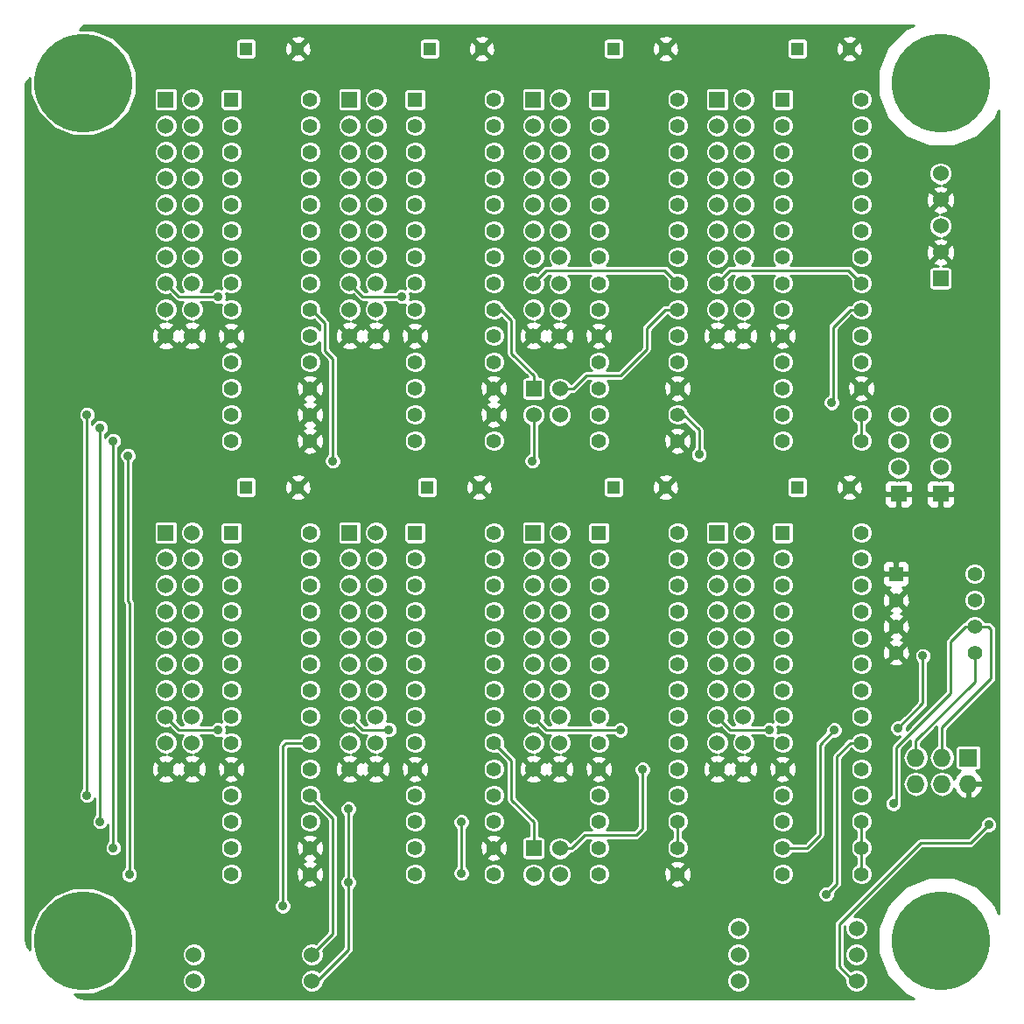
<source format=gbl>
G04 #@! TF.FileFunction,Copper,L2,Bot,Signal*
%FSLAX46Y46*%
G04 Gerber Fmt 4.6, Leading zero omitted, Abs format (unit mm)*
G04 Created by KiCad (PCBNEW (after 2015-mar-04 BZR unknown)-product) date 7/17/2015 7:41:00 PM*
%MOMM*%
G01*
G04 APERTURE LIST*
%ADD10C,0.150000*%
%ADD11R,1.524000X1.524000*%
%ADD12C,1.524000*%
%ADD13C,9.525000*%
%ADD14C,1.397000*%
%ADD15R,1.397000X1.397000*%
%ADD16R,1.300000X1.300000*%
%ADD17C,1.300000*%
%ADD18R,1.727200X1.727200*%
%ADD19O,1.727200X1.727200*%
%ADD20C,0.889000*%
%ADD21C,0.254000*%
G04 APERTURE END LIST*
D10*
D11*
X139869000Y-95753000D03*
D12*
X139869000Y-93213000D03*
X139869000Y-90673000D03*
X139869000Y-88133000D03*
D13*
X61000000Y-56000000D03*
X144000000Y-56000000D03*
X61000000Y-139000000D03*
X144000000Y-139000000D03*
D11*
X122310000Y-57620000D03*
D12*
X124850000Y-57620000D03*
X122310000Y-60160000D03*
X124850000Y-60160000D03*
X122310000Y-62700000D03*
X124850000Y-62700000D03*
X122310000Y-65240000D03*
X124850000Y-65240000D03*
X122310000Y-67780000D03*
X124850000Y-67780000D03*
X122310000Y-70320000D03*
X124850000Y-70320000D03*
X122310000Y-72860000D03*
X124850000Y-72860000D03*
X122310000Y-75400000D03*
X124850000Y-75400000D03*
X122310000Y-77940000D03*
X124850000Y-77940000D03*
X122310000Y-80480000D03*
X124850000Y-80480000D03*
D11*
X104530000Y-57620000D03*
D12*
X107070000Y-57620000D03*
X104530000Y-60160000D03*
X107070000Y-60160000D03*
X104530000Y-62700000D03*
X107070000Y-62700000D03*
X104530000Y-65240000D03*
X107070000Y-65240000D03*
X104530000Y-67780000D03*
X107070000Y-67780000D03*
X104530000Y-70320000D03*
X107070000Y-70320000D03*
X104530000Y-72860000D03*
X107070000Y-72860000D03*
X104530000Y-75400000D03*
X107070000Y-75400000D03*
X104530000Y-77940000D03*
X107070000Y-77940000D03*
X104530000Y-80480000D03*
X107070000Y-80480000D03*
D11*
X86750000Y-57620000D03*
D12*
X89290000Y-57620000D03*
X86750000Y-60160000D03*
X89290000Y-60160000D03*
X86750000Y-62700000D03*
X89290000Y-62700000D03*
X86750000Y-65240000D03*
X89290000Y-65240000D03*
X86750000Y-67780000D03*
X89290000Y-67780000D03*
X86750000Y-70320000D03*
X89290000Y-70320000D03*
X86750000Y-72860000D03*
X89290000Y-72860000D03*
X86750000Y-75400000D03*
X89290000Y-75400000D03*
X86750000Y-77940000D03*
X89290000Y-77940000D03*
X86750000Y-80480000D03*
X89290000Y-80480000D03*
D11*
X68970000Y-57620000D03*
D12*
X71510000Y-57620000D03*
X68970000Y-60160000D03*
X71510000Y-60160000D03*
X68970000Y-62700000D03*
X71510000Y-62700000D03*
X68970000Y-65240000D03*
X71510000Y-65240000D03*
X68970000Y-67780000D03*
X71510000Y-67780000D03*
X68970000Y-70320000D03*
X71510000Y-70320000D03*
X68970000Y-72860000D03*
X71510000Y-72860000D03*
X68970000Y-75400000D03*
X71510000Y-75400000D03*
X68970000Y-77940000D03*
X71510000Y-77940000D03*
X68970000Y-80480000D03*
X71510000Y-80480000D03*
D11*
X143933000Y-95753000D03*
D12*
X143933000Y-93213000D03*
X143933000Y-90673000D03*
X143933000Y-88133000D03*
D11*
X86750000Y-99530000D03*
D12*
X89290000Y-99530000D03*
X86750000Y-102070000D03*
X89290000Y-102070000D03*
X86750000Y-104610000D03*
X89290000Y-104610000D03*
X86750000Y-107150000D03*
X89290000Y-107150000D03*
X86750000Y-109690000D03*
X89290000Y-109690000D03*
X86750000Y-112230000D03*
X89290000Y-112230000D03*
X86750000Y-114770000D03*
X89290000Y-114770000D03*
X86750000Y-117310000D03*
X89290000Y-117310000D03*
X86750000Y-119850000D03*
X89290000Y-119850000D03*
X86750000Y-122390000D03*
X89290000Y-122390000D03*
D11*
X104530000Y-99530000D03*
D12*
X107070000Y-99530000D03*
X104530000Y-102070000D03*
X107070000Y-102070000D03*
X104530000Y-104610000D03*
X107070000Y-104610000D03*
X104530000Y-107150000D03*
X107070000Y-107150000D03*
X104530000Y-109690000D03*
X107070000Y-109690000D03*
X104530000Y-112230000D03*
X107070000Y-112230000D03*
X104530000Y-114770000D03*
X107070000Y-114770000D03*
X104530000Y-117310000D03*
X107070000Y-117310000D03*
X104530000Y-119850000D03*
X107070000Y-119850000D03*
X104530000Y-122390000D03*
X107070000Y-122390000D03*
D11*
X122310000Y-99530000D03*
D12*
X124850000Y-99530000D03*
X122310000Y-102070000D03*
X124850000Y-102070000D03*
X122310000Y-104610000D03*
X124850000Y-104610000D03*
X122310000Y-107150000D03*
X124850000Y-107150000D03*
X122310000Y-109690000D03*
X124850000Y-109690000D03*
X122310000Y-112230000D03*
X124850000Y-112230000D03*
X122310000Y-114770000D03*
X124850000Y-114770000D03*
X122310000Y-117310000D03*
X124850000Y-117310000D03*
X122310000Y-119850000D03*
X124850000Y-119850000D03*
X122310000Y-122390000D03*
X124850000Y-122390000D03*
D11*
X104563000Y-130043000D03*
D12*
X107103000Y-130043000D03*
X104563000Y-132583000D03*
X107103000Y-132583000D03*
D11*
X104563000Y-85593000D03*
D12*
X107103000Y-85593000D03*
X104563000Y-88133000D03*
X107103000Y-88133000D03*
D11*
X68970000Y-99530000D03*
D12*
X71510000Y-99530000D03*
X68970000Y-102070000D03*
X71510000Y-102070000D03*
X68970000Y-104610000D03*
X71510000Y-104610000D03*
X68970000Y-107150000D03*
X71510000Y-107150000D03*
X68970000Y-109690000D03*
X71510000Y-109690000D03*
X68970000Y-112230000D03*
X71510000Y-112230000D03*
X68970000Y-114770000D03*
X71510000Y-114770000D03*
X68970000Y-117310000D03*
X71510000Y-117310000D03*
X68970000Y-119850000D03*
X71510000Y-119850000D03*
X68970000Y-122390000D03*
X71510000Y-122390000D03*
D11*
X143933000Y-74925000D03*
D12*
X143933000Y-72385000D03*
X143933000Y-69845000D03*
X143933000Y-67305000D03*
X143933000Y-64765000D03*
X71670000Y-140330000D03*
X83100000Y-140330000D03*
X71670000Y-142870000D03*
X83100000Y-142870000D03*
X135805000Y-140330000D03*
X124375000Y-140330000D03*
X135805000Y-137790000D03*
X124375000Y-137790000D03*
D14*
X75320000Y-60160000D03*
X75320000Y-62700000D03*
X75320000Y-65240000D03*
X75320000Y-67780000D03*
X75320000Y-70320000D03*
X75320000Y-72860000D03*
X75320000Y-75400000D03*
X75320000Y-77940000D03*
X75320000Y-80480000D03*
X75320000Y-83020000D03*
X75320000Y-85560000D03*
X75320000Y-88100000D03*
X75320000Y-90640000D03*
D15*
X75320000Y-57620000D03*
D14*
X82940000Y-90640000D03*
X82940000Y-88100000D03*
X82940000Y-85560000D03*
X82940000Y-83020000D03*
X82940000Y-80480000D03*
X82940000Y-77940000D03*
X82940000Y-75400000D03*
X82940000Y-72860000D03*
X82940000Y-70320000D03*
X82940000Y-67780000D03*
X82940000Y-65240000D03*
X82940000Y-62700000D03*
X82940000Y-60160000D03*
X82940000Y-57620000D03*
X93100000Y-60160000D03*
X93100000Y-62700000D03*
X93100000Y-65240000D03*
X93100000Y-67780000D03*
X93100000Y-70320000D03*
X93100000Y-72860000D03*
X93100000Y-75400000D03*
X93100000Y-77940000D03*
X93100000Y-80480000D03*
X93100000Y-83020000D03*
X93100000Y-85560000D03*
X93100000Y-88100000D03*
X93100000Y-90640000D03*
D15*
X93100000Y-57620000D03*
D14*
X100720000Y-90640000D03*
X100720000Y-88100000D03*
X100720000Y-85560000D03*
X100720000Y-83020000D03*
X100720000Y-80480000D03*
X100720000Y-77940000D03*
X100720000Y-75400000D03*
X100720000Y-72860000D03*
X100720000Y-70320000D03*
X100720000Y-67780000D03*
X100720000Y-65240000D03*
X100720000Y-62700000D03*
X100720000Y-60160000D03*
X100720000Y-57620000D03*
X110880000Y-60160000D03*
X110880000Y-62700000D03*
X110880000Y-65240000D03*
X110880000Y-67780000D03*
X110880000Y-70320000D03*
X110880000Y-72860000D03*
X110880000Y-75400000D03*
X110880000Y-77940000D03*
X110880000Y-80480000D03*
X110880000Y-83020000D03*
X110880000Y-85560000D03*
X110880000Y-88100000D03*
X110880000Y-90640000D03*
D15*
X110880000Y-57620000D03*
D14*
X118500000Y-90640000D03*
X118500000Y-88100000D03*
X118500000Y-85560000D03*
X118500000Y-83020000D03*
X118500000Y-80480000D03*
X118500000Y-77940000D03*
X118500000Y-75400000D03*
X118500000Y-72860000D03*
X118500000Y-70320000D03*
X118500000Y-67780000D03*
X118500000Y-65240000D03*
X118500000Y-62700000D03*
X118500000Y-60160000D03*
X118500000Y-57620000D03*
X128660000Y-60160000D03*
X128660000Y-62700000D03*
X128660000Y-65240000D03*
X128660000Y-67780000D03*
X128660000Y-70320000D03*
X128660000Y-72860000D03*
X128660000Y-75400000D03*
X128660000Y-77940000D03*
X128660000Y-80480000D03*
X128660000Y-83020000D03*
X128660000Y-85560000D03*
X128660000Y-88100000D03*
X128660000Y-90640000D03*
D15*
X128660000Y-57620000D03*
D14*
X136280000Y-90640000D03*
X136280000Y-88100000D03*
X136280000Y-85560000D03*
X136280000Y-83020000D03*
X136280000Y-80480000D03*
X136280000Y-77940000D03*
X136280000Y-75400000D03*
X136280000Y-72860000D03*
X136280000Y-70320000D03*
X136280000Y-67780000D03*
X136280000Y-65240000D03*
X136280000Y-62700000D03*
X136280000Y-60160000D03*
X136280000Y-57620000D03*
X75320000Y-102070000D03*
X75320000Y-104610000D03*
X75320000Y-107150000D03*
X75320000Y-109690000D03*
X75320000Y-112230000D03*
X75320000Y-114770000D03*
X75320000Y-117310000D03*
X75320000Y-119850000D03*
X75320000Y-122390000D03*
X75320000Y-124930000D03*
X75320000Y-127470000D03*
X75320000Y-130010000D03*
X75320000Y-132550000D03*
D15*
X75320000Y-99530000D03*
D14*
X82940000Y-132550000D03*
X82940000Y-130010000D03*
X82940000Y-127470000D03*
X82940000Y-124930000D03*
X82940000Y-122390000D03*
X82940000Y-119850000D03*
X82940000Y-117310000D03*
X82940000Y-114770000D03*
X82940000Y-112230000D03*
X82940000Y-109690000D03*
X82940000Y-107150000D03*
X82940000Y-104610000D03*
X82940000Y-102070000D03*
X82940000Y-99530000D03*
X93100000Y-102070000D03*
X93100000Y-104610000D03*
X93100000Y-107150000D03*
X93100000Y-109690000D03*
X93100000Y-112230000D03*
X93100000Y-114770000D03*
X93100000Y-117310000D03*
X93100000Y-119850000D03*
X93100000Y-122390000D03*
X93100000Y-124930000D03*
X93100000Y-127470000D03*
X93100000Y-130010000D03*
X93100000Y-132550000D03*
D15*
X93100000Y-99530000D03*
D14*
X100720000Y-132550000D03*
X100720000Y-130010000D03*
X100720000Y-127470000D03*
X100720000Y-124930000D03*
X100720000Y-122390000D03*
X100720000Y-119850000D03*
X100720000Y-117310000D03*
X100720000Y-114770000D03*
X100720000Y-112230000D03*
X100720000Y-109690000D03*
X100720000Y-107150000D03*
X100720000Y-104610000D03*
X100720000Y-102070000D03*
X100720000Y-99530000D03*
X110880000Y-102070000D03*
X110880000Y-104610000D03*
X110880000Y-107150000D03*
X110880000Y-109690000D03*
X110880000Y-112230000D03*
X110880000Y-114770000D03*
X110880000Y-117310000D03*
X110880000Y-119850000D03*
X110880000Y-122390000D03*
X110880000Y-124930000D03*
X110880000Y-127470000D03*
X110880000Y-130010000D03*
X110880000Y-132550000D03*
D15*
X110880000Y-99530000D03*
D14*
X118500000Y-132550000D03*
X118500000Y-130010000D03*
X118500000Y-127470000D03*
X118500000Y-124930000D03*
X118500000Y-122390000D03*
X118500000Y-119850000D03*
X118500000Y-117310000D03*
X118500000Y-114770000D03*
X118500000Y-112230000D03*
X118500000Y-109690000D03*
X118500000Y-107150000D03*
X118500000Y-104610000D03*
X118500000Y-102070000D03*
X118500000Y-99530000D03*
X128660000Y-102070000D03*
X128660000Y-104610000D03*
X128660000Y-107150000D03*
X128660000Y-109690000D03*
X128660000Y-112230000D03*
X128660000Y-114770000D03*
X128660000Y-117310000D03*
X128660000Y-119850000D03*
X128660000Y-122390000D03*
X128660000Y-124930000D03*
X128660000Y-127470000D03*
X128660000Y-130010000D03*
X128660000Y-132550000D03*
D15*
X128660000Y-99530000D03*
D14*
X136280000Y-132550000D03*
X136280000Y-130010000D03*
X136280000Y-127470000D03*
X136280000Y-124930000D03*
X136280000Y-122390000D03*
X136280000Y-119850000D03*
X136280000Y-117310000D03*
X136280000Y-114770000D03*
X136280000Y-112230000D03*
X136280000Y-109690000D03*
X136280000Y-107150000D03*
X136280000Y-104610000D03*
X136280000Y-102070000D03*
X136280000Y-99530000D03*
D15*
X139615000Y-103500000D03*
D14*
X139615000Y-106040000D03*
X139615000Y-108580000D03*
X139615000Y-111120000D03*
X147235000Y-111120000D03*
X147235000Y-108580000D03*
X147235000Y-106040000D03*
X147235000Y-103500000D03*
D16*
X76750000Y-52700000D03*
D17*
X81750000Y-52700000D03*
D16*
X94530000Y-52700000D03*
D17*
X99530000Y-52700000D03*
D16*
X112310000Y-52700000D03*
D17*
X117310000Y-52700000D03*
D16*
X130090000Y-52700000D03*
D17*
X135090000Y-52700000D03*
D16*
X76750000Y-95118000D03*
D17*
X81750000Y-95118000D03*
D16*
X94276000Y-95118000D03*
D17*
X99276000Y-95118000D03*
D16*
X112310000Y-95118000D03*
D17*
X117310000Y-95118000D03*
D16*
X130090000Y-95118000D03*
D17*
X135090000Y-95118000D03*
D18*
X146600000Y-121280000D03*
D19*
X146600000Y-123820000D03*
X144060000Y-121280000D03*
X144060000Y-123820000D03*
X141520000Y-121280000D03*
X141520000Y-123820000D03*
D12*
X124375000Y-142870000D03*
X135805000Y-142870000D03*
D20*
X74050000Y-76670000D03*
X104436000Y-92578000D03*
X85132000Y-92578000D03*
X61350000Y-88100000D03*
X61350000Y-124930000D03*
X62620000Y-89370000D03*
X62620000Y-127470000D03*
X139361000Y-125725000D03*
X133646000Y-118613000D03*
X63890000Y-90640000D03*
X63890000Y-130010000D03*
X139805500Y-118422500D03*
X142218500Y-111437500D03*
X97578000Y-132456000D03*
X97578000Y-127503000D03*
X86656000Y-126233000D03*
X86656000Y-133345000D03*
X65447000Y-132583000D03*
X65320000Y-92070000D03*
X120565000Y-91943000D03*
X91830000Y-76670000D03*
X133392000Y-86926500D03*
X74050000Y-118580000D03*
X80306000Y-135631000D03*
X90560000Y-118580000D03*
X112945000Y-118613000D03*
X115104000Y-122423000D03*
X127390000Y-118580000D03*
X132884000Y-134488000D03*
X148590000Y-127762000D03*
D21*
X70240000Y-76670000D02*
X74050000Y-76670000D01*
X68970000Y-75400000D02*
X70240000Y-76670000D01*
X104563000Y-92451000D02*
X104563000Y-88133000D01*
X104436000Y-92578000D02*
X104563000Y-92451000D01*
X82940000Y-77940000D02*
X83067000Y-77940000D01*
X83067000Y-77940000D02*
X84370000Y-79243000D01*
X85132000Y-82672000D02*
X85132000Y-92578000D01*
X84370000Y-81910000D02*
X85132000Y-82672000D01*
X84370000Y-79243000D02*
X84370000Y-81910000D01*
X61350000Y-88100000D02*
X61350000Y-124930000D01*
X85132000Y-127122000D02*
X82940000Y-124930000D01*
X85132000Y-134551500D02*
X85132000Y-127122000D01*
X85132000Y-138298000D02*
X83100000Y-140330000D01*
X85132000Y-134551500D02*
X85132000Y-138298000D01*
X62620000Y-89370000D02*
X62620000Y-127470000D01*
X139361000Y-125725000D02*
X139678500Y-125407500D01*
X139678500Y-125407500D02*
X139678500Y-120264000D01*
X139678500Y-120264000D02*
X144885500Y-115057000D01*
X144885500Y-115057000D02*
X144885500Y-110040500D01*
X144885500Y-110040500D02*
X146346000Y-108580000D01*
X146346000Y-108580000D02*
X147235000Y-108580000D01*
X144060000Y-118359000D02*
X148822500Y-113596500D01*
X148822500Y-113596500D02*
X148822500Y-108897500D01*
X148822500Y-108897500D02*
X148505000Y-108580000D01*
X148505000Y-108580000D02*
X147235000Y-108580000D01*
X144060000Y-121280000D02*
X144060000Y-118359000D01*
X132249000Y-120010000D02*
X132249000Y-121407000D01*
X133646000Y-118613000D02*
X132249000Y-120010000D01*
X63890000Y-90640000D02*
X63890000Y-130010000D01*
X131012000Y-130010000D02*
X132249000Y-128773000D01*
X128660000Y-130010000D02*
X131012000Y-130010000D01*
X132249000Y-128773000D02*
X132249000Y-121407000D01*
X139805500Y-118422500D02*
X142218500Y-116009500D01*
X142218500Y-116009500D02*
X142218500Y-111437500D01*
X147235000Y-113914000D02*
X141520000Y-119629000D01*
X141520000Y-119629000D02*
X141520000Y-121280000D01*
X147235000Y-111120000D02*
X147235000Y-113914000D01*
X136280000Y-88100000D02*
X136280000Y-90640000D01*
X118500000Y-130010000D02*
X118500000Y-127470000D01*
X136280000Y-127470000D02*
X136280000Y-130010000D01*
X136280000Y-132550000D02*
X136280000Y-130010000D01*
X97578000Y-132456000D02*
X97578000Y-127503000D01*
X86656000Y-133345000D02*
X86656000Y-128011000D01*
X86656000Y-128011000D02*
X86656000Y-126233000D01*
X86656000Y-139822000D02*
X86656000Y-133345000D01*
X83608000Y-142870000D02*
X86656000Y-139822000D01*
X83100000Y-142870000D02*
X83608000Y-142870000D01*
X65447000Y-106294000D02*
X65447000Y-132583000D01*
X65320000Y-106167000D02*
X65447000Y-106294000D01*
X65320000Y-92070000D02*
X65320000Y-106167000D01*
X120565000Y-89593500D02*
X120565000Y-91943000D01*
X119071500Y-88100000D02*
X120565000Y-89593500D01*
X118500000Y-88100000D02*
X119071500Y-88100000D01*
X88020000Y-76670000D02*
X91830000Y-76670000D01*
X86750000Y-75400000D02*
X88020000Y-76670000D01*
X102404000Y-78989000D02*
X102404000Y-82164000D01*
X101355000Y-77940000D02*
X102404000Y-78989000D01*
X100720000Y-77940000D02*
X101355000Y-77940000D01*
X104563000Y-84323000D02*
X102404000Y-82164000D01*
X104563000Y-85593000D02*
X104563000Y-84323000D01*
X105800000Y-74130000D02*
X117230000Y-74130000D01*
X117230000Y-74130000D02*
X118500000Y-75400000D01*
X104530000Y-75400000D02*
X105800000Y-74130000D01*
X108373000Y-85593000D02*
X109643000Y-84323000D01*
X109643000Y-84323000D02*
X112945000Y-84323000D01*
X112945000Y-84323000D02*
X115485000Y-81783000D01*
X115485000Y-81783000D02*
X115485000Y-79751000D01*
X115485000Y-79751000D02*
X117296000Y-77940000D01*
X117296000Y-77940000D02*
X118500000Y-77940000D01*
X107103000Y-85593000D02*
X108373000Y-85593000D01*
X123580000Y-74130000D02*
X135010000Y-74130000D01*
X135010000Y-74130000D02*
X136280000Y-75400000D01*
X122310000Y-75400000D02*
X123580000Y-74130000D01*
X133392000Y-86926500D02*
X133519000Y-86799500D01*
X133519000Y-86799500D02*
X133519000Y-79624000D01*
X133519000Y-79624000D02*
X135203000Y-77940000D01*
X135203000Y-77940000D02*
X136280000Y-77940000D01*
X70240000Y-118580000D02*
X74050000Y-118580000D01*
X68970000Y-117310000D02*
X70240000Y-118580000D01*
X104563000Y-132583000D02*
X103928000Y-132583000D01*
X80593000Y-119850000D02*
X80306000Y-120137000D01*
X80306000Y-120137000D02*
X80306000Y-135631000D01*
X82940000Y-119850000D02*
X80593000Y-119850000D01*
X88020000Y-118580000D02*
X90560000Y-118580000D01*
X86750000Y-117310000D02*
X88020000Y-118580000D01*
X104563000Y-127503000D02*
X102404000Y-125344000D01*
X102404000Y-125344000D02*
X102404000Y-121534000D01*
X102404000Y-121534000D02*
X100720000Y-119850000D01*
X104563000Y-130043000D02*
X104563000Y-127503000D01*
X112912000Y-118580000D02*
X112945000Y-118613000D01*
X105800000Y-118580000D02*
X112912000Y-118580000D01*
X104530000Y-117310000D02*
X105800000Y-118580000D01*
X108246000Y-130043000D02*
X109516000Y-128773000D01*
X115104000Y-128138000D02*
X115104000Y-122423000D01*
X114469000Y-128773000D02*
X115104000Y-128138000D01*
X109516000Y-128773000D02*
X114469000Y-128773000D01*
X108246000Y-130043000D02*
X109516000Y-128773000D01*
X107103000Y-130043000D02*
X108246000Y-130043000D01*
X123580000Y-118580000D02*
X127390000Y-118580000D01*
X122310000Y-117310000D02*
X123580000Y-118580000D01*
X136280000Y-119850000D02*
X135203000Y-119850000D01*
X133900000Y-133472000D02*
X132884000Y-134488000D01*
X133900000Y-121153000D02*
X133900000Y-133472000D01*
X135203000Y-119850000D02*
X133900000Y-121153000D01*
X135805000Y-142870000D02*
X135504000Y-142870000D01*
X135504000Y-142870000D02*
X134112000Y-141478000D01*
X146812000Y-129540000D02*
X148590000Y-127762000D01*
X141986000Y-129540000D02*
X146812000Y-129540000D01*
X134112000Y-137414000D02*
X141986000Y-129540000D01*
X134112000Y-141478000D02*
X134112000Y-137414000D01*
G36*
X149569000Y-136348473D02*
X149415643Y-135977320D01*
X149415643Y-127598518D01*
X149330500Y-127392455D01*
X149330500Y-113596500D01*
X149330500Y-108897500D01*
X149291831Y-108703097D01*
X149181710Y-108538290D01*
X148864210Y-108220790D01*
X148699403Y-108110669D01*
X148505000Y-108072000D01*
X148314687Y-108072000D01*
X148314687Y-105826216D01*
X148314687Y-103286216D01*
X148150689Y-102889311D01*
X147847286Y-102585378D01*
X147450668Y-102420687D01*
X147021216Y-102420313D01*
X146624311Y-102584311D01*
X146320378Y-102887714D01*
X146155687Y-103284332D01*
X146155313Y-103713784D01*
X146319311Y-104110689D01*
X146622714Y-104414622D01*
X147019332Y-104579313D01*
X147448784Y-104579687D01*
X147845689Y-104415689D01*
X148149622Y-104112286D01*
X148314313Y-103715668D01*
X148314687Y-103286216D01*
X148314687Y-105826216D01*
X148150689Y-105429311D01*
X147847286Y-105125378D01*
X147450668Y-104960687D01*
X147021216Y-104960313D01*
X146624311Y-105124311D01*
X146320378Y-105427714D01*
X146155687Y-105824332D01*
X146155313Y-106253784D01*
X146319311Y-106650689D01*
X146622714Y-106954622D01*
X147019332Y-107119313D01*
X147448784Y-107119687D01*
X147845689Y-106955689D01*
X148149622Y-106652286D01*
X148314313Y-106255668D01*
X148314687Y-105826216D01*
X148314687Y-108072000D01*
X148193119Y-108072000D01*
X148150689Y-107969311D01*
X147847286Y-107665378D01*
X147450668Y-107500687D01*
X147021216Y-107500313D01*
X146624311Y-107664311D01*
X146320378Y-107967714D01*
X146270868Y-108086944D01*
X146151597Y-108110669D01*
X145986790Y-108220790D01*
X145342144Y-108865436D01*
X145342144Y-72592698D01*
X145342144Y-67512698D01*
X145314362Y-66957632D01*
X145155397Y-66573857D01*
X145076198Y-66551140D01*
X145076198Y-64538641D01*
X144902554Y-64118388D01*
X144581303Y-63796577D01*
X144161354Y-63622199D01*
X143706641Y-63621802D01*
X143286388Y-63795446D01*
X142964577Y-64116697D01*
X142790199Y-64536646D01*
X142789802Y-64991359D01*
X142963446Y-65411612D01*
X143284697Y-65733423D01*
X143704646Y-65907801D01*
X143898660Y-65907970D01*
X143585632Y-65923638D01*
X143201857Y-66082603D01*
X143132392Y-66324787D01*
X143933000Y-67125395D01*
X144733608Y-66324787D01*
X144664143Y-66082603D01*
X144166741Y-65905147D01*
X144579612Y-65734554D01*
X144901423Y-65413303D01*
X145075801Y-64993354D01*
X145076198Y-64538641D01*
X145076198Y-66551140D01*
X144913213Y-66504392D01*
X144112605Y-67305000D01*
X144913213Y-68105608D01*
X145155397Y-68036143D01*
X145342144Y-67512698D01*
X145342144Y-72592698D01*
X145314362Y-72037632D01*
X145155397Y-71653857D01*
X145076198Y-71631140D01*
X145076198Y-69618641D01*
X144902554Y-69198388D01*
X144581303Y-68876577D01*
X144161354Y-68702199D01*
X143967339Y-68702029D01*
X144280368Y-68686362D01*
X144664143Y-68527397D01*
X144733608Y-68285213D01*
X143933000Y-67484605D01*
X143753395Y-67664210D01*
X143753395Y-67305000D01*
X142952787Y-66504392D01*
X142710603Y-66573857D01*
X142523856Y-67097302D01*
X142551638Y-67652368D01*
X142710603Y-68036143D01*
X142952787Y-68105608D01*
X143753395Y-67305000D01*
X143753395Y-67664210D01*
X143132392Y-68285213D01*
X143201857Y-68527397D01*
X143699258Y-68704852D01*
X143286388Y-68875446D01*
X142964577Y-69196697D01*
X142790199Y-69616646D01*
X142789802Y-70071359D01*
X142963446Y-70491612D01*
X143284697Y-70813423D01*
X143704646Y-70987801D01*
X143898660Y-70987970D01*
X143585632Y-71003638D01*
X143201857Y-71162603D01*
X143132392Y-71404787D01*
X143933000Y-72205395D01*
X144733608Y-71404787D01*
X144664143Y-71162603D01*
X144166741Y-70985147D01*
X144579612Y-70814554D01*
X144901423Y-70493303D01*
X145075801Y-70073354D01*
X145076198Y-69618641D01*
X145076198Y-71631140D01*
X144913213Y-71584392D01*
X144112605Y-72385000D01*
X144913213Y-73185608D01*
X145155397Y-73116143D01*
X145342144Y-72592698D01*
X145342144Y-108865436D01*
X145330000Y-108877580D01*
X145330000Y-96641310D01*
X145330000Y-96388691D01*
X145330000Y-96038750D01*
X145330000Y-95467250D01*
X145330000Y-95117309D01*
X145330000Y-94864690D01*
X145233327Y-94631301D01*
X145083464Y-94481438D01*
X145083464Y-75687000D01*
X145083464Y-74163000D01*
X145055278Y-74017726D01*
X144971404Y-73890044D01*
X144844784Y-73804574D01*
X144695000Y-73774536D01*
X144117056Y-73774536D01*
X144280368Y-73766362D01*
X144664143Y-73607397D01*
X144733608Y-73365213D01*
X143933000Y-72564605D01*
X143753395Y-72744210D01*
X143753395Y-72385000D01*
X142952787Y-71584392D01*
X142710603Y-71653857D01*
X142523856Y-72177302D01*
X142551638Y-72732368D01*
X142710603Y-73116143D01*
X142952787Y-73185608D01*
X143753395Y-72385000D01*
X143753395Y-72744210D01*
X143132392Y-73365213D01*
X143201857Y-73607397D01*
X143670341Y-73774536D01*
X143171000Y-73774536D01*
X143025726Y-73802722D01*
X142898044Y-73886596D01*
X142812574Y-74013216D01*
X142782536Y-74163000D01*
X142782536Y-75687000D01*
X142810722Y-75832274D01*
X142894596Y-75959956D01*
X143021216Y-76045426D01*
X143171000Y-76075464D01*
X144695000Y-76075464D01*
X144840274Y-76047278D01*
X144967956Y-75963404D01*
X145053426Y-75836784D01*
X145083464Y-75687000D01*
X145083464Y-94481438D01*
X145076198Y-94474172D01*
X145054698Y-94452673D01*
X144821309Y-94356000D01*
X144218750Y-94356000D01*
X144060002Y-94514748D01*
X144060002Y-94356111D01*
X144159359Y-94356198D01*
X144579612Y-94182554D01*
X144901423Y-93861303D01*
X145075801Y-93441354D01*
X145076198Y-92986641D01*
X145076198Y-90446641D01*
X145076198Y-87906641D01*
X144902554Y-87486388D01*
X144581303Y-87164577D01*
X144161354Y-86990199D01*
X143706641Y-86989802D01*
X143286388Y-87163446D01*
X142964577Y-87484697D01*
X142790199Y-87904646D01*
X142789802Y-88359359D01*
X142963446Y-88779612D01*
X143284697Y-89101423D01*
X143704646Y-89275801D01*
X144159359Y-89276198D01*
X144579612Y-89102554D01*
X144901423Y-88781303D01*
X145075801Y-88361354D01*
X145076198Y-87906641D01*
X145076198Y-90446641D01*
X144902554Y-90026388D01*
X144581303Y-89704577D01*
X144161354Y-89530199D01*
X143706641Y-89529802D01*
X143286388Y-89703446D01*
X142964577Y-90024697D01*
X142790199Y-90444646D01*
X142789802Y-90899359D01*
X142963446Y-91319612D01*
X143284697Y-91641423D01*
X143704646Y-91815801D01*
X144159359Y-91816198D01*
X144579612Y-91642554D01*
X144901423Y-91321303D01*
X145075801Y-90901354D01*
X145076198Y-90446641D01*
X145076198Y-92986641D01*
X144902554Y-92566388D01*
X144581303Y-92244577D01*
X144161354Y-92070199D01*
X143706641Y-92069802D01*
X143286388Y-92243446D01*
X142964577Y-92564697D01*
X142790199Y-92984646D01*
X142789802Y-93439359D01*
X142963446Y-93859612D01*
X143284697Y-94181423D01*
X143704646Y-94355801D01*
X143932575Y-94356000D01*
X143805998Y-94356000D01*
X143805998Y-94514748D01*
X143647250Y-94356000D01*
X143044691Y-94356000D01*
X142811302Y-94452673D01*
X142632673Y-94631301D01*
X142536000Y-94864690D01*
X142536000Y-95117309D01*
X142536000Y-95467250D01*
X142694750Y-95626000D01*
X143806000Y-95626000D01*
X143806000Y-95606000D01*
X144060000Y-95606000D01*
X144060000Y-95626000D01*
X145171250Y-95626000D01*
X145330000Y-95467250D01*
X145330000Y-96038750D01*
X145171250Y-95880000D01*
X144060000Y-95880000D01*
X144060000Y-96991250D01*
X144218750Y-97150000D01*
X144821309Y-97150000D01*
X145054698Y-97053327D01*
X145233327Y-96874699D01*
X145330000Y-96641310D01*
X145330000Y-108877580D01*
X144526290Y-109681290D01*
X144416169Y-109846097D01*
X144377500Y-110040500D01*
X144377500Y-114846580D01*
X143806000Y-115418079D01*
X143806000Y-96991250D01*
X143806000Y-95880000D01*
X142694750Y-95880000D01*
X142536000Y-96038750D01*
X142536000Y-96388691D01*
X142536000Y-96641310D01*
X142632673Y-96874699D01*
X142811302Y-97053327D01*
X143044691Y-97150000D01*
X143647250Y-97150000D01*
X143806000Y-96991250D01*
X143806000Y-115418079D01*
X140626738Y-118597341D01*
X140630857Y-118587423D01*
X140631093Y-118315326D01*
X142577710Y-116368710D01*
X142687831Y-116203904D01*
X142687831Y-116203903D01*
X142694246Y-116171650D01*
X142726499Y-116009500D01*
X142726500Y-116009500D01*
X142726500Y-112096802D01*
X142917917Y-111905719D01*
X143043857Y-111602423D01*
X143044143Y-111274018D01*
X142918733Y-110970502D01*
X142686719Y-110738083D01*
X142383423Y-110612143D01*
X142055018Y-110611857D01*
X141751502Y-110737267D01*
X141519083Y-110969281D01*
X141393143Y-111272577D01*
X141392857Y-111600982D01*
X141518267Y-111904498D01*
X141710500Y-112097066D01*
X141710500Y-115799080D01*
X141266000Y-116243579D01*
X141266000Y-96641310D01*
X141266000Y-96388691D01*
X141266000Y-96038750D01*
X141266000Y-95467250D01*
X141266000Y-95117309D01*
X141266000Y-94864690D01*
X141169327Y-94631301D01*
X141012198Y-94474172D01*
X140990698Y-94452673D01*
X140757309Y-94356000D01*
X140154750Y-94356000D01*
X139996002Y-94514748D01*
X139996002Y-94356111D01*
X140095359Y-94356198D01*
X140515612Y-94182554D01*
X140837423Y-93861303D01*
X141011801Y-93441354D01*
X141012198Y-92986641D01*
X141012198Y-90446641D01*
X141012198Y-87906641D01*
X140838554Y-87486388D01*
X140517303Y-87164577D01*
X140097354Y-86990199D01*
X139642641Y-86989802D01*
X139222388Y-87163446D01*
X138900577Y-87484697D01*
X138726199Y-87904646D01*
X138725802Y-88359359D01*
X138899446Y-88779612D01*
X139220697Y-89101423D01*
X139640646Y-89275801D01*
X140095359Y-89276198D01*
X140515612Y-89102554D01*
X140837423Y-88781303D01*
X141011801Y-88361354D01*
X141012198Y-87906641D01*
X141012198Y-90446641D01*
X140838554Y-90026388D01*
X140517303Y-89704577D01*
X140097354Y-89530199D01*
X139642641Y-89529802D01*
X139222388Y-89703446D01*
X138900577Y-90024697D01*
X138726199Y-90444646D01*
X138725802Y-90899359D01*
X138899446Y-91319612D01*
X139220697Y-91641423D01*
X139640646Y-91815801D01*
X140095359Y-91816198D01*
X140515612Y-91642554D01*
X140837423Y-91321303D01*
X141011801Y-90901354D01*
X141012198Y-90446641D01*
X141012198Y-92986641D01*
X140838554Y-92566388D01*
X140517303Y-92244577D01*
X140097354Y-92070199D01*
X139642641Y-92069802D01*
X139222388Y-92243446D01*
X138900577Y-92564697D01*
X138726199Y-92984646D01*
X138725802Y-93439359D01*
X138899446Y-93859612D01*
X139220697Y-94181423D01*
X139640646Y-94355801D01*
X139868575Y-94356000D01*
X139741998Y-94356000D01*
X139741998Y-94514748D01*
X139583250Y-94356000D01*
X138980691Y-94356000D01*
X138747302Y-94452673D01*
X138568673Y-94631301D01*
X138472000Y-94864690D01*
X138472000Y-95117309D01*
X138472000Y-95467250D01*
X138630750Y-95626000D01*
X139742000Y-95626000D01*
X139742000Y-95606000D01*
X139996000Y-95606000D01*
X139996000Y-95626000D01*
X141107250Y-95626000D01*
X141266000Y-95467250D01*
X141266000Y-96038750D01*
X141107250Y-95880000D01*
X139996000Y-95880000D01*
X139996000Y-96991250D01*
X140154750Y-97150000D01*
X140757309Y-97150000D01*
X140990698Y-97053327D01*
X141169327Y-96874699D01*
X141266000Y-96641310D01*
X141266000Y-116243579D01*
X140960927Y-116548652D01*
X140960927Y-111312520D01*
X140960927Y-108772520D01*
X140960927Y-106232520D01*
X140948500Y-106003783D01*
X140948500Y-104324809D01*
X140948500Y-103785750D01*
X140948500Y-103214250D01*
X140948500Y-102675191D01*
X140851827Y-102441802D01*
X140673199Y-102263173D01*
X140439810Y-102166500D01*
X140187191Y-102166500D01*
X139900750Y-102166500D01*
X139742000Y-102325250D01*
X139742000Y-96991250D01*
X139742000Y-95880000D01*
X138630750Y-95880000D01*
X138472000Y-96038750D01*
X138472000Y-96388691D01*
X138472000Y-96641310D01*
X138568673Y-96874699D01*
X138747302Y-97053327D01*
X138980691Y-97150000D01*
X139583250Y-97150000D01*
X139742000Y-96991250D01*
X139742000Y-102325250D01*
X139742000Y-103373000D01*
X140789750Y-103373000D01*
X140948500Y-103214250D01*
X140948500Y-103785750D01*
X140789750Y-103627000D01*
X139742000Y-103627000D01*
X139742000Y-103647000D01*
X139488000Y-103647000D01*
X139488000Y-103627000D01*
X139488000Y-103373000D01*
X139488000Y-102325250D01*
X139329250Y-102166500D01*
X139042809Y-102166500D01*
X138790190Y-102166500D01*
X138556801Y-102263173D01*
X138378173Y-102441802D01*
X138281500Y-102675191D01*
X138281500Y-103214250D01*
X138440250Y-103373000D01*
X139488000Y-103373000D01*
X139488000Y-103627000D01*
X138440250Y-103627000D01*
X138281500Y-103785750D01*
X138281500Y-104324809D01*
X138378173Y-104558198D01*
X138556801Y-104736827D01*
X138790190Y-104833500D01*
X139010672Y-104833500D01*
X138922071Y-104870200D01*
X138860417Y-105105812D01*
X139615000Y-105860395D01*
X140369583Y-105105812D01*
X140307929Y-104870200D01*
X140203657Y-104833500D01*
X140439810Y-104833500D01*
X140673199Y-104736827D01*
X140851827Y-104558198D01*
X140948500Y-104324809D01*
X140948500Y-106003783D01*
X140932148Y-105702801D01*
X140784800Y-105347071D01*
X140549188Y-105285417D01*
X139794605Y-106040000D01*
X140549188Y-106794583D01*
X140784800Y-106732929D01*
X140960927Y-106232520D01*
X140960927Y-108772520D01*
X140932148Y-108242801D01*
X140784800Y-107887071D01*
X140549188Y-107825417D01*
X140369583Y-108005022D01*
X140369583Y-107645812D01*
X140307929Y-107410200D01*
X140046371Y-107318140D01*
X140307929Y-107209800D01*
X140369583Y-106974188D01*
X139615000Y-106219605D01*
X139435395Y-106399210D01*
X139435395Y-106040000D01*
X138680812Y-105285417D01*
X138445200Y-105347071D01*
X138269073Y-105847480D01*
X138297852Y-106377199D01*
X138445200Y-106732929D01*
X138680812Y-106794583D01*
X139435395Y-106040000D01*
X139435395Y-106399210D01*
X138860417Y-106974188D01*
X138922071Y-107209800D01*
X139183628Y-107301859D01*
X138922071Y-107410200D01*
X138860417Y-107645812D01*
X139615000Y-108400395D01*
X140369583Y-107645812D01*
X140369583Y-108005022D01*
X139794605Y-108580000D01*
X140549188Y-109334583D01*
X140784800Y-109272929D01*
X140960927Y-108772520D01*
X140960927Y-111312520D01*
X140932148Y-110782801D01*
X140784800Y-110427071D01*
X140549188Y-110365417D01*
X140369583Y-110545022D01*
X140369583Y-110185812D01*
X140307929Y-109950200D01*
X140046371Y-109858140D01*
X140307929Y-109749800D01*
X140369583Y-109514188D01*
X139615000Y-108759605D01*
X139435395Y-108939210D01*
X139435395Y-108580000D01*
X138680812Y-107825417D01*
X138445200Y-107887071D01*
X138269073Y-108387480D01*
X138297852Y-108917199D01*
X138445200Y-109272929D01*
X138680812Y-109334583D01*
X139435395Y-108580000D01*
X139435395Y-108939210D01*
X138860417Y-109514188D01*
X138922071Y-109749800D01*
X139183628Y-109841859D01*
X138922071Y-109950200D01*
X138860417Y-110185812D01*
X139615000Y-110940395D01*
X140369583Y-110185812D01*
X140369583Y-110545022D01*
X139794605Y-111120000D01*
X140549188Y-111874583D01*
X140784800Y-111812929D01*
X140960927Y-111312520D01*
X140960927Y-116548652D01*
X140369583Y-117139996D01*
X140369583Y-112054188D01*
X139615000Y-111299605D01*
X139435395Y-111479210D01*
X139435395Y-111120000D01*
X138680812Y-110365417D01*
X138445200Y-110427071D01*
X138269073Y-110927480D01*
X138297852Y-111457199D01*
X138445200Y-111812929D01*
X138680812Y-111874583D01*
X139435395Y-111120000D01*
X139435395Y-111479210D01*
X138860417Y-112054188D01*
X138922071Y-112289800D01*
X139422480Y-112465927D01*
X139952199Y-112437148D01*
X140307929Y-112289800D01*
X140369583Y-112054188D01*
X140369583Y-117139996D01*
X139912487Y-117597092D01*
X139642018Y-117596857D01*
X139338502Y-117722267D01*
X139106083Y-117954281D01*
X138980143Y-118257577D01*
X138979857Y-118585982D01*
X139105267Y-118889498D01*
X139337281Y-119121917D01*
X139640577Y-119247857D01*
X139968982Y-119248143D01*
X139980834Y-119243245D01*
X139319290Y-119904790D01*
X139209169Y-120069597D01*
X139170500Y-120264000D01*
X139170500Y-124910520D01*
X138894002Y-125024767D01*
X138661583Y-125256781D01*
X138535643Y-125560077D01*
X138535357Y-125888482D01*
X138660767Y-126191998D01*
X138892781Y-126424417D01*
X139196077Y-126550357D01*
X139524482Y-126550643D01*
X139827998Y-126425233D01*
X140060417Y-126193219D01*
X140186357Y-125889923D01*
X140186643Y-125561518D01*
X140165866Y-125511233D01*
X140186500Y-125407500D01*
X140186500Y-120474420D01*
X141012000Y-119648920D01*
X141012000Y-120126946D01*
X140639935Y-120375552D01*
X140370140Y-120779329D01*
X140275400Y-121255617D01*
X140275400Y-121304383D01*
X140370140Y-121780671D01*
X140639935Y-122184448D01*
X141043712Y-122454243D01*
X141520000Y-122548983D01*
X141996288Y-122454243D01*
X142400065Y-122184448D01*
X142669860Y-121780671D01*
X142764600Y-121304383D01*
X142764600Y-121255617D01*
X142669860Y-120779329D01*
X142400065Y-120375552D01*
X142028000Y-120126946D01*
X142028000Y-119839420D01*
X143562820Y-118304599D01*
X143552000Y-118359000D01*
X143552000Y-120126946D01*
X143179935Y-120375552D01*
X142910140Y-120779329D01*
X142815400Y-121255617D01*
X142815400Y-121304383D01*
X142910140Y-121780671D01*
X143179935Y-122184448D01*
X143583712Y-122454243D01*
X144060000Y-122548983D01*
X144536288Y-122454243D01*
X144940065Y-122184448D01*
X145209860Y-121780671D01*
X145304600Y-121304383D01*
X145304600Y-121255617D01*
X145209860Y-120779329D01*
X144940065Y-120375552D01*
X144568000Y-120126946D01*
X144568000Y-118569420D01*
X149181710Y-113955710D01*
X149291831Y-113790904D01*
X149291831Y-113790903D01*
X149330500Y-113596500D01*
X149330500Y-127392455D01*
X149290233Y-127295002D01*
X149058219Y-127062583D01*
X148754923Y-126936643D01*
X148426518Y-126936357D01*
X148123002Y-127061767D01*
X148054968Y-127129682D01*
X148054968Y-124179027D01*
X148054968Y-123460973D01*
X147806821Y-122931510D01*
X147374947Y-122537312D01*
X147362276Y-122532064D01*
X147463600Y-122532064D01*
X147608874Y-122503878D01*
X147736556Y-122420004D01*
X147822026Y-122293384D01*
X147852064Y-122143600D01*
X147852064Y-120416400D01*
X147823878Y-120271126D01*
X147740004Y-120143444D01*
X147613384Y-120057974D01*
X147463600Y-120027936D01*
X145736400Y-120027936D01*
X145591126Y-120056122D01*
X145463444Y-120139996D01*
X145377974Y-120266616D01*
X145347936Y-120416400D01*
X145347936Y-122143600D01*
X145376122Y-122288874D01*
X145459996Y-122416556D01*
X145586616Y-122502026D01*
X145736400Y-122532064D01*
X145837723Y-122532064D01*
X145825053Y-122537312D01*
X145393179Y-122931510D01*
X145210323Y-123321661D01*
X145209860Y-123319329D01*
X144940065Y-122915552D01*
X144536288Y-122645757D01*
X144060000Y-122551017D01*
X143583712Y-122645757D01*
X143179935Y-122915552D01*
X142910140Y-123319329D01*
X142815400Y-123795617D01*
X142815400Y-123844383D01*
X142910140Y-124320671D01*
X143179935Y-124724448D01*
X143583712Y-124994243D01*
X144060000Y-125088983D01*
X144536288Y-124994243D01*
X144940065Y-124724448D01*
X145209860Y-124320671D01*
X145210323Y-124318338D01*
X145393179Y-124708490D01*
X145825053Y-125102688D01*
X146240974Y-125274958D01*
X146473000Y-125153817D01*
X146473000Y-123947000D01*
X146453000Y-123947000D01*
X146453000Y-123693000D01*
X146473000Y-123693000D01*
X146473000Y-123673000D01*
X146727000Y-123673000D01*
X146727000Y-123693000D01*
X147934469Y-123693000D01*
X148054968Y-123460973D01*
X148054968Y-124179027D01*
X147934469Y-123947000D01*
X146727000Y-123947000D01*
X146727000Y-125153817D01*
X146959026Y-125274958D01*
X147374947Y-125102688D01*
X147806821Y-124708490D01*
X148054968Y-124179027D01*
X148054968Y-127129682D01*
X147890583Y-127293781D01*
X147764643Y-127597077D01*
X147764406Y-127869173D01*
X146601580Y-129032000D01*
X142764600Y-129032000D01*
X142764600Y-123844383D01*
X142764600Y-123795617D01*
X142669860Y-123319329D01*
X142400065Y-122915552D01*
X141996288Y-122645757D01*
X141520000Y-122551017D01*
X141043712Y-122645757D01*
X140639935Y-122915552D01*
X140370140Y-123319329D01*
X140275400Y-123795617D01*
X140275400Y-123844383D01*
X140370140Y-124320671D01*
X140639935Y-124724448D01*
X141043712Y-124994243D01*
X141520000Y-125088983D01*
X141996288Y-124994243D01*
X142400065Y-124724448D01*
X142669860Y-124320671D01*
X142764600Y-123844383D01*
X142764600Y-129032000D01*
X141986000Y-129032000D01*
X141791597Y-129070669D01*
X141626790Y-129180789D01*
X137625927Y-133181652D01*
X137625927Y-85752520D01*
X137597148Y-85222801D01*
X137449800Y-84867071D01*
X137359687Y-84843490D01*
X137359687Y-82806216D01*
X137359687Y-80266216D01*
X137359687Y-77726216D01*
X137359687Y-75186216D01*
X137359687Y-72646216D01*
X137359687Y-70106216D01*
X137359687Y-67566216D01*
X137359687Y-65026216D01*
X137359687Y-62486216D01*
X137359687Y-59946216D01*
X137359687Y-57406216D01*
X137195689Y-57009311D01*
X136892286Y-56705378D01*
X136495668Y-56540687D01*
X136387622Y-56540592D01*
X136387622Y-52880922D01*
X136358083Y-52370572D01*
X136219611Y-52036271D01*
X135989016Y-51980590D01*
X135809410Y-52160195D01*
X135809410Y-51800984D01*
X135753729Y-51570389D01*
X135270922Y-51402378D01*
X134760572Y-51431917D01*
X134426271Y-51570389D01*
X134370590Y-51800984D01*
X135090000Y-52520395D01*
X135809410Y-51800984D01*
X135809410Y-52160195D01*
X135269605Y-52700000D01*
X135989016Y-53419410D01*
X136219611Y-53363729D01*
X136387622Y-52880922D01*
X136387622Y-56540592D01*
X136066216Y-56540313D01*
X135809410Y-56646423D01*
X135809410Y-53599016D01*
X135090000Y-52879605D01*
X134910395Y-53059210D01*
X134910395Y-52700000D01*
X134190984Y-51980590D01*
X133960389Y-52036271D01*
X133792378Y-52519078D01*
X133821917Y-53029428D01*
X133960389Y-53363729D01*
X134190984Y-53419410D01*
X134910395Y-52700000D01*
X134910395Y-53059210D01*
X134370590Y-53599016D01*
X134426271Y-53829611D01*
X134909078Y-53997622D01*
X135419428Y-53968083D01*
X135753729Y-53829611D01*
X135809410Y-53599016D01*
X135809410Y-56646423D01*
X135669311Y-56704311D01*
X135365378Y-57007714D01*
X135200687Y-57404332D01*
X135200313Y-57833784D01*
X135364311Y-58230689D01*
X135667714Y-58534622D01*
X136064332Y-58699313D01*
X136493784Y-58699687D01*
X136890689Y-58535689D01*
X137194622Y-58232286D01*
X137359313Y-57835668D01*
X137359687Y-57406216D01*
X137359687Y-59946216D01*
X137195689Y-59549311D01*
X136892286Y-59245378D01*
X136495668Y-59080687D01*
X136066216Y-59080313D01*
X135669311Y-59244311D01*
X135365378Y-59547714D01*
X135200687Y-59944332D01*
X135200313Y-60373784D01*
X135364311Y-60770689D01*
X135667714Y-61074622D01*
X136064332Y-61239313D01*
X136493784Y-61239687D01*
X136890689Y-61075689D01*
X137194622Y-60772286D01*
X137359313Y-60375668D01*
X137359687Y-59946216D01*
X137359687Y-62486216D01*
X137195689Y-62089311D01*
X136892286Y-61785378D01*
X136495668Y-61620687D01*
X136066216Y-61620313D01*
X135669311Y-61784311D01*
X135365378Y-62087714D01*
X135200687Y-62484332D01*
X135200313Y-62913784D01*
X135364311Y-63310689D01*
X135667714Y-63614622D01*
X136064332Y-63779313D01*
X136493784Y-63779687D01*
X136890689Y-63615689D01*
X137194622Y-63312286D01*
X137359313Y-62915668D01*
X137359687Y-62486216D01*
X137359687Y-65026216D01*
X137195689Y-64629311D01*
X136892286Y-64325378D01*
X136495668Y-64160687D01*
X136066216Y-64160313D01*
X135669311Y-64324311D01*
X135365378Y-64627714D01*
X135200687Y-65024332D01*
X135200313Y-65453784D01*
X135364311Y-65850689D01*
X135667714Y-66154622D01*
X136064332Y-66319313D01*
X136493784Y-66319687D01*
X136890689Y-66155689D01*
X137194622Y-65852286D01*
X137359313Y-65455668D01*
X137359687Y-65026216D01*
X137359687Y-67566216D01*
X137195689Y-67169311D01*
X136892286Y-66865378D01*
X136495668Y-66700687D01*
X136066216Y-66700313D01*
X135669311Y-66864311D01*
X135365378Y-67167714D01*
X135200687Y-67564332D01*
X135200313Y-67993784D01*
X135364311Y-68390689D01*
X135667714Y-68694622D01*
X136064332Y-68859313D01*
X136493784Y-68859687D01*
X136890689Y-68695689D01*
X137194622Y-68392286D01*
X137359313Y-67995668D01*
X137359687Y-67566216D01*
X137359687Y-70106216D01*
X137195689Y-69709311D01*
X136892286Y-69405378D01*
X136495668Y-69240687D01*
X136066216Y-69240313D01*
X135669311Y-69404311D01*
X135365378Y-69707714D01*
X135200687Y-70104332D01*
X135200313Y-70533784D01*
X135364311Y-70930689D01*
X135667714Y-71234622D01*
X136064332Y-71399313D01*
X136493784Y-71399687D01*
X136890689Y-71235689D01*
X137194622Y-70932286D01*
X137359313Y-70535668D01*
X137359687Y-70106216D01*
X137359687Y-72646216D01*
X137195689Y-72249311D01*
X136892286Y-71945378D01*
X136495668Y-71780687D01*
X136066216Y-71780313D01*
X135669311Y-71944311D01*
X135365378Y-72247714D01*
X135200687Y-72644332D01*
X135200313Y-73073784D01*
X135364311Y-73470689D01*
X135667714Y-73774622D01*
X136064332Y-73939313D01*
X136493784Y-73939687D01*
X136890689Y-73775689D01*
X137194622Y-73472286D01*
X137359313Y-73075668D01*
X137359687Y-72646216D01*
X137359687Y-75186216D01*
X137195689Y-74789311D01*
X136892286Y-74485378D01*
X136495668Y-74320687D01*
X136066216Y-74320313D01*
X135961854Y-74363434D01*
X135369210Y-73770790D01*
X135204403Y-73660669D01*
X135010000Y-73622000D01*
X131128464Y-73622000D01*
X131128464Y-53350000D01*
X131128464Y-52050000D01*
X131100278Y-51904726D01*
X131016404Y-51777044D01*
X130889784Y-51691574D01*
X130740000Y-51661536D01*
X129440000Y-51661536D01*
X129294726Y-51689722D01*
X129167044Y-51773596D01*
X129081574Y-51900216D01*
X129051536Y-52050000D01*
X129051536Y-53350000D01*
X129079722Y-53495274D01*
X129163596Y-53622956D01*
X129290216Y-53708426D01*
X129440000Y-53738464D01*
X130740000Y-53738464D01*
X130885274Y-53710278D01*
X131012956Y-53626404D01*
X131098426Y-53499784D01*
X131128464Y-53350000D01*
X131128464Y-73622000D01*
X129746964Y-73622000D01*
X129746964Y-58318500D01*
X129746964Y-56921500D01*
X129718778Y-56776226D01*
X129634904Y-56648544D01*
X129508284Y-56563074D01*
X129358500Y-56533036D01*
X127961500Y-56533036D01*
X127816226Y-56561222D01*
X127688544Y-56645096D01*
X127603074Y-56771716D01*
X127573036Y-56921500D01*
X127573036Y-58318500D01*
X127601222Y-58463774D01*
X127685096Y-58591456D01*
X127811716Y-58676926D01*
X127961500Y-58706964D01*
X129358500Y-58706964D01*
X129503774Y-58678778D01*
X129631456Y-58594904D01*
X129716926Y-58468284D01*
X129746964Y-58318500D01*
X129746964Y-73622000D01*
X129424646Y-73622000D01*
X129574622Y-73472286D01*
X129739313Y-73075668D01*
X129739687Y-72646216D01*
X129739687Y-70106216D01*
X129739687Y-67566216D01*
X129739687Y-65026216D01*
X129739687Y-62486216D01*
X129739687Y-59946216D01*
X129575689Y-59549311D01*
X129272286Y-59245378D01*
X128875668Y-59080687D01*
X128446216Y-59080313D01*
X128049311Y-59244311D01*
X127745378Y-59547714D01*
X127580687Y-59944332D01*
X127580313Y-60373784D01*
X127744311Y-60770689D01*
X128047714Y-61074622D01*
X128444332Y-61239313D01*
X128873784Y-61239687D01*
X129270689Y-61075689D01*
X129574622Y-60772286D01*
X129739313Y-60375668D01*
X129739687Y-59946216D01*
X129739687Y-62486216D01*
X129575689Y-62089311D01*
X129272286Y-61785378D01*
X128875668Y-61620687D01*
X128446216Y-61620313D01*
X128049311Y-61784311D01*
X127745378Y-62087714D01*
X127580687Y-62484332D01*
X127580313Y-62913784D01*
X127744311Y-63310689D01*
X128047714Y-63614622D01*
X128444332Y-63779313D01*
X128873784Y-63779687D01*
X129270689Y-63615689D01*
X129574622Y-63312286D01*
X129739313Y-62915668D01*
X129739687Y-62486216D01*
X129739687Y-65026216D01*
X129575689Y-64629311D01*
X129272286Y-64325378D01*
X128875668Y-64160687D01*
X128446216Y-64160313D01*
X128049311Y-64324311D01*
X127745378Y-64627714D01*
X127580687Y-65024332D01*
X127580313Y-65453784D01*
X127744311Y-65850689D01*
X128047714Y-66154622D01*
X128444332Y-66319313D01*
X128873784Y-66319687D01*
X129270689Y-66155689D01*
X129574622Y-65852286D01*
X129739313Y-65455668D01*
X129739687Y-65026216D01*
X129739687Y-67566216D01*
X129575689Y-67169311D01*
X129272286Y-66865378D01*
X128875668Y-66700687D01*
X128446216Y-66700313D01*
X128049311Y-66864311D01*
X127745378Y-67167714D01*
X127580687Y-67564332D01*
X127580313Y-67993784D01*
X127744311Y-68390689D01*
X128047714Y-68694622D01*
X128444332Y-68859313D01*
X128873784Y-68859687D01*
X129270689Y-68695689D01*
X129574622Y-68392286D01*
X129739313Y-67995668D01*
X129739687Y-67566216D01*
X129739687Y-70106216D01*
X129575689Y-69709311D01*
X129272286Y-69405378D01*
X128875668Y-69240687D01*
X128446216Y-69240313D01*
X128049311Y-69404311D01*
X127745378Y-69707714D01*
X127580687Y-70104332D01*
X127580313Y-70533784D01*
X127744311Y-70930689D01*
X128047714Y-71234622D01*
X128444332Y-71399313D01*
X128873784Y-71399687D01*
X129270689Y-71235689D01*
X129574622Y-70932286D01*
X129739313Y-70535668D01*
X129739687Y-70106216D01*
X129739687Y-72646216D01*
X129575689Y-72249311D01*
X129272286Y-71945378D01*
X128875668Y-71780687D01*
X128446216Y-71780313D01*
X128049311Y-71944311D01*
X127745378Y-72247714D01*
X127580687Y-72644332D01*
X127580313Y-73073784D01*
X127744311Y-73470689D01*
X127895358Y-73622000D01*
X125704527Y-73622000D01*
X125818423Y-73508303D01*
X125992801Y-73088354D01*
X125993198Y-72633641D01*
X125993198Y-70093641D01*
X125993198Y-67553641D01*
X125993198Y-65013641D01*
X125993198Y-62473641D01*
X125993198Y-59933641D01*
X125993198Y-57393641D01*
X125819554Y-56973388D01*
X125498303Y-56651577D01*
X125078354Y-56477199D01*
X124623641Y-56476802D01*
X124203388Y-56650446D01*
X123881577Y-56971697D01*
X123707199Y-57391646D01*
X123706802Y-57846359D01*
X123880446Y-58266612D01*
X124201697Y-58588423D01*
X124621646Y-58762801D01*
X125076359Y-58763198D01*
X125496612Y-58589554D01*
X125818423Y-58268303D01*
X125992801Y-57848354D01*
X125993198Y-57393641D01*
X125993198Y-59933641D01*
X125819554Y-59513388D01*
X125498303Y-59191577D01*
X125078354Y-59017199D01*
X124623641Y-59016802D01*
X124203388Y-59190446D01*
X123881577Y-59511697D01*
X123707199Y-59931646D01*
X123706802Y-60386359D01*
X123880446Y-60806612D01*
X124201697Y-61128423D01*
X124621646Y-61302801D01*
X125076359Y-61303198D01*
X125496612Y-61129554D01*
X125818423Y-60808303D01*
X125992801Y-60388354D01*
X125993198Y-59933641D01*
X125993198Y-62473641D01*
X125819554Y-62053388D01*
X125498303Y-61731577D01*
X125078354Y-61557199D01*
X124623641Y-61556802D01*
X124203388Y-61730446D01*
X123881577Y-62051697D01*
X123707199Y-62471646D01*
X123706802Y-62926359D01*
X123880446Y-63346612D01*
X124201697Y-63668423D01*
X124621646Y-63842801D01*
X125076359Y-63843198D01*
X125496612Y-63669554D01*
X125818423Y-63348303D01*
X125992801Y-62928354D01*
X125993198Y-62473641D01*
X125993198Y-65013641D01*
X125819554Y-64593388D01*
X125498303Y-64271577D01*
X125078354Y-64097199D01*
X124623641Y-64096802D01*
X124203388Y-64270446D01*
X123881577Y-64591697D01*
X123707199Y-65011646D01*
X123706802Y-65466359D01*
X123880446Y-65886612D01*
X124201697Y-66208423D01*
X124621646Y-66382801D01*
X125076359Y-66383198D01*
X125496612Y-66209554D01*
X125818423Y-65888303D01*
X125992801Y-65468354D01*
X125993198Y-65013641D01*
X125993198Y-67553641D01*
X125819554Y-67133388D01*
X125498303Y-66811577D01*
X125078354Y-66637199D01*
X124623641Y-66636802D01*
X124203388Y-66810446D01*
X123881577Y-67131697D01*
X123707199Y-67551646D01*
X123706802Y-68006359D01*
X123880446Y-68426612D01*
X124201697Y-68748423D01*
X124621646Y-68922801D01*
X125076359Y-68923198D01*
X125496612Y-68749554D01*
X125818423Y-68428303D01*
X125992801Y-68008354D01*
X125993198Y-67553641D01*
X125993198Y-70093641D01*
X125819554Y-69673388D01*
X125498303Y-69351577D01*
X125078354Y-69177199D01*
X124623641Y-69176802D01*
X124203388Y-69350446D01*
X123881577Y-69671697D01*
X123707199Y-70091646D01*
X123706802Y-70546359D01*
X123880446Y-70966612D01*
X124201697Y-71288423D01*
X124621646Y-71462801D01*
X125076359Y-71463198D01*
X125496612Y-71289554D01*
X125818423Y-70968303D01*
X125992801Y-70548354D01*
X125993198Y-70093641D01*
X125993198Y-72633641D01*
X125819554Y-72213388D01*
X125498303Y-71891577D01*
X125078354Y-71717199D01*
X124623641Y-71716802D01*
X124203388Y-71890446D01*
X123881577Y-72211697D01*
X123707199Y-72631646D01*
X123706802Y-73086359D01*
X123880446Y-73506612D01*
X123995633Y-73622000D01*
X123580000Y-73622000D01*
X123460464Y-73645776D01*
X123460464Y-58382000D01*
X123460464Y-56858000D01*
X123432278Y-56712726D01*
X123348404Y-56585044D01*
X123221784Y-56499574D01*
X123072000Y-56469536D01*
X121548000Y-56469536D01*
X121402726Y-56497722D01*
X121275044Y-56581596D01*
X121189574Y-56708216D01*
X121159536Y-56858000D01*
X121159536Y-58382000D01*
X121187722Y-58527274D01*
X121271596Y-58654956D01*
X121398216Y-58740426D01*
X121548000Y-58770464D01*
X123072000Y-58770464D01*
X123217274Y-58742278D01*
X123344956Y-58658404D01*
X123430426Y-58531784D01*
X123460464Y-58382000D01*
X123460464Y-73645776D01*
X123453198Y-73647221D01*
X123453198Y-72633641D01*
X123453198Y-70093641D01*
X123453198Y-67553641D01*
X123453198Y-65013641D01*
X123453198Y-62473641D01*
X123453198Y-59933641D01*
X123279554Y-59513388D01*
X122958303Y-59191577D01*
X122538354Y-59017199D01*
X122083641Y-59016802D01*
X121663388Y-59190446D01*
X121341577Y-59511697D01*
X121167199Y-59931646D01*
X121166802Y-60386359D01*
X121340446Y-60806612D01*
X121661697Y-61128423D01*
X122081646Y-61302801D01*
X122536359Y-61303198D01*
X122956612Y-61129554D01*
X123278423Y-60808303D01*
X123452801Y-60388354D01*
X123453198Y-59933641D01*
X123453198Y-62473641D01*
X123279554Y-62053388D01*
X122958303Y-61731577D01*
X122538354Y-61557199D01*
X122083641Y-61556802D01*
X121663388Y-61730446D01*
X121341577Y-62051697D01*
X121167199Y-62471646D01*
X121166802Y-62926359D01*
X121340446Y-63346612D01*
X121661697Y-63668423D01*
X122081646Y-63842801D01*
X122536359Y-63843198D01*
X122956612Y-63669554D01*
X123278423Y-63348303D01*
X123452801Y-62928354D01*
X123453198Y-62473641D01*
X123453198Y-65013641D01*
X123279554Y-64593388D01*
X122958303Y-64271577D01*
X122538354Y-64097199D01*
X122083641Y-64096802D01*
X121663388Y-64270446D01*
X121341577Y-64591697D01*
X121167199Y-65011646D01*
X121166802Y-65466359D01*
X121340446Y-65886612D01*
X121661697Y-66208423D01*
X122081646Y-66382801D01*
X122536359Y-66383198D01*
X122956612Y-66209554D01*
X123278423Y-65888303D01*
X123452801Y-65468354D01*
X123453198Y-65013641D01*
X123453198Y-67553641D01*
X123279554Y-67133388D01*
X122958303Y-66811577D01*
X122538354Y-66637199D01*
X122083641Y-66636802D01*
X121663388Y-66810446D01*
X121341577Y-67131697D01*
X121167199Y-67551646D01*
X121166802Y-68006359D01*
X121340446Y-68426612D01*
X121661697Y-68748423D01*
X122081646Y-68922801D01*
X122536359Y-68923198D01*
X122956612Y-68749554D01*
X123278423Y-68428303D01*
X123452801Y-68008354D01*
X123453198Y-67553641D01*
X123453198Y-70093641D01*
X123279554Y-69673388D01*
X122958303Y-69351577D01*
X122538354Y-69177199D01*
X122083641Y-69176802D01*
X121663388Y-69350446D01*
X121341577Y-69671697D01*
X121167199Y-70091646D01*
X121166802Y-70546359D01*
X121340446Y-70966612D01*
X121661697Y-71288423D01*
X122081646Y-71462801D01*
X122536359Y-71463198D01*
X122956612Y-71289554D01*
X123278423Y-70968303D01*
X123452801Y-70548354D01*
X123453198Y-70093641D01*
X123453198Y-72633641D01*
X123279554Y-72213388D01*
X122958303Y-71891577D01*
X122538354Y-71717199D01*
X122083641Y-71716802D01*
X121663388Y-71890446D01*
X121341577Y-72211697D01*
X121167199Y-72631646D01*
X121166802Y-73086359D01*
X121340446Y-73506612D01*
X121661697Y-73828423D01*
X122081646Y-74002801D01*
X122536359Y-74003198D01*
X122956612Y-73829554D01*
X123278423Y-73508303D01*
X123452801Y-73088354D01*
X123453198Y-72633641D01*
X123453198Y-73647221D01*
X123417849Y-73654253D01*
X123385596Y-73660669D01*
X123220790Y-73770790D01*
X122676865Y-74314714D01*
X122538354Y-74257199D01*
X122083641Y-74256802D01*
X121663388Y-74430446D01*
X121341577Y-74751697D01*
X121167199Y-75171646D01*
X121166802Y-75626359D01*
X121340446Y-76046612D01*
X121661697Y-76368423D01*
X122081646Y-76542801D01*
X122536359Y-76543198D01*
X122956612Y-76369554D01*
X123278423Y-76048303D01*
X123452801Y-75628354D01*
X123453198Y-75173641D01*
X123395184Y-75033235D01*
X123790420Y-74638000D01*
X123995472Y-74638000D01*
X123881577Y-74751697D01*
X123707199Y-75171646D01*
X123706802Y-75626359D01*
X123880446Y-76046612D01*
X124201697Y-76368423D01*
X124621646Y-76542801D01*
X125076359Y-76543198D01*
X125496612Y-76369554D01*
X125818423Y-76048303D01*
X125992801Y-75628354D01*
X125993198Y-75173641D01*
X125819554Y-74753388D01*
X125704366Y-74638000D01*
X127895353Y-74638000D01*
X127745378Y-74787714D01*
X127580687Y-75184332D01*
X127580313Y-75613784D01*
X127744311Y-76010689D01*
X128047714Y-76314622D01*
X128444332Y-76479313D01*
X128873784Y-76479687D01*
X129270689Y-76315689D01*
X129574622Y-76012286D01*
X129739313Y-75615668D01*
X129739687Y-75186216D01*
X129575689Y-74789311D01*
X129424641Y-74638000D01*
X134799580Y-74638000D01*
X135243296Y-75081716D01*
X135200687Y-75184332D01*
X135200313Y-75613784D01*
X135364311Y-76010689D01*
X135667714Y-76314622D01*
X136064332Y-76479313D01*
X136493784Y-76479687D01*
X136890689Y-76315689D01*
X137194622Y-76012286D01*
X137359313Y-75615668D01*
X137359687Y-75186216D01*
X137359687Y-77726216D01*
X137195689Y-77329311D01*
X136892286Y-77025378D01*
X136495668Y-76860687D01*
X136066216Y-76860313D01*
X135669311Y-77024311D01*
X135365378Y-77327714D01*
X135322074Y-77432000D01*
X135203000Y-77432000D01*
X135008597Y-77470669D01*
X134843790Y-77580789D01*
X133159790Y-79264790D01*
X133049669Y-79429597D01*
X133011000Y-79624000D01*
X133011000Y-86190733D01*
X132925002Y-86226267D01*
X132692583Y-86458281D01*
X132566643Y-86761577D01*
X132566357Y-87089982D01*
X132691767Y-87393498D01*
X132923781Y-87625917D01*
X133227077Y-87751857D01*
X133555482Y-87752143D01*
X133858998Y-87626733D01*
X134091417Y-87394719D01*
X134217357Y-87091423D01*
X134217643Y-86763018D01*
X134092233Y-86459502D01*
X134027000Y-86394155D01*
X134027000Y-79834420D01*
X135348645Y-78512775D01*
X135364311Y-78550689D01*
X135667714Y-78854622D01*
X136064332Y-79019313D01*
X136493784Y-79019687D01*
X136890689Y-78855689D01*
X137194622Y-78552286D01*
X137359313Y-78155668D01*
X137359687Y-77726216D01*
X137359687Y-80266216D01*
X137195689Y-79869311D01*
X136892286Y-79565378D01*
X136495668Y-79400687D01*
X136066216Y-79400313D01*
X135669311Y-79564311D01*
X135365378Y-79867714D01*
X135200687Y-80264332D01*
X135200313Y-80693784D01*
X135364311Y-81090689D01*
X135667714Y-81394622D01*
X136064332Y-81559313D01*
X136493784Y-81559687D01*
X136890689Y-81395689D01*
X137194622Y-81092286D01*
X137359313Y-80695668D01*
X137359687Y-80266216D01*
X137359687Y-82806216D01*
X137195689Y-82409311D01*
X136892286Y-82105378D01*
X136495668Y-81940687D01*
X136066216Y-81940313D01*
X135669311Y-82104311D01*
X135365378Y-82407714D01*
X135200687Y-82804332D01*
X135200313Y-83233784D01*
X135364311Y-83630689D01*
X135667714Y-83934622D01*
X136064332Y-84099313D01*
X136493784Y-84099687D01*
X136890689Y-83935689D01*
X137194622Y-83632286D01*
X137359313Y-83235668D01*
X137359687Y-82806216D01*
X137359687Y-84843490D01*
X137214188Y-84805417D01*
X137034583Y-84985022D01*
X137034583Y-84625812D01*
X136972929Y-84390200D01*
X136472520Y-84214073D01*
X135942801Y-84242852D01*
X135587071Y-84390200D01*
X135525417Y-84625812D01*
X136280000Y-85380395D01*
X137034583Y-84625812D01*
X137034583Y-84985022D01*
X136459605Y-85560000D01*
X137214188Y-86314583D01*
X137449800Y-86252929D01*
X137625927Y-85752520D01*
X137625927Y-133181652D01*
X137359687Y-133447892D01*
X137359687Y-132336216D01*
X137195689Y-131939311D01*
X136892286Y-131635378D01*
X136788000Y-131592074D01*
X136788000Y-130968119D01*
X136890689Y-130925689D01*
X137194622Y-130622286D01*
X137359313Y-130225668D01*
X137359687Y-129796216D01*
X137195689Y-129399311D01*
X136892286Y-129095378D01*
X136788000Y-129052074D01*
X136788000Y-128428119D01*
X136890689Y-128385689D01*
X137194622Y-128082286D01*
X137359313Y-127685668D01*
X137359687Y-127256216D01*
X137359687Y-124716216D01*
X137359687Y-122176216D01*
X137359687Y-119636216D01*
X137359687Y-117096216D01*
X137359687Y-114556216D01*
X137359687Y-112016216D01*
X137359687Y-109476216D01*
X137359687Y-106936216D01*
X137359687Y-104396216D01*
X137359687Y-101856216D01*
X137359687Y-99316216D01*
X137359687Y-90426216D01*
X137195689Y-90029311D01*
X136892286Y-89725378D01*
X136788000Y-89682074D01*
X136788000Y-89058119D01*
X136890689Y-89015689D01*
X137194622Y-88712286D01*
X137359313Y-88315668D01*
X137359687Y-87886216D01*
X137195689Y-87489311D01*
X137034583Y-87327923D01*
X137034583Y-86494188D01*
X136280000Y-85739605D01*
X136100395Y-85919210D01*
X136100395Y-85560000D01*
X135345812Y-84805417D01*
X135110200Y-84867071D01*
X134934073Y-85367480D01*
X134962852Y-85897199D01*
X135110200Y-86252929D01*
X135345812Y-86314583D01*
X136100395Y-85560000D01*
X136100395Y-85919210D01*
X135525417Y-86494188D01*
X135587071Y-86729800D01*
X136087480Y-86905927D01*
X136617199Y-86877148D01*
X136972929Y-86729800D01*
X137034583Y-86494188D01*
X137034583Y-87327923D01*
X136892286Y-87185378D01*
X136495668Y-87020687D01*
X136066216Y-87020313D01*
X135669311Y-87184311D01*
X135365378Y-87487714D01*
X135200687Y-87884332D01*
X135200313Y-88313784D01*
X135364311Y-88710689D01*
X135667714Y-89014622D01*
X135772000Y-89057925D01*
X135772000Y-89681880D01*
X135669311Y-89724311D01*
X135365378Y-90027714D01*
X135200687Y-90424332D01*
X135200313Y-90853784D01*
X135364311Y-91250689D01*
X135667714Y-91554622D01*
X136064332Y-91719313D01*
X136493784Y-91719687D01*
X136890689Y-91555689D01*
X137194622Y-91252286D01*
X137359313Y-90855668D01*
X137359687Y-90426216D01*
X137359687Y-99316216D01*
X137195689Y-98919311D01*
X136892286Y-98615378D01*
X136495668Y-98450687D01*
X136387622Y-98450592D01*
X136387622Y-95298922D01*
X136358083Y-94788572D01*
X136219611Y-94454271D01*
X135989016Y-94398590D01*
X135809410Y-94578195D01*
X135809410Y-94218984D01*
X135753729Y-93988389D01*
X135270922Y-93820378D01*
X134760572Y-93849917D01*
X134426271Y-93988389D01*
X134370590Y-94218984D01*
X135090000Y-94938395D01*
X135809410Y-94218984D01*
X135809410Y-94578195D01*
X135269605Y-95118000D01*
X135989016Y-95837410D01*
X136219611Y-95781729D01*
X136387622Y-95298922D01*
X136387622Y-98450592D01*
X136066216Y-98450313D01*
X135809410Y-98556423D01*
X135809410Y-96017016D01*
X135090000Y-95297605D01*
X134910395Y-95477210D01*
X134910395Y-95118000D01*
X134190984Y-94398590D01*
X133960389Y-94454271D01*
X133792378Y-94937078D01*
X133821917Y-95447428D01*
X133960389Y-95781729D01*
X134190984Y-95837410D01*
X134910395Y-95118000D01*
X134910395Y-95477210D01*
X134370590Y-96017016D01*
X134426271Y-96247611D01*
X134909078Y-96415622D01*
X135419428Y-96386083D01*
X135753729Y-96247611D01*
X135809410Y-96017016D01*
X135809410Y-98556423D01*
X135669311Y-98614311D01*
X135365378Y-98917714D01*
X135200687Y-99314332D01*
X135200313Y-99743784D01*
X135364311Y-100140689D01*
X135667714Y-100444622D01*
X136064332Y-100609313D01*
X136493784Y-100609687D01*
X136890689Y-100445689D01*
X137194622Y-100142286D01*
X137359313Y-99745668D01*
X137359687Y-99316216D01*
X137359687Y-101856216D01*
X137195689Y-101459311D01*
X136892286Y-101155378D01*
X136495668Y-100990687D01*
X136066216Y-100990313D01*
X135669311Y-101154311D01*
X135365378Y-101457714D01*
X135200687Y-101854332D01*
X135200313Y-102283784D01*
X135364311Y-102680689D01*
X135667714Y-102984622D01*
X136064332Y-103149313D01*
X136493784Y-103149687D01*
X136890689Y-102985689D01*
X137194622Y-102682286D01*
X137359313Y-102285668D01*
X137359687Y-101856216D01*
X137359687Y-104396216D01*
X137195689Y-103999311D01*
X136892286Y-103695378D01*
X136495668Y-103530687D01*
X136066216Y-103530313D01*
X135669311Y-103694311D01*
X135365378Y-103997714D01*
X135200687Y-104394332D01*
X135200313Y-104823784D01*
X135364311Y-105220689D01*
X135667714Y-105524622D01*
X136064332Y-105689313D01*
X136493784Y-105689687D01*
X136890689Y-105525689D01*
X137194622Y-105222286D01*
X137359313Y-104825668D01*
X137359687Y-104396216D01*
X137359687Y-106936216D01*
X137195689Y-106539311D01*
X136892286Y-106235378D01*
X136495668Y-106070687D01*
X136066216Y-106070313D01*
X135669311Y-106234311D01*
X135365378Y-106537714D01*
X135200687Y-106934332D01*
X135200313Y-107363784D01*
X135364311Y-107760689D01*
X135667714Y-108064622D01*
X136064332Y-108229313D01*
X136493784Y-108229687D01*
X136890689Y-108065689D01*
X137194622Y-107762286D01*
X137359313Y-107365668D01*
X137359687Y-106936216D01*
X137359687Y-109476216D01*
X137195689Y-109079311D01*
X136892286Y-108775378D01*
X136495668Y-108610687D01*
X136066216Y-108610313D01*
X135669311Y-108774311D01*
X135365378Y-109077714D01*
X135200687Y-109474332D01*
X135200313Y-109903784D01*
X135364311Y-110300689D01*
X135667714Y-110604622D01*
X136064332Y-110769313D01*
X136493784Y-110769687D01*
X136890689Y-110605689D01*
X137194622Y-110302286D01*
X137359313Y-109905668D01*
X137359687Y-109476216D01*
X137359687Y-112016216D01*
X137195689Y-111619311D01*
X136892286Y-111315378D01*
X136495668Y-111150687D01*
X136066216Y-111150313D01*
X135669311Y-111314311D01*
X135365378Y-111617714D01*
X135200687Y-112014332D01*
X135200313Y-112443784D01*
X135364311Y-112840689D01*
X135667714Y-113144622D01*
X136064332Y-113309313D01*
X136493784Y-113309687D01*
X136890689Y-113145689D01*
X137194622Y-112842286D01*
X137359313Y-112445668D01*
X137359687Y-112016216D01*
X137359687Y-114556216D01*
X137195689Y-114159311D01*
X136892286Y-113855378D01*
X136495668Y-113690687D01*
X136066216Y-113690313D01*
X135669311Y-113854311D01*
X135365378Y-114157714D01*
X135200687Y-114554332D01*
X135200313Y-114983784D01*
X135364311Y-115380689D01*
X135667714Y-115684622D01*
X136064332Y-115849313D01*
X136493784Y-115849687D01*
X136890689Y-115685689D01*
X137194622Y-115382286D01*
X137359313Y-114985668D01*
X137359687Y-114556216D01*
X137359687Y-117096216D01*
X137195689Y-116699311D01*
X136892286Y-116395378D01*
X136495668Y-116230687D01*
X136066216Y-116230313D01*
X135669311Y-116394311D01*
X135365378Y-116697714D01*
X135200687Y-117094332D01*
X135200313Y-117523784D01*
X135364311Y-117920689D01*
X135667714Y-118224622D01*
X136064332Y-118389313D01*
X136493784Y-118389687D01*
X136890689Y-118225689D01*
X137194622Y-117922286D01*
X137359313Y-117525668D01*
X137359687Y-117096216D01*
X137359687Y-119636216D01*
X137195689Y-119239311D01*
X136892286Y-118935378D01*
X136495668Y-118770687D01*
X136066216Y-118770313D01*
X135669311Y-118934311D01*
X135365378Y-119237714D01*
X135322074Y-119342000D01*
X135203000Y-119342000D01*
X135040849Y-119374253D01*
X135008596Y-119380669D01*
X134843790Y-119490790D01*
X134471643Y-119862937D01*
X134471643Y-118449518D01*
X134346233Y-118146002D01*
X134114219Y-117913583D01*
X133810923Y-117787643D01*
X133482518Y-117787357D01*
X133179002Y-117912767D01*
X132946583Y-118144781D01*
X132820643Y-118448077D01*
X132820406Y-118720173D01*
X131889790Y-119650790D01*
X131779669Y-119815597D01*
X131741000Y-120010000D01*
X131741000Y-121407000D01*
X131741000Y-128562580D01*
X131128464Y-129175116D01*
X131128464Y-95768000D01*
X131128464Y-94468000D01*
X131100278Y-94322726D01*
X131016404Y-94195044D01*
X130889784Y-94109574D01*
X130740000Y-94079536D01*
X130005927Y-94079536D01*
X130005927Y-80672520D01*
X129977148Y-80142801D01*
X129829800Y-79787071D01*
X129739687Y-79763490D01*
X129739687Y-77726216D01*
X129575689Y-77329311D01*
X129272286Y-77025378D01*
X128875668Y-76860687D01*
X128446216Y-76860313D01*
X128049311Y-77024311D01*
X127745378Y-77327714D01*
X127580687Y-77724332D01*
X127580313Y-78153784D01*
X127744311Y-78550689D01*
X128047714Y-78854622D01*
X128444332Y-79019313D01*
X128873784Y-79019687D01*
X129270689Y-78855689D01*
X129574622Y-78552286D01*
X129739313Y-78155668D01*
X129739687Y-77726216D01*
X129739687Y-79763490D01*
X129594188Y-79725417D01*
X129414583Y-79905022D01*
X129414583Y-79545812D01*
X129352929Y-79310200D01*
X128852520Y-79134073D01*
X128322801Y-79162852D01*
X127967071Y-79310200D01*
X127905417Y-79545812D01*
X128660000Y-80300395D01*
X129414583Y-79545812D01*
X129414583Y-79905022D01*
X128839605Y-80480000D01*
X129594188Y-81234583D01*
X129829800Y-81172929D01*
X130005927Y-80672520D01*
X130005927Y-94079536D01*
X129739687Y-94079536D01*
X129739687Y-90426216D01*
X129739687Y-87886216D01*
X129739687Y-85346216D01*
X129739687Y-82806216D01*
X129575689Y-82409311D01*
X129414583Y-82247923D01*
X129414583Y-81414188D01*
X128660000Y-80659605D01*
X128480395Y-80839210D01*
X128480395Y-80480000D01*
X127725812Y-79725417D01*
X127490200Y-79787071D01*
X127314073Y-80287480D01*
X127342852Y-80817199D01*
X127490200Y-81172929D01*
X127725812Y-81234583D01*
X128480395Y-80480000D01*
X128480395Y-80839210D01*
X127905417Y-81414188D01*
X127967071Y-81649800D01*
X128467480Y-81825927D01*
X128997199Y-81797148D01*
X129352929Y-81649800D01*
X129414583Y-81414188D01*
X129414583Y-82247923D01*
X129272286Y-82105378D01*
X128875668Y-81940687D01*
X128446216Y-81940313D01*
X128049311Y-82104311D01*
X127745378Y-82407714D01*
X127580687Y-82804332D01*
X127580313Y-83233784D01*
X127744311Y-83630689D01*
X128047714Y-83934622D01*
X128444332Y-84099313D01*
X128873784Y-84099687D01*
X129270689Y-83935689D01*
X129574622Y-83632286D01*
X129739313Y-83235668D01*
X129739687Y-82806216D01*
X129739687Y-85346216D01*
X129575689Y-84949311D01*
X129272286Y-84645378D01*
X128875668Y-84480687D01*
X128446216Y-84480313D01*
X128049311Y-84644311D01*
X127745378Y-84947714D01*
X127580687Y-85344332D01*
X127580313Y-85773784D01*
X127744311Y-86170689D01*
X128047714Y-86474622D01*
X128444332Y-86639313D01*
X128873784Y-86639687D01*
X129270689Y-86475689D01*
X129574622Y-86172286D01*
X129739313Y-85775668D01*
X129739687Y-85346216D01*
X129739687Y-87886216D01*
X129575689Y-87489311D01*
X129272286Y-87185378D01*
X128875668Y-87020687D01*
X128446216Y-87020313D01*
X128049311Y-87184311D01*
X127745378Y-87487714D01*
X127580687Y-87884332D01*
X127580313Y-88313784D01*
X127744311Y-88710689D01*
X128047714Y-89014622D01*
X128444332Y-89179313D01*
X128873784Y-89179687D01*
X129270689Y-89015689D01*
X129574622Y-88712286D01*
X129739313Y-88315668D01*
X129739687Y-87886216D01*
X129739687Y-90426216D01*
X129575689Y-90029311D01*
X129272286Y-89725378D01*
X128875668Y-89560687D01*
X128446216Y-89560313D01*
X128049311Y-89724311D01*
X127745378Y-90027714D01*
X127580687Y-90424332D01*
X127580313Y-90853784D01*
X127744311Y-91250689D01*
X128047714Y-91554622D01*
X128444332Y-91719313D01*
X128873784Y-91719687D01*
X129270689Y-91555689D01*
X129574622Y-91252286D01*
X129739313Y-90855668D01*
X129739687Y-90426216D01*
X129739687Y-94079536D01*
X129440000Y-94079536D01*
X129294726Y-94107722D01*
X129167044Y-94191596D01*
X129081574Y-94318216D01*
X129051536Y-94468000D01*
X129051536Y-95768000D01*
X129079722Y-95913274D01*
X129163596Y-96040956D01*
X129290216Y-96126426D01*
X129440000Y-96156464D01*
X130740000Y-96156464D01*
X130885274Y-96128278D01*
X131012956Y-96044404D01*
X131098426Y-95917784D01*
X131128464Y-95768000D01*
X131128464Y-129175116D01*
X130801580Y-129502000D01*
X130005927Y-129502000D01*
X130005927Y-122582520D01*
X129977148Y-122052801D01*
X129829800Y-121697071D01*
X129746964Y-121675394D01*
X129746964Y-100228500D01*
X129746964Y-98831500D01*
X129718778Y-98686226D01*
X129634904Y-98558544D01*
X129508284Y-98473074D01*
X129358500Y-98443036D01*
X127961500Y-98443036D01*
X127816226Y-98471222D01*
X127688544Y-98555096D01*
X127603074Y-98681716D01*
X127573036Y-98831500D01*
X127573036Y-100228500D01*
X127601222Y-100373774D01*
X127685096Y-100501456D01*
X127811716Y-100586926D01*
X127961500Y-100616964D01*
X129358500Y-100616964D01*
X129503774Y-100588778D01*
X129631456Y-100504904D01*
X129716926Y-100378284D01*
X129746964Y-100228500D01*
X129746964Y-121675394D01*
X129739687Y-121673490D01*
X129739687Y-119636216D01*
X129575689Y-119239311D01*
X129272286Y-118935378D01*
X128875668Y-118770687D01*
X128446216Y-118770313D01*
X128154818Y-118890716D01*
X128215357Y-118744923D01*
X128215643Y-118416518D01*
X128154711Y-118269051D01*
X128444332Y-118389313D01*
X128873784Y-118389687D01*
X129270689Y-118225689D01*
X129574622Y-117922286D01*
X129739313Y-117525668D01*
X129739687Y-117096216D01*
X129739687Y-114556216D01*
X129739687Y-112016216D01*
X129739687Y-109476216D01*
X129739687Y-106936216D01*
X129739687Y-104396216D01*
X129739687Y-101856216D01*
X129575689Y-101459311D01*
X129272286Y-101155378D01*
X128875668Y-100990687D01*
X128446216Y-100990313D01*
X128049311Y-101154311D01*
X127745378Y-101457714D01*
X127580687Y-101854332D01*
X127580313Y-102283784D01*
X127744311Y-102680689D01*
X128047714Y-102984622D01*
X128444332Y-103149313D01*
X128873784Y-103149687D01*
X129270689Y-102985689D01*
X129574622Y-102682286D01*
X129739313Y-102285668D01*
X129739687Y-101856216D01*
X129739687Y-104396216D01*
X129575689Y-103999311D01*
X129272286Y-103695378D01*
X128875668Y-103530687D01*
X128446216Y-103530313D01*
X128049311Y-103694311D01*
X127745378Y-103997714D01*
X127580687Y-104394332D01*
X127580313Y-104823784D01*
X127744311Y-105220689D01*
X128047714Y-105524622D01*
X128444332Y-105689313D01*
X128873784Y-105689687D01*
X129270689Y-105525689D01*
X129574622Y-105222286D01*
X129739313Y-104825668D01*
X129739687Y-104396216D01*
X129739687Y-106936216D01*
X129575689Y-106539311D01*
X129272286Y-106235378D01*
X128875668Y-106070687D01*
X128446216Y-106070313D01*
X128049311Y-106234311D01*
X127745378Y-106537714D01*
X127580687Y-106934332D01*
X127580313Y-107363784D01*
X127744311Y-107760689D01*
X128047714Y-108064622D01*
X128444332Y-108229313D01*
X128873784Y-108229687D01*
X129270689Y-108065689D01*
X129574622Y-107762286D01*
X129739313Y-107365668D01*
X129739687Y-106936216D01*
X129739687Y-109476216D01*
X129575689Y-109079311D01*
X129272286Y-108775378D01*
X128875668Y-108610687D01*
X128446216Y-108610313D01*
X128049311Y-108774311D01*
X127745378Y-109077714D01*
X127580687Y-109474332D01*
X127580313Y-109903784D01*
X127744311Y-110300689D01*
X128047714Y-110604622D01*
X128444332Y-110769313D01*
X128873784Y-110769687D01*
X129270689Y-110605689D01*
X129574622Y-110302286D01*
X129739313Y-109905668D01*
X129739687Y-109476216D01*
X129739687Y-112016216D01*
X129575689Y-111619311D01*
X129272286Y-111315378D01*
X128875668Y-111150687D01*
X128446216Y-111150313D01*
X128049311Y-111314311D01*
X127745378Y-111617714D01*
X127580687Y-112014332D01*
X127580313Y-112443784D01*
X127744311Y-112840689D01*
X128047714Y-113144622D01*
X128444332Y-113309313D01*
X128873784Y-113309687D01*
X129270689Y-113145689D01*
X129574622Y-112842286D01*
X129739313Y-112445668D01*
X129739687Y-112016216D01*
X129739687Y-114556216D01*
X129575689Y-114159311D01*
X129272286Y-113855378D01*
X128875668Y-113690687D01*
X128446216Y-113690313D01*
X128049311Y-113854311D01*
X127745378Y-114157714D01*
X127580687Y-114554332D01*
X127580313Y-114983784D01*
X127744311Y-115380689D01*
X128047714Y-115684622D01*
X128444332Y-115849313D01*
X128873784Y-115849687D01*
X129270689Y-115685689D01*
X129574622Y-115382286D01*
X129739313Y-114985668D01*
X129739687Y-114556216D01*
X129739687Y-117096216D01*
X129575689Y-116699311D01*
X129272286Y-116395378D01*
X128875668Y-116230687D01*
X128446216Y-116230313D01*
X128049311Y-116394311D01*
X127745378Y-116697714D01*
X127580687Y-117094332D01*
X127580313Y-117523784D01*
X127700716Y-117815181D01*
X127554923Y-117754643D01*
X127226518Y-117754357D01*
X126923002Y-117879767D01*
X126730433Y-118072000D01*
X126259144Y-118072000D01*
X126259144Y-80687698D01*
X126231362Y-80132632D01*
X126072397Y-79748857D01*
X125993198Y-79726140D01*
X125993198Y-77713641D01*
X125819554Y-77293388D01*
X125498303Y-76971577D01*
X125078354Y-76797199D01*
X124623641Y-76796802D01*
X124203388Y-76970446D01*
X123881577Y-77291697D01*
X123707199Y-77711646D01*
X123706802Y-78166359D01*
X123880446Y-78586612D01*
X124201697Y-78908423D01*
X124621646Y-79082801D01*
X124815660Y-79082970D01*
X124502632Y-79098638D01*
X124118857Y-79257603D01*
X124049392Y-79499787D01*
X124850000Y-80300395D01*
X125650608Y-79499787D01*
X125581143Y-79257603D01*
X125083741Y-79080147D01*
X125496612Y-78909554D01*
X125818423Y-78588303D01*
X125992801Y-78168354D01*
X125993198Y-77713641D01*
X125993198Y-79726140D01*
X125830213Y-79679392D01*
X125029605Y-80480000D01*
X125830213Y-81280608D01*
X126072397Y-81211143D01*
X126259144Y-80687698D01*
X126259144Y-118072000D01*
X125704527Y-118072000D01*
X125818423Y-117958303D01*
X125992801Y-117538354D01*
X125993198Y-117083641D01*
X125993198Y-114543641D01*
X125993198Y-112003641D01*
X125993198Y-109463641D01*
X125993198Y-106923641D01*
X125993198Y-104383641D01*
X125993198Y-101843641D01*
X125993198Y-99303641D01*
X125819554Y-98883388D01*
X125650608Y-98714147D01*
X125650608Y-81460213D01*
X124850000Y-80659605D01*
X124670395Y-80839210D01*
X124670395Y-80480000D01*
X123869787Y-79679392D01*
X123627603Y-79748857D01*
X123583547Y-79872344D01*
X123532397Y-79748857D01*
X123453198Y-79726140D01*
X123453198Y-77713641D01*
X123279554Y-77293388D01*
X122958303Y-76971577D01*
X122538354Y-76797199D01*
X122083641Y-76796802D01*
X121663388Y-76970446D01*
X121341577Y-77291697D01*
X121167199Y-77711646D01*
X121166802Y-78166359D01*
X121340446Y-78586612D01*
X121661697Y-78908423D01*
X122081646Y-79082801D01*
X122275660Y-79082970D01*
X121962632Y-79098638D01*
X121578857Y-79257603D01*
X121509392Y-79499787D01*
X122310000Y-80300395D01*
X123110608Y-79499787D01*
X123041143Y-79257603D01*
X122543741Y-79080147D01*
X122956612Y-78909554D01*
X123278423Y-78588303D01*
X123452801Y-78168354D01*
X123453198Y-77713641D01*
X123453198Y-79726140D01*
X123290213Y-79679392D01*
X122489605Y-80480000D01*
X123290213Y-81280608D01*
X123532397Y-81211143D01*
X123576452Y-81087655D01*
X123627603Y-81211143D01*
X123869787Y-81280608D01*
X124670395Y-80480000D01*
X124670395Y-80839210D01*
X124049392Y-81460213D01*
X124118857Y-81702397D01*
X124642302Y-81889144D01*
X125197368Y-81861362D01*
X125581143Y-81702397D01*
X125650608Y-81460213D01*
X125650608Y-98714147D01*
X125498303Y-98561577D01*
X125078354Y-98387199D01*
X124623641Y-98386802D01*
X124203388Y-98560446D01*
X123881577Y-98881697D01*
X123707199Y-99301646D01*
X123706802Y-99756359D01*
X123880446Y-100176612D01*
X124201697Y-100498423D01*
X124621646Y-100672801D01*
X125076359Y-100673198D01*
X125496612Y-100499554D01*
X125818423Y-100178303D01*
X125992801Y-99758354D01*
X125993198Y-99303641D01*
X125993198Y-101843641D01*
X125819554Y-101423388D01*
X125498303Y-101101577D01*
X125078354Y-100927199D01*
X124623641Y-100926802D01*
X124203388Y-101100446D01*
X123881577Y-101421697D01*
X123707199Y-101841646D01*
X123706802Y-102296359D01*
X123880446Y-102716612D01*
X124201697Y-103038423D01*
X124621646Y-103212801D01*
X125076359Y-103213198D01*
X125496612Y-103039554D01*
X125818423Y-102718303D01*
X125992801Y-102298354D01*
X125993198Y-101843641D01*
X125993198Y-104383641D01*
X125819554Y-103963388D01*
X125498303Y-103641577D01*
X125078354Y-103467199D01*
X124623641Y-103466802D01*
X124203388Y-103640446D01*
X123881577Y-103961697D01*
X123707199Y-104381646D01*
X123706802Y-104836359D01*
X123880446Y-105256612D01*
X124201697Y-105578423D01*
X124621646Y-105752801D01*
X125076359Y-105753198D01*
X125496612Y-105579554D01*
X125818423Y-105258303D01*
X125992801Y-104838354D01*
X125993198Y-104383641D01*
X125993198Y-106923641D01*
X125819554Y-106503388D01*
X125498303Y-106181577D01*
X125078354Y-106007199D01*
X124623641Y-106006802D01*
X124203388Y-106180446D01*
X123881577Y-106501697D01*
X123707199Y-106921646D01*
X123706802Y-107376359D01*
X123880446Y-107796612D01*
X124201697Y-108118423D01*
X124621646Y-108292801D01*
X125076359Y-108293198D01*
X125496612Y-108119554D01*
X125818423Y-107798303D01*
X125992801Y-107378354D01*
X125993198Y-106923641D01*
X125993198Y-109463641D01*
X125819554Y-109043388D01*
X125498303Y-108721577D01*
X125078354Y-108547199D01*
X124623641Y-108546802D01*
X124203388Y-108720446D01*
X123881577Y-109041697D01*
X123707199Y-109461646D01*
X123706802Y-109916359D01*
X123880446Y-110336612D01*
X124201697Y-110658423D01*
X124621646Y-110832801D01*
X125076359Y-110833198D01*
X125496612Y-110659554D01*
X125818423Y-110338303D01*
X125992801Y-109918354D01*
X125993198Y-109463641D01*
X125993198Y-112003641D01*
X125819554Y-111583388D01*
X125498303Y-111261577D01*
X125078354Y-111087199D01*
X124623641Y-111086802D01*
X124203388Y-111260446D01*
X123881577Y-111581697D01*
X123707199Y-112001646D01*
X123706802Y-112456359D01*
X123880446Y-112876612D01*
X124201697Y-113198423D01*
X124621646Y-113372801D01*
X125076359Y-113373198D01*
X125496612Y-113199554D01*
X125818423Y-112878303D01*
X125992801Y-112458354D01*
X125993198Y-112003641D01*
X125993198Y-114543641D01*
X125819554Y-114123388D01*
X125498303Y-113801577D01*
X125078354Y-113627199D01*
X124623641Y-113626802D01*
X124203388Y-113800446D01*
X123881577Y-114121697D01*
X123707199Y-114541646D01*
X123706802Y-114996359D01*
X123880446Y-115416612D01*
X124201697Y-115738423D01*
X124621646Y-115912801D01*
X125076359Y-115913198D01*
X125496612Y-115739554D01*
X125818423Y-115418303D01*
X125992801Y-114998354D01*
X125993198Y-114543641D01*
X125993198Y-117083641D01*
X125819554Y-116663388D01*
X125498303Y-116341577D01*
X125078354Y-116167199D01*
X124623641Y-116166802D01*
X124203388Y-116340446D01*
X123881577Y-116661697D01*
X123707199Y-117081646D01*
X123706802Y-117536359D01*
X123880446Y-117956612D01*
X123995633Y-118072000D01*
X123790420Y-118072000D01*
X123460464Y-117742044D01*
X123460464Y-100292000D01*
X123460464Y-98768000D01*
X123432278Y-98622726D01*
X123348404Y-98495044D01*
X123221784Y-98409574D01*
X123110608Y-98387278D01*
X123110608Y-81460213D01*
X122310000Y-80659605D01*
X122130395Y-80839210D01*
X122130395Y-80480000D01*
X121329787Y-79679392D01*
X121087603Y-79748857D01*
X120900856Y-80272302D01*
X120928638Y-80827368D01*
X121087603Y-81211143D01*
X121329787Y-81280608D01*
X122130395Y-80480000D01*
X122130395Y-80839210D01*
X121509392Y-81460213D01*
X121578857Y-81702397D01*
X122102302Y-81889144D01*
X122657368Y-81861362D01*
X123041143Y-81702397D01*
X123110608Y-81460213D01*
X123110608Y-98387278D01*
X123072000Y-98379536D01*
X121548000Y-98379536D01*
X121402726Y-98407722D01*
X121390643Y-98415659D01*
X121390643Y-91779518D01*
X121265233Y-91476002D01*
X121073000Y-91283433D01*
X121073000Y-89593500D01*
X121034331Y-89399097D01*
X120924210Y-89234290D01*
X119845927Y-88156007D01*
X119845927Y-85752520D01*
X119817148Y-85222801D01*
X119669800Y-84867071D01*
X119579687Y-84843490D01*
X119579687Y-82806216D01*
X119579687Y-80266216D01*
X119579687Y-77726216D01*
X119579687Y-75186216D01*
X119579687Y-72646216D01*
X119579687Y-70106216D01*
X119579687Y-67566216D01*
X119579687Y-65026216D01*
X119579687Y-62486216D01*
X119579687Y-59946216D01*
X119579687Y-57406216D01*
X119415689Y-57009311D01*
X119112286Y-56705378D01*
X118715668Y-56540687D01*
X118607622Y-56540592D01*
X118607622Y-52880922D01*
X118578083Y-52370572D01*
X118439611Y-52036271D01*
X118209016Y-51980590D01*
X118029410Y-52160195D01*
X118029410Y-51800984D01*
X117973729Y-51570389D01*
X117490922Y-51402378D01*
X116980572Y-51431917D01*
X116646271Y-51570389D01*
X116590590Y-51800984D01*
X117310000Y-52520395D01*
X118029410Y-51800984D01*
X118029410Y-52160195D01*
X117489605Y-52700000D01*
X118209016Y-53419410D01*
X118439611Y-53363729D01*
X118607622Y-52880922D01*
X118607622Y-56540592D01*
X118286216Y-56540313D01*
X118029410Y-56646423D01*
X118029410Y-53599016D01*
X117310000Y-52879605D01*
X117130395Y-53059210D01*
X117130395Y-52700000D01*
X116410984Y-51980590D01*
X116180389Y-52036271D01*
X116012378Y-52519078D01*
X116041917Y-53029428D01*
X116180389Y-53363729D01*
X116410984Y-53419410D01*
X117130395Y-52700000D01*
X117130395Y-53059210D01*
X116590590Y-53599016D01*
X116646271Y-53829611D01*
X117129078Y-53997622D01*
X117639428Y-53968083D01*
X117973729Y-53829611D01*
X118029410Y-53599016D01*
X118029410Y-56646423D01*
X117889311Y-56704311D01*
X117585378Y-57007714D01*
X117420687Y-57404332D01*
X117420313Y-57833784D01*
X117584311Y-58230689D01*
X117887714Y-58534622D01*
X118284332Y-58699313D01*
X118713784Y-58699687D01*
X119110689Y-58535689D01*
X119414622Y-58232286D01*
X119579313Y-57835668D01*
X119579687Y-57406216D01*
X119579687Y-59946216D01*
X119415689Y-59549311D01*
X119112286Y-59245378D01*
X118715668Y-59080687D01*
X118286216Y-59080313D01*
X117889311Y-59244311D01*
X117585378Y-59547714D01*
X117420687Y-59944332D01*
X117420313Y-60373784D01*
X117584311Y-60770689D01*
X117887714Y-61074622D01*
X118284332Y-61239313D01*
X118713784Y-61239687D01*
X119110689Y-61075689D01*
X119414622Y-60772286D01*
X119579313Y-60375668D01*
X119579687Y-59946216D01*
X119579687Y-62486216D01*
X119415689Y-62089311D01*
X119112286Y-61785378D01*
X118715668Y-61620687D01*
X118286216Y-61620313D01*
X117889311Y-61784311D01*
X117585378Y-62087714D01*
X117420687Y-62484332D01*
X117420313Y-62913784D01*
X117584311Y-63310689D01*
X117887714Y-63614622D01*
X118284332Y-63779313D01*
X118713784Y-63779687D01*
X119110689Y-63615689D01*
X119414622Y-63312286D01*
X119579313Y-62915668D01*
X119579687Y-62486216D01*
X119579687Y-65026216D01*
X119415689Y-64629311D01*
X119112286Y-64325378D01*
X118715668Y-64160687D01*
X118286216Y-64160313D01*
X117889311Y-64324311D01*
X117585378Y-64627714D01*
X117420687Y-65024332D01*
X117420313Y-65453784D01*
X117584311Y-65850689D01*
X117887714Y-66154622D01*
X118284332Y-66319313D01*
X118713784Y-66319687D01*
X119110689Y-66155689D01*
X119414622Y-65852286D01*
X119579313Y-65455668D01*
X119579687Y-65026216D01*
X119579687Y-67566216D01*
X119415689Y-67169311D01*
X119112286Y-66865378D01*
X118715668Y-66700687D01*
X118286216Y-66700313D01*
X117889311Y-66864311D01*
X117585378Y-67167714D01*
X117420687Y-67564332D01*
X117420313Y-67993784D01*
X117584311Y-68390689D01*
X117887714Y-68694622D01*
X118284332Y-68859313D01*
X118713784Y-68859687D01*
X119110689Y-68695689D01*
X119414622Y-68392286D01*
X119579313Y-67995668D01*
X119579687Y-67566216D01*
X119579687Y-70106216D01*
X119415689Y-69709311D01*
X119112286Y-69405378D01*
X118715668Y-69240687D01*
X118286216Y-69240313D01*
X117889311Y-69404311D01*
X117585378Y-69707714D01*
X117420687Y-70104332D01*
X117420313Y-70533784D01*
X117584311Y-70930689D01*
X117887714Y-71234622D01*
X118284332Y-71399313D01*
X118713784Y-71399687D01*
X119110689Y-71235689D01*
X119414622Y-70932286D01*
X119579313Y-70535668D01*
X119579687Y-70106216D01*
X119579687Y-72646216D01*
X119415689Y-72249311D01*
X119112286Y-71945378D01*
X118715668Y-71780687D01*
X118286216Y-71780313D01*
X117889311Y-71944311D01*
X117585378Y-72247714D01*
X117420687Y-72644332D01*
X117420313Y-73073784D01*
X117584311Y-73470689D01*
X117887714Y-73774622D01*
X118284332Y-73939313D01*
X118713784Y-73939687D01*
X119110689Y-73775689D01*
X119414622Y-73472286D01*
X119579313Y-73075668D01*
X119579687Y-72646216D01*
X119579687Y-75186216D01*
X119415689Y-74789311D01*
X119112286Y-74485378D01*
X118715668Y-74320687D01*
X118286216Y-74320313D01*
X118181854Y-74363434D01*
X117589210Y-73770790D01*
X117424403Y-73660669D01*
X117230000Y-73622000D01*
X113348464Y-73622000D01*
X113348464Y-53350000D01*
X113348464Y-52050000D01*
X113320278Y-51904726D01*
X113236404Y-51777044D01*
X113109784Y-51691574D01*
X112960000Y-51661536D01*
X111660000Y-51661536D01*
X111514726Y-51689722D01*
X111387044Y-51773596D01*
X111301574Y-51900216D01*
X111271536Y-52050000D01*
X111271536Y-53350000D01*
X111299722Y-53495274D01*
X111383596Y-53622956D01*
X111510216Y-53708426D01*
X111660000Y-53738464D01*
X112960000Y-53738464D01*
X113105274Y-53710278D01*
X113232956Y-53626404D01*
X113318426Y-53499784D01*
X113348464Y-53350000D01*
X113348464Y-73622000D01*
X111966964Y-73622000D01*
X111966964Y-58318500D01*
X111966964Y-56921500D01*
X111938778Y-56776226D01*
X111854904Y-56648544D01*
X111728284Y-56563074D01*
X111578500Y-56533036D01*
X110181500Y-56533036D01*
X110036226Y-56561222D01*
X109908544Y-56645096D01*
X109823074Y-56771716D01*
X109793036Y-56921500D01*
X109793036Y-58318500D01*
X109821222Y-58463774D01*
X109905096Y-58591456D01*
X110031716Y-58676926D01*
X110181500Y-58706964D01*
X111578500Y-58706964D01*
X111723774Y-58678778D01*
X111851456Y-58594904D01*
X111936926Y-58468284D01*
X111966964Y-58318500D01*
X111966964Y-73622000D01*
X111644646Y-73622000D01*
X111794622Y-73472286D01*
X111959313Y-73075668D01*
X111959687Y-72646216D01*
X111959687Y-70106216D01*
X111959687Y-67566216D01*
X111959687Y-65026216D01*
X111959687Y-62486216D01*
X111959687Y-59946216D01*
X111795689Y-59549311D01*
X111492286Y-59245378D01*
X111095668Y-59080687D01*
X110666216Y-59080313D01*
X110269311Y-59244311D01*
X109965378Y-59547714D01*
X109800687Y-59944332D01*
X109800313Y-60373784D01*
X109964311Y-60770689D01*
X110267714Y-61074622D01*
X110664332Y-61239313D01*
X111093784Y-61239687D01*
X111490689Y-61075689D01*
X111794622Y-60772286D01*
X111959313Y-60375668D01*
X111959687Y-59946216D01*
X111959687Y-62486216D01*
X111795689Y-62089311D01*
X111492286Y-61785378D01*
X111095668Y-61620687D01*
X110666216Y-61620313D01*
X110269311Y-61784311D01*
X109965378Y-62087714D01*
X109800687Y-62484332D01*
X109800313Y-62913784D01*
X109964311Y-63310689D01*
X110267714Y-63614622D01*
X110664332Y-63779313D01*
X111093784Y-63779687D01*
X111490689Y-63615689D01*
X111794622Y-63312286D01*
X111959313Y-62915668D01*
X111959687Y-62486216D01*
X111959687Y-65026216D01*
X111795689Y-64629311D01*
X111492286Y-64325378D01*
X111095668Y-64160687D01*
X110666216Y-64160313D01*
X110269311Y-64324311D01*
X109965378Y-64627714D01*
X109800687Y-65024332D01*
X109800313Y-65453784D01*
X109964311Y-65850689D01*
X110267714Y-66154622D01*
X110664332Y-66319313D01*
X111093784Y-66319687D01*
X111490689Y-66155689D01*
X111794622Y-65852286D01*
X111959313Y-65455668D01*
X111959687Y-65026216D01*
X111959687Y-67566216D01*
X111795689Y-67169311D01*
X111492286Y-66865378D01*
X111095668Y-66700687D01*
X110666216Y-66700313D01*
X110269311Y-66864311D01*
X109965378Y-67167714D01*
X109800687Y-67564332D01*
X109800313Y-67993784D01*
X109964311Y-68390689D01*
X110267714Y-68694622D01*
X110664332Y-68859313D01*
X111093784Y-68859687D01*
X111490689Y-68695689D01*
X111794622Y-68392286D01*
X111959313Y-67995668D01*
X111959687Y-67566216D01*
X111959687Y-70106216D01*
X111795689Y-69709311D01*
X111492286Y-69405378D01*
X111095668Y-69240687D01*
X110666216Y-69240313D01*
X110269311Y-69404311D01*
X109965378Y-69707714D01*
X109800687Y-70104332D01*
X109800313Y-70533784D01*
X109964311Y-70930689D01*
X110267714Y-71234622D01*
X110664332Y-71399313D01*
X111093784Y-71399687D01*
X111490689Y-71235689D01*
X111794622Y-70932286D01*
X111959313Y-70535668D01*
X111959687Y-70106216D01*
X111959687Y-72646216D01*
X111795689Y-72249311D01*
X111492286Y-71945378D01*
X111095668Y-71780687D01*
X110666216Y-71780313D01*
X110269311Y-71944311D01*
X109965378Y-72247714D01*
X109800687Y-72644332D01*
X109800313Y-73073784D01*
X109964311Y-73470689D01*
X110115358Y-73622000D01*
X107924527Y-73622000D01*
X108038423Y-73508303D01*
X108212801Y-73088354D01*
X108213198Y-72633641D01*
X108213198Y-70093641D01*
X108213198Y-67553641D01*
X108213198Y-65013641D01*
X108213198Y-62473641D01*
X108213198Y-59933641D01*
X108213198Y-57393641D01*
X108039554Y-56973388D01*
X107718303Y-56651577D01*
X107298354Y-56477199D01*
X106843641Y-56476802D01*
X106423388Y-56650446D01*
X106101577Y-56971697D01*
X105927199Y-57391646D01*
X105926802Y-57846359D01*
X106100446Y-58266612D01*
X106421697Y-58588423D01*
X106841646Y-58762801D01*
X107296359Y-58763198D01*
X107716612Y-58589554D01*
X108038423Y-58268303D01*
X108212801Y-57848354D01*
X108213198Y-57393641D01*
X108213198Y-59933641D01*
X108039554Y-59513388D01*
X107718303Y-59191577D01*
X107298354Y-59017199D01*
X106843641Y-59016802D01*
X106423388Y-59190446D01*
X106101577Y-59511697D01*
X105927199Y-59931646D01*
X105926802Y-60386359D01*
X106100446Y-60806612D01*
X106421697Y-61128423D01*
X106841646Y-61302801D01*
X107296359Y-61303198D01*
X107716612Y-61129554D01*
X108038423Y-60808303D01*
X108212801Y-60388354D01*
X108213198Y-59933641D01*
X108213198Y-62473641D01*
X108039554Y-62053388D01*
X107718303Y-61731577D01*
X107298354Y-61557199D01*
X106843641Y-61556802D01*
X106423388Y-61730446D01*
X106101577Y-62051697D01*
X105927199Y-62471646D01*
X105926802Y-62926359D01*
X106100446Y-63346612D01*
X106421697Y-63668423D01*
X106841646Y-63842801D01*
X107296359Y-63843198D01*
X107716612Y-63669554D01*
X108038423Y-63348303D01*
X108212801Y-62928354D01*
X108213198Y-62473641D01*
X108213198Y-65013641D01*
X108039554Y-64593388D01*
X107718303Y-64271577D01*
X107298354Y-64097199D01*
X106843641Y-64096802D01*
X106423388Y-64270446D01*
X106101577Y-64591697D01*
X105927199Y-65011646D01*
X105926802Y-65466359D01*
X106100446Y-65886612D01*
X106421697Y-66208423D01*
X106841646Y-66382801D01*
X107296359Y-66383198D01*
X107716612Y-66209554D01*
X108038423Y-65888303D01*
X108212801Y-65468354D01*
X108213198Y-65013641D01*
X108213198Y-67553641D01*
X108039554Y-67133388D01*
X107718303Y-66811577D01*
X107298354Y-66637199D01*
X106843641Y-66636802D01*
X106423388Y-66810446D01*
X106101577Y-67131697D01*
X105927199Y-67551646D01*
X105926802Y-68006359D01*
X106100446Y-68426612D01*
X106421697Y-68748423D01*
X106841646Y-68922801D01*
X107296359Y-68923198D01*
X107716612Y-68749554D01*
X108038423Y-68428303D01*
X108212801Y-68008354D01*
X108213198Y-67553641D01*
X108213198Y-70093641D01*
X108039554Y-69673388D01*
X107718303Y-69351577D01*
X107298354Y-69177199D01*
X106843641Y-69176802D01*
X106423388Y-69350446D01*
X106101577Y-69671697D01*
X105927199Y-70091646D01*
X105926802Y-70546359D01*
X106100446Y-70966612D01*
X106421697Y-71288423D01*
X106841646Y-71462801D01*
X107296359Y-71463198D01*
X107716612Y-71289554D01*
X108038423Y-70968303D01*
X108212801Y-70548354D01*
X108213198Y-70093641D01*
X108213198Y-72633641D01*
X108039554Y-72213388D01*
X107718303Y-71891577D01*
X107298354Y-71717199D01*
X106843641Y-71716802D01*
X106423388Y-71890446D01*
X106101577Y-72211697D01*
X105927199Y-72631646D01*
X105926802Y-73086359D01*
X106100446Y-73506612D01*
X106215633Y-73622000D01*
X105800000Y-73622000D01*
X105680464Y-73645776D01*
X105680464Y-58382000D01*
X105680464Y-56858000D01*
X105652278Y-56712726D01*
X105568404Y-56585044D01*
X105441784Y-56499574D01*
X105292000Y-56469536D01*
X103768000Y-56469536D01*
X103622726Y-56497722D01*
X103495044Y-56581596D01*
X103409574Y-56708216D01*
X103379536Y-56858000D01*
X103379536Y-58382000D01*
X103407722Y-58527274D01*
X103491596Y-58654956D01*
X103618216Y-58740426D01*
X103768000Y-58770464D01*
X105292000Y-58770464D01*
X105437274Y-58742278D01*
X105564956Y-58658404D01*
X105650426Y-58531784D01*
X105680464Y-58382000D01*
X105680464Y-73645776D01*
X105673198Y-73647221D01*
X105673198Y-72633641D01*
X105673198Y-70093641D01*
X105673198Y-67553641D01*
X105673198Y-65013641D01*
X105673198Y-62473641D01*
X105673198Y-59933641D01*
X105499554Y-59513388D01*
X105178303Y-59191577D01*
X104758354Y-59017199D01*
X104303641Y-59016802D01*
X103883388Y-59190446D01*
X103561577Y-59511697D01*
X103387199Y-59931646D01*
X103386802Y-60386359D01*
X103560446Y-60806612D01*
X103881697Y-61128423D01*
X104301646Y-61302801D01*
X104756359Y-61303198D01*
X105176612Y-61129554D01*
X105498423Y-60808303D01*
X105672801Y-60388354D01*
X105673198Y-59933641D01*
X105673198Y-62473641D01*
X105499554Y-62053388D01*
X105178303Y-61731577D01*
X104758354Y-61557199D01*
X104303641Y-61556802D01*
X103883388Y-61730446D01*
X103561577Y-62051697D01*
X103387199Y-62471646D01*
X103386802Y-62926359D01*
X103560446Y-63346612D01*
X103881697Y-63668423D01*
X104301646Y-63842801D01*
X104756359Y-63843198D01*
X105176612Y-63669554D01*
X105498423Y-63348303D01*
X105672801Y-62928354D01*
X105673198Y-62473641D01*
X105673198Y-65013641D01*
X105499554Y-64593388D01*
X105178303Y-64271577D01*
X104758354Y-64097199D01*
X104303641Y-64096802D01*
X103883388Y-64270446D01*
X103561577Y-64591697D01*
X103387199Y-65011646D01*
X103386802Y-65466359D01*
X103560446Y-65886612D01*
X103881697Y-66208423D01*
X104301646Y-66382801D01*
X104756359Y-66383198D01*
X105176612Y-66209554D01*
X105498423Y-65888303D01*
X105672801Y-65468354D01*
X105673198Y-65013641D01*
X105673198Y-67553641D01*
X105499554Y-67133388D01*
X105178303Y-66811577D01*
X104758354Y-66637199D01*
X104303641Y-66636802D01*
X103883388Y-66810446D01*
X103561577Y-67131697D01*
X103387199Y-67551646D01*
X103386802Y-68006359D01*
X103560446Y-68426612D01*
X103881697Y-68748423D01*
X104301646Y-68922801D01*
X104756359Y-68923198D01*
X105176612Y-68749554D01*
X105498423Y-68428303D01*
X105672801Y-68008354D01*
X105673198Y-67553641D01*
X105673198Y-70093641D01*
X105499554Y-69673388D01*
X105178303Y-69351577D01*
X104758354Y-69177199D01*
X104303641Y-69176802D01*
X103883388Y-69350446D01*
X103561577Y-69671697D01*
X103387199Y-70091646D01*
X103386802Y-70546359D01*
X103560446Y-70966612D01*
X103881697Y-71288423D01*
X104301646Y-71462801D01*
X104756359Y-71463198D01*
X105176612Y-71289554D01*
X105498423Y-70968303D01*
X105672801Y-70548354D01*
X105673198Y-70093641D01*
X105673198Y-72633641D01*
X105499554Y-72213388D01*
X105178303Y-71891577D01*
X104758354Y-71717199D01*
X104303641Y-71716802D01*
X103883388Y-71890446D01*
X103561577Y-72211697D01*
X103387199Y-72631646D01*
X103386802Y-73086359D01*
X103560446Y-73506612D01*
X103881697Y-73828423D01*
X104301646Y-74002801D01*
X104756359Y-74003198D01*
X105176612Y-73829554D01*
X105498423Y-73508303D01*
X105672801Y-73088354D01*
X105673198Y-72633641D01*
X105673198Y-73647221D01*
X105637849Y-73654253D01*
X105605596Y-73660669D01*
X105440790Y-73770790D01*
X104896865Y-74314714D01*
X104758354Y-74257199D01*
X104303641Y-74256802D01*
X103883388Y-74430446D01*
X103561577Y-74751697D01*
X103387199Y-75171646D01*
X103386802Y-75626359D01*
X103560446Y-76046612D01*
X103881697Y-76368423D01*
X104301646Y-76542801D01*
X104756359Y-76543198D01*
X105176612Y-76369554D01*
X105498423Y-76048303D01*
X105672801Y-75628354D01*
X105673198Y-75173641D01*
X105615184Y-75033235D01*
X106010420Y-74638000D01*
X106215472Y-74638000D01*
X106101577Y-74751697D01*
X105927199Y-75171646D01*
X105926802Y-75626359D01*
X106100446Y-76046612D01*
X106421697Y-76368423D01*
X106841646Y-76542801D01*
X107296359Y-76543198D01*
X107716612Y-76369554D01*
X108038423Y-76048303D01*
X108212801Y-75628354D01*
X108213198Y-75173641D01*
X108039554Y-74753388D01*
X107924366Y-74638000D01*
X110115353Y-74638000D01*
X109965378Y-74787714D01*
X109800687Y-75184332D01*
X109800313Y-75613784D01*
X109964311Y-76010689D01*
X110267714Y-76314622D01*
X110664332Y-76479313D01*
X111093784Y-76479687D01*
X111490689Y-76315689D01*
X111794622Y-76012286D01*
X111959313Y-75615668D01*
X111959687Y-75186216D01*
X111795689Y-74789311D01*
X111644641Y-74638000D01*
X117019580Y-74638000D01*
X117463296Y-75081716D01*
X117420687Y-75184332D01*
X117420313Y-75613784D01*
X117584311Y-76010689D01*
X117887714Y-76314622D01*
X118284332Y-76479313D01*
X118713784Y-76479687D01*
X119110689Y-76315689D01*
X119414622Y-76012286D01*
X119579313Y-75615668D01*
X119579687Y-75186216D01*
X119579687Y-77726216D01*
X119415689Y-77329311D01*
X119112286Y-77025378D01*
X118715668Y-76860687D01*
X118286216Y-76860313D01*
X117889311Y-77024311D01*
X117585378Y-77327714D01*
X117542074Y-77432000D01*
X117296000Y-77432000D01*
X117101597Y-77470669D01*
X116936790Y-77580790D01*
X115125790Y-79391790D01*
X115015669Y-79556597D01*
X114977000Y-79751000D01*
X114977000Y-81572579D01*
X112734579Y-83815000D01*
X112225927Y-83815000D01*
X112225927Y-80672520D01*
X112197148Y-80142801D01*
X112049800Y-79787071D01*
X111959687Y-79763490D01*
X111959687Y-77726216D01*
X111795689Y-77329311D01*
X111492286Y-77025378D01*
X111095668Y-76860687D01*
X110666216Y-76860313D01*
X110269311Y-77024311D01*
X109965378Y-77327714D01*
X109800687Y-77724332D01*
X109800313Y-78153784D01*
X109964311Y-78550689D01*
X110267714Y-78854622D01*
X110664332Y-79019313D01*
X111093784Y-79019687D01*
X111490689Y-78855689D01*
X111794622Y-78552286D01*
X111959313Y-78155668D01*
X111959687Y-77726216D01*
X111959687Y-79763490D01*
X111814188Y-79725417D01*
X111634583Y-79905022D01*
X111634583Y-79545812D01*
X111572929Y-79310200D01*
X111072520Y-79134073D01*
X110542801Y-79162852D01*
X110187071Y-79310200D01*
X110125417Y-79545812D01*
X110880000Y-80300395D01*
X111634583Y-79545812D01*
X111634583Y-79905022D01*
X111059605Y-80480000D01*
X111814188Y-81234583D01*
X112049800Y-81172929D01*
X112225927Y-80672520D01*
X112225927Y-83815000D01*
X111611588Y-83815000D01*
X111794622Y-83632286D01*
X111959313Y-83235668D01*
X111959687Y-82806216D01*
X111795689Y-82409311D01*
X111634583Y-82247923D01*
X111634583Y-81414188D01*
X110880000Y-80659605D01*
X110700395Y-80839210D01*
X110700395Y-80480000D01*
X109945812Y-79725417D01*
X109710200Y-79787071D01*
X109534073Y-80287480D01*
X109562852Y-80817199D01*
X109710200Y-81172929D01*
X109945812Y-81234583D01*
X110700395Y-80480000D01*
X110700395Y-80839210D01*
X110125417Y-81414188D01*
X110187071Y-81649800D01*
X110687480Y-81825927D01*
X111217199Y-81797148D01*
X111572929Y-81649800D01*
X111634583Y-81414188D01*
X111634583Y-82247923D01*
X111492286Y-82105378D01*
X111095668Y-81940687D01*
X110666216Y-81940313D01*
X110269311Y-82104311D01*
X109965378Y-82407714D01*
X109800687Y-82804332D01*
X109800313Y-83233784D01*
X109964311Y-83630689D01*
X110148300Y-83815000D01*
X109643000Y-83815000D01*
X109480849Y-83847253D01*
X109448596Y-83853669D01*
X109283790Y-83963790D01*
X108479144Y-84768436D01*
X108479144Y-80687698D01*
X108451362Y-80132632D01*
X108292397Y-79748857D01*
X108213198Y-79726140D01*
X108213198Y-77713641D01*
X108039554Y-77293388D01*
X107718303Y-76971577D01*
X107298354Y-76797199D01*
X106843641Y-76796802D01*
X106423388Y-76970446D01*
X106101577Y-77291697D01*
X105927199Y-77711646D01*
X105926802Y-78166359D01*
X106100446Y-78586612D01*
X106421697Y-78908423D01*
X106841646Y-79082801D01*
X107035660Y-79082970D01*
X106722632Y-79098638D01*
X106338857Y-79257603D01*
X106269392Y-79499787D01*
X107070000Y-80300395D01*
X107870608Y-79499787D01*
X107801143Y-79257603D01*
X107303741Y-79080147D01*
X107716612Y-78909554D01*
X108038423Y-78588303D01*
X108212801Y-78168354D01*
X108213198Y-77713641D01*
X108213198Y-79726140D01*
X108050213Y-79679392D01*
X107249605Y-80480000D01*
X108050213Y-81280608D01*
X108292397Y-81211143D01*
X108479144Y-80687698D01*
X108479144Y-84768436D01*
X108162580Y-85085000D01*
X108129826Y-85085000D01*
X108072554Y-84946388D01*
X107870608Y-84744089D01*
X107870608Y-81460213D01*
X107070000Y-80659605D01*
X106890395Y-80839210D01*
X106890395Y-80480000D01*
X106089787Y-79679392D01*
X105847603Y-79748857D01*
X105803547Y-79872344D01*
X105752397Y-79748857D01*
X105673198Y-79726140D01*
X105673198Y-77713641D01*
X105499554Y-77293388D01*
X105178303Y-76971577D01*
X104758354Y-76797199D01*
X104303641Y-76796802D01*
X103883388Y-76970446D01*
X103561577Y-77291697D01*
X103387199Y-77711646D01*
X103386802Y-78166359D01*
X103560446Y-78586612D01*
X103881697Y-78908423D01*
X104301646Y-79082801D01*
X104495660Y-79082970D01*
X104182632Y-79098638D01*
X103798857Y-79257603D01*
X103729392Y-79499787D01*
X104530000Y-80300395D01*
X105330608Y-79499787D01*
X105261143Y-79257603D01*
X104763741Y-79080147D01*
X105176612Y-78909554D01*
X105498423Y-78588303D01*
X105672801Y-78168354D01*
X105673198Y-77713641D01*
X105673198Y-79726140D01*
X105510213Y-79679392D01*
X104709605Y-80480000D01*
X105510213Y-81280608D01*
X105752397Y-81211143D01*
X105796452Y-81087655D01*
X105847603Y-81211143D01*
X106089787Y-81280608D01*
X106890395Y-80480000D01*
X106890395Y-80839210D01*
X106269392Y-81460213D01*
X106338857Y-81702397D01*
X106862302Y-81889144D01*
X107417368Y-81861362D01*
X107801143Y-81702397D01*
X107870608Y-81460213D01*
X107870608Y-84744089D01*
X107751303Y-84624577D01*
X107331354Y-84450199D01*
X106876641Y-84449802D01*
X106456388Y-84623446D01*
X106134577Y-84944697D01*
X105960199Y-85364646D01*
X105959802Y-85819359D01*
X106133446Y-86239612D01*
X106454697Y-86561423D01*
X106874646Y-86735801D01*
X107329359Y-86736198D01*
X107749612Y-86562554D01*
X108071423Y-86241303D01*
X108129681Y-86101000D01*
X108373000Y-86101000D01*
X108567403Y-86062331D01*
X108732210Y-85952210D01*
X109853420Y-84831000D01*
X110082295Y-84831000D01*
X109965378Y-84947714D01*
X109800687Y-85344332D01*
X109800313Y-85773784D01*
X109964311Y-86170689D01*
X110267714Y-86474622D01*
X110664332Y-86639313D01*
X111093784Y-86639687D01*
X111490689Y-86475689D01*
X111794622Y-86172286D01*
X111959313Y-85775668D01*
X111959687Y-85346216D01*
X111795689Y-84949311D01*
X111677584Y-84831000D01*
X112945000Y-84831000D01*
X113139403Y-84792331D01*
X113304210Y-84682210D01*
X115844210Y-82142211D01*
X115844210Y-82142210D01*
X115917790Y-82032090D01*
X115954330Y-81977404D01*
X115954331Y-81977403D01*
X115992999Y-81783000D01*
X115993000Y-81783000D01*
X115993000Y-79961420D01*
X117506420Y-78448000D01*
X117541880Y-78448000D01*
X117584311Y-78550689D01*
X117887714Y-78854622D01*
X118284332Y-79019313D01*
X118713784Y-79019687D01*
X119110689Y-78855689D01*
X119414622Y-78552286D01*
X119579313Y-78155668D01*
X119579687Y-77726216D01*
X119579687Y-80266216D01*
X119415689Y-79869311D01*
X119112286Y-79565378D01*
X118715668Y-79400687D01*
X118286216Y-79400313D01*
X117889311Y-79564311D01*
X117585378Y-79867714D01*
X117420687Y-80264332D01*
X117420313Y-80693784D01*
X117584311Y-81090689D01*
X117887714Y-81394622D01*
X118284332Y-81559313D01*
X118713784Y-81559687D01*
X119110689Y-81395689D01*
X119414622Y-81092286D01*
X119579313Y-80695668D01*
X119579687Y-80266216D01*
X119579687Y-82806216D01*
X119415689Y-82409311D01*
X119112286Y-82105378D01*
X118715668Y-81940687D01*
X118286216Y-81940313D01*
X117889311Y-82104311D01*
X117585378Y-82407714D01*
X117420687Y-82804332D01*
X117420313Y-83233784D01*
X117584311Y-83630689D01*
X117887714Y-83934622D01*
X118284332Y-84099313D01*
X118713784Y-84099687D01*
X119110689Y-83935689D01*
X119414622Y-83632286D01*
X119579313Y-83235668D01*
X119579687Y-82806216D01*
X119579687Y-84843490D01*
X119434188Y-84805417D01*
X119254583Y-84985022D01*
X119254583Y-84625812D01*
X119192929Y-84390200D01*
X118692520Y-84214073D01*
X118162801Y-84242852D01*
X117807071Y-84390200D01*
X117745417Y-84625812D01*
X118500000Y-85380395D01*
X119254583Y-84625812D01*
X119254583Y-84985022D01*
X118679605Y-85560000D01*
X119434188Y-86314583D01*
X119669800Y-86252929D01*
X119845927Y-85752520D01*
X119845927Y-88156007D01*
X119579683Y-87889763D01*
X119579687Y-87886216D01*
X119415689Y-87489311D01*
X119254583Y-87327923D01*
X119254583Y-86494188D01*
X118500000Y-85739605D01*
X118320395Y-85919210D01*
X118320395Y-85560000D01*
X117565812Y-84805417D01*
X117330200Y-84867071D01*
X117154073Y-85367480D01*
X117182852Y-85897199D01*
X117330200Y-86252929D01*
X117565812Y-86314583D01*
X118320395Y-85560000D01*
X118320395Y-85919210D01*
X117745417Y-86494188D01*
X117807071Y-86729800D01*
X118307480Y-86905927D01*
X118837199Y-86877148D01*
X119192929Y-86729800D01*
X119254583Y-86494188D01*
X119254583Y-87327923D01*
X119112286Y-87185378D01*
X118715668Y-87020687D01*
X118286216Y-87020313D01*
X117889311Y-87184311D01*
X117585378Y-87487714D01*
X117420687Y-87884332D01*
X117420313Y-88313784D01*
X117584311Y-88710689D01*
X117887714Y-89014622D01*
X118284332Y-89179313D01*
X118713784Y-89179687D01*
X119110689Y-89015689D01*
X119189797Y-88936717D01*
X120057000Y-89803920D01*
X120057000Y-91283697D01*
X119865583Y-91474781D01*
X119845927Y-91522117D01*
X119845927Y-90832520D01*
X119817148Y-90302801D01*
X119669800Y-89947071D01*
X119434188Y-89885417D01*
X119254583Y-90065022D01*
X119254583Y-89705812D01*
X119192929Y-89470200D01*
X118692520Y-89294073D01*
X118162801Y-89322852D01*
X117807071Y-89470200D01*
X117745417Y-89705812D01*
X118500000Y-90460395D01*
X119254583Y-89705812D01*
X119254583Y-90065022D01*
X118679605Y-90640000D01*
X119434188Y-91394583D01*
X119669800Y-91332929D01*
X119845927Y-90832520D01*
X119845927Y-91522117D01*
X119739643Y-91778077D01*
X119739357Y-92106482D01*
X119864767Y-92409998D01*
X120096781Y-92642417D01*
X120400077Y-92768357D01*
X120728482Y-92768643D01*
X121031998Y-92643233D01*
X121264417Y-92411219D01*
X121390357Y-92107923D01*
X121390643Y-91779518D01*
X121390643Y-98415659D01*
X121275044Y-98491596D01*
X121189574Y-98618216D01*
X121159536Y-98768000D01*
X121159536Y-100292000D01*
X121187722Y-100437274D01*
X121271596Y-100564956D01*
X121398216Y-100650426D01*
X121548000Y-100680464D01*
X123072000Y-100680464D01*
X123217274Y-100652278D01*
X123344956Y-100568404D01*
X123430426Y-100441784D01*
X123460464Y-100292000D01*
X123460464Y-117742044D01*
X123395285Y-117676865D01*
X123452801Y-117538354D01*
X123453198Y-117083641D01*
X123453198Y-114543641D01*
X123453198Y-112003641D01*
X123453198Y-109463641D01*
X123453198Y-106923641D01*
X123453198Y-104383641D01*
X123453198Y-101843641D01*
X123279554Y-101423388D01*
X122958303Y-101101577D01*
X122538354Y-100927199D01*
X122083641Y-100926802D01*
X121663388Y-101100446D01*
X121341577Y-101421697D01*
X121167199Y-101841646D01*
X121166802Y-102296359D01*
X121340446Y-102716612D01*
X121661697Y-103038423D01*
X122081646Y-103212801D01*
X122536359Y-103213198D01*
X122956612Y-103039554D01*
X123278423Y-102718303D01*
X123452801Y-102298354D01*
X123453198Y-101843641D01*
X123453198Y-104383641D01*
X123279554Y-103963388D01*
X122958303Y-103641577D01*
X122538354Y-103467199D01*
X122083641Y-103466802D01*
X121663388Y-103640446D01*
X121341577Y-103961697D01*
X121167199Y-104381646D01*
X121166802Y-104836359D01*
X121340446Y-105256612D01*
X121661697Y-105578423D01*
X122081646Y-105752801D01*
X122536359Y-105753198D01*
X122956612Y-105579554D01*
X123278423Y-105258303D01*
X123452801Y-104838354D01*
X123453198Y-104383641D01*
X123453198Y-106923641D01*
X123279554Y-106503388D01*
X122958303Y-106181577D01*
X122538354Y-106007199D01*
X122083641Y-106006802D01*
X121663388Y-106180446D01*
X121341577Y-106501697D01*
X121167199Y-106921646D01*
X121166802Y-107376359D01*
X121340446Y-107796612D01*
X121661697Y-108118423D01*
X122081646Y-108292801D01*
X122536359Y-108293198D01*
X122956612Y-108119554D01*
X123278423Y-107798303D01*
X123452801Y-107378354D01*
X123453198Y-106923641D01*
X123453198Y-109463641D01*
X123279554Y-109043388D01*
X122958303Y-108721577D01*
X122538354Y-108547199D01*
X122083641Y-108546802D01*
X121663388Y-108720446D01*
X121341577Y-109041697D01*
X121167199Y-109461646D01*
X121166802Y-109916359D01*
X121340446Y-110336612D01*
X121661697Y-110658423D01*
X122081646Y-110832801D01*
X122536359Y-110833198D01*
X122956612Y-110659554D01*
X123278423Y-110338303D01*
X123452801Y-109918354D01*
X123453198Y-109463641D01*
X123453198Y-112003641D01*
X123279554Y-111583388D01*
X122958303Y-111261577D01*
X122538354Y-111087199D01*
X122083641Y-111086802D01*
X121663388Y-111260446D01*
X121341577Y-111581697D01*
X121167199Y-112001646D01*
X121166802Y-112456359D01*
X121340446Y-112876612D01*
X121661697Y-113198423D01*
X122081646Y-113372801D01*
X122536359Y-113373198D01*
X122956612Y-113199554D01*
X123278423Y-112878303D01*
X123452801Y-112458354D01*
X123453198Y-112003641D01*
X123453198Y-114543641D01*
X123279554Y-114123388D01*
X122958303Y-113801577D01*
X122538354Y-113627199D01*
X122083641Y-113626802D01*
X121663388Y-113800446D01*
X121341577Y-114121697D01*
X121167199Y-114541646D01*
X121166802Y-114996359D01*
X121340446Y-115416612D01*
X121661697Y-115738423D01*
X122081646Y-115912801D01*
X122536359Y-115913198D01*
X122956612Y-115739554D01*
X123278423Y-115418303D01*
X123452801Y-114998354D01*
X123453198Y-114543641D01*
X123453198Y-117083641D01*
X123279554Y-116663388D01*
X122958303Y-116341577D01*
X122538354Y-116167199D01*
X122083641Y-116166802D01*
X121663388Y-116340446D01*
X121341577Y-116661697D01*
X121167199Y-117081646D01*
X121166802Y-117536359D01*
X121340446Y-117956612D01*
X121661697Y-118278423D01*
X122081646Y-118452801D01*
X122536359Y-118453198D01*
X122676764Y-118395184D01*
X123220790Y-118939210D01*
X123385596Y-119049331D01*
X123385597Y-119049331D01*
X123417849Y-119055746D01*
X123580000Y-119088000D01*
X123995472Y-119088000D01*
X123881577Y-119201697D01*
X123707199Y-119621646D01*
X123706802Y-120076359D01*
X123880446Y-120496612D01*
X124201697Y-120818423D01*
X124621646Y-120992801D01*
X124815660Y-120992970D01*
X124502632Y-121008638D01*
X124118857Y-121167603D01*
X124049392Y-121409787D01*
X124850000Y-122210395D01*
X125650608Y-121409787D01*
X125581143Y-121167603D01*
X125083741Y-120990147D01*
X125496612Y-120819554D01*
X125818423Y-120498303D01*
X125992801Y-120078354D01*
X125993198Y-119623641D01*
X125819554Y-119203388D01*
X125704366Y-119088000D01*
X126730697Y-119088000D01*
X126921781Y-119279417D01*
X127225077Y-119405357D01*
X127553482Y-119405643D01*
X127700948Y-119344711D01*
X127580687Y-119634332D01*
X127580313Y-120063784D01*
X127744311Y-120460689D01*
X128047714Y-120764622D01*
X128444332Y-120929313D01*
X128873784Y-120929687D01*
X129270689Y-120765689D01*
X129574622Y-120462286D01*
X129739313Y-120065668D01*
X129739687Y-119636216D01*
X129739687Y-121673490D01*
X129594188Y-121635417D01*
X129414583Y-121815022D01*
X129414583Y-121455812D01*
X129352929Y-121220200D01*
X128852520Y-121044073D01*
X128322801Y-121072852D01*
X127967071Y-121220200D01*
X127905417Y-121455812D01*
X128660000Y-122210395D01*
X129414583Y-121455812D01*
X129414583Y-121815022D01*
X128839605Y-122390000D01*
X129594188Y-123144583D01*
X129829800Y-123082929D01*
X130005927Y-122582520D01*
X130005927Y-129502000D01*
X129739687Y-129502000D01*
X129739687Y-127256216D01*
X129739687Y-124716216D01*
X129575689Y-124319311D01*
X129414583Y-124157923D01*
X129414583Y-123324188D01*
X128660000Y-122569605D01*
X128480395Y-122749210D01*
X128480395Y-122390000D01*
X127725812Y-121635417D01*
X127490200Y-121697071D01*
X127314073Y-122197480D01*
X127342852Y-122727199D01*
X127490200Y-123082929D01*
X127725812Y-123144583D01*
X128480395Y-122390000D01*
X128480395Y-122749210D01*
X127905417Y-123324188D01*
X127967071Y-123559800D01*
X128467480Y-123735927D01*
X128997199Y-123707148D01*
X129352929Y-123559800D01*
X129414583Y-123324188D01*
X129414583Y-124157923D01*
X129272286Y-124015378D01*
X128875668Y-123850687D01*
X128446216Y-123850313D01*
X128049311Y-124014311D01*
X127745378Y-124317714D01*
X127580687Y-124714332D01*
X127580313Y-125143784D01*
X127744311Y-125540689D01*
X128047714Y-125844622D01*
X128444332Y-126009313D01*
X128873784Y-126009687D01*
X129270689Y-125845689D01*
X129574622Y-125542286D01*
X129739313Y-125145668D01*
X129739687Y-124716216D01*
X129739687Y-127256216D01*
X129575689Y-126859311D01*
X129272286Y-126555378D01*
X128875668Y-126390687D01*
X128446216Y-126390313D01*
X128049311Y-126554311D01*
X127745378Y-126857714D01*
X127580687Y-127254332D01*
X127580313Y-127683784D01*
X127744311Y-128080689D01*
X128047714Y-128384622D01*
X128444332Y-128549313D01*
X128873784Y-128549687D01*
X129270689Y-128385689D01*
X129574622Y-128082286D01*
X129739313Y-127685668D01*
X129739687Y-127256216D01*
X129739687Y-129502000D01*
X129618119Y-129502000D01*
X129575689Y-129399311D01*
X129272286Y-129095378D01*
X128875668Y-128930687D01*
X128446216Y-128930313D01*
X128049311Y-129094311D01*
X127745378Y-129397714D01*
X127580687Y-129794332D01*
X127580313Y-130223784D01*
X127744311Y-130620689D01*
X128047714Y-130924622D01*
X128444332Y-131089313D01*
X128873784Y-131089687D01*
X129270689Y-130925689D01*
X129574622Y-130622286D01*
X129617925Y-130518000D01*
X131012000Y-130518000D01*
X131206403Y-130479331D01*
X131371210Y-130369210D01*
X132608210Y-129132210D01*
X132718331Y-128967404D01*
X132718331Y-128967403D01*
X132757000Y-128773000D01*
X132757000Y-121407000D01*
X132757000Y-120220420D01*
X133539012Y-119438407D01*
X133809482Y-119438643D01*
X134112998Y-119313233D01*
X134345417Y-119081219D01*
X134471357Y-118777923D01*
X134471643Y-118449518D01*
X134471643Y-119862937D01*
X133540790Y-120793790D01*
X133430669Y-120958597D01*
X133392000Y-121153000D01*
X133392000Y-133261580D01*
X132990987Y-133662592D01*
X132720518Y-133662357D01*
X132417002Y-133787767D01*
X132184583Y-134019781D01*
X132058643Y-134323077D01*
X132058357Y-134651482D01*
X132183767Y-134954998D01*
X132415781Y-135187417D01*
X132719077Y-135313357D01*
X133047482Y-135313643D01*
X133350998Y-135188233D01*
X133583417Y-134956219D01*
X133709357Y-134652923D01*
X133709593Y-134380826D01*
X134259210Y-133831210D01*
X134369331Y-133666403D01*
X134408000Y-133472000D01*
X134408000Y-121363420D01*
X135348645Y-120422774D01*
X135364311Y-120460689D01*
X135667714Y-120764622D01*
X136064332Y-120929313D01*
X136493784Y-120929687D01*
X136890689Y-120765689D01*
X137194622Y-120462286D01*
X137359313Y-120065668D01*
X137359687Y-119636216D01*
X137359687Y-122176216D01*
X137195689Y-121779311D01*
X136892286Y-121475378D01*
X136495668Y-121310687D01*
X136066216Y-121310313D01*
X135669311Y-121474311D01*
X135365378Y-121777714D01*
X135200687Y-122174332D01*
X135200313Y-122603784D01*
X135364311Y-123000689D01*
X135667714Y-123304622D01*
X136064332Y-123469313D01*
X136493784Y-123469687D01*
X136890689Y-123305689D01*
X137194622Y-123002286D01*
X137359313Y-122605668D01*
X137359687Y-122176216D01*
X137359687Y-124716216D01*
X137195689Y-124319311D01*
X136892286Y-124015378D01*
X136495668Y-123850687D01*
X136066216Y-123850313D01*
X135669311Y-124014311D01*
X135365378Y-124317714D01*
X135200687Y-124714332D01*
X135200313Y-125143784D01*
X135364311Y-125540689D01*
X135667714Y-125844622D01*
X136064332Y-126009313D01*
X136493784Y-126009687D01*
X136890689Y-125845689D01*
X137194622Y-125542286D01*
X137359313Y-125145668D01*
X137359687Y-124716216D01*
X137359687Y-127256216D01*
X137195689Y-126859311D01*
X136892286Y-126555378D01*
X136495668Y-126390687D01*
X136066216Y-126390313D01*
X135669311Y-126554311D01*
X135365378Y-126857714D01*
X135200687Y-127254332D01*
X135200313Y-127683784D01*
X135364311Y-128080689D01*
X135667714Y-128384622D01*
X135772000Y-128427925D01*
X135772000Y-129051880D01*
X135669311Y-129094311D01*
X135365378Y-129397714D01*
X135200687Y-129794332D01*
X135200313Y-130223784D01*
X135364311Y-130620689D01*
X135667714Y-130924622D01*
X135772000Y-130967925D01*
X135772000Y-131591880D01*
X135669311Y-131634311D01*
X135365378Y-131937714D01*
X135200687Y-132334332D01*
X135200313Y-132763784D01*
X135364311Y-133160689D01*
X135667714Y-133464622D01*
X136064332Y-133629313D01*
X136493784Y-133629687D01*
X136890689Y-133465689D01*
X137194622Y-133162286D01*
X137359313Y-132765668D01*
X137359687Y-132336216D01*
X137359687Y-133447892D01*
X133752790Y-137054790D01*
X133642669Y-137219597D01*
X133604000Y-137414000D01*
X133604000Y-141478000D01*
X133642669Y-141672403D01*
X133752790Y-141837210D01*
X134662107Y-142746527D01*
X134661802Y-143096359D01*
X134835446Y-143516612D01*
X135156697Y-143838423D01*
X135576646Y-144012801D01*
X136031359Y-144013198D01*
X136451612Y-143839554D01*
X136773423Y-143518303D01*
X136947801Y-143098354D01*
X136948198Y-142643641D01*
X136948198Y-140103641D01*
X136774554Y-139683388D01*
X136453303Y-139361577D01*
X136033354Y-139187199D01*
X135578641Y-139186802D01*
X135158388Y-139360446D01*
X134836577Y-139681697D01*
X134662199Y-140101646D01*
X134661802Y-140556359D01*
X134835446Y-140976612D01*
X135156697Y-141298423D01*
X135576646Y-141472801D01*
X136031359Y-141473198D01*
X136451612Y-141299554D01*
X136773423Y-140978303D01*
X136947801Y-140558354D01*
X136948198Y-140103641D01*
X136948198Y-142643641D01*
X136774554Y-142223388D01*
X136453303Y-141901577D01*
X136033354Y-141727199D01*
X135578641Y-141726802D01*
X135225242Y-141872822D01*
X134620000Y-141267580D01*
X134620000Y-137624420D01*
X134662181Y-137582239D01*
X134661802Y-138016359D01*
X134835446Y-138436612D01*
X135156697Y-138758423D01*
X135576646Y-138932801D01*
X136031359Y-138933198D01*
X136451612Y-138759554D01*
X136773423Y-138438303D01*
X136947801Y-138018354D01*
X136948198Y-137563641D01*
X136774554Y-137143388D01*
X136453303Y-136821577D01*
X136033354Y-136647199D01*
X135597601Y-136646818D01*
X142196420Y-130048000D01*
X146812000Y-130048000D01*
X147006403Y-130009331D01*
X147171210Y-129899210D01*
X148483012Y-128587407D01*
X148753482Y-128587643D01*
X149056998Y-128462233D01*
X149289417Y-128230219D01*
X149415357Y-127926923D01*
X149415643Y-127598518D01*
X149415643Y-135977320D01*
X149224815Y-135515482D01*
X147493632Y-133781275D01*
X145230575Y-132841571D01*
X142780175Y-132839433D01*
X140515482Y-133775185D01*
X138781275Y-135506368D01*
X137841571Y-137769425D01*
X137839433Y-140219825D01*
X138775185Y-142484518D01*
X140506368Y-144218725D01*
X141349923Y-144569000D01*
X129739687Y-144569000D01*
X129739687Y-132336216D01*
X129575689Y-131939311D01*
X129272286Y-131635378D01*
X128875668Y-131470687D01*
X128446216Y-131470313D01*
X128049311Y-131634311D01*
X127745378Y-131937714D01*
X127580687Y-132334332D01*
X127580313Y-132763784D01*
X127744311Y-133160689D01*
X128047714Y-133464622D01*
X128444332Y-133629313D01*
X128873784Y-133629687D01*
X129270689Y-133465689D01*
X129574622Y-133162286D01*
X129739313Y-132765668D01*
X129739687Y-132336216D01*
X129739687Y-144569000D01*
X126259144Y-144569000D01*
X126259144Y-122597698D01*
X126231362Y-122042632D01*
X126072397Y-121658857D01*
X125830213Y-121589392D01*
X125029605Y-122390000D01*
X125830213Y-123190608D01*
X126072397Y-123121143D01*
X126259144Y-122597698D01*
X126259144Y-144569000D01*
X125650608Y-144569000D01*
X125650608Y-123370213D01*
X124850000Y-122569605D01*
X124670395Y-122749210D01*
X124670395Y-122390000D01*
X123869787Y-121589392D01*
X123627603Y-121658857D01*
X123583547Y-121782344D01*
X123532397Y-121658857D01*
X123453198Y-121636140D01*
X123453198Y-119623641D01*
X123279554Y-119203388D01*
X122958303Y-118881577D01*
X122538354Y-118707199D01*
X122083641Y-118706802D01*
X121663388Y-118880446D01*
X121341577Y-119201697D01*
X121167199Y-119621646D01*
X121166802Y-120076359D01*
X121340446Y-120496612D01*
X121661697Y-120818423D01*
X122081646Y-120992801D01*
X122275660Y-120992970D01*
X121962632Y-121008638D01*
X121578857Y-121167603D01*
X121509392Y-121409787D01*
X122310000Y-122210395D01*
X123110608Y-121409787D01*
X123041143Y-121167603D01*
X122543741Y-120990147D01*
X122956612Y-120819554D01*
X123278423Y-120498303D01*
X123452801Y-120078354D01*
X123453198Y-119623641D01*
X123453198Y-121636140D01*
X123290213Y-121589392D01*
X122489605Y-122390000D01*
X123290213Y-123190608D01*
X123532397Y-123121143D01*
X123576452Y-122997655D01*
X123627603Y-123121143D01*
X123869787Y-123190608D01*
X124670395Y-122390000D01*
X124670395Y-122749210D01*
X124049392Y-123370213D01*
X124118857Y-123612397D01*
X124642302Y-123799144D01*
X125197368Y-123771362D01*
X125581143Y-123612397D01*
X125650608Y-123370213D01*
X125650608Y-144569000D01*
X125518198Y-144569000D01*
X125518198Y-142643641D01*
X125518198Y-140103641D01*
X125518198Y-137563641D01*
X125344554Y-137143388D01*
X125023303Y-136821577D01*
X124603354Y-136647199D01*
X124148641Y-136646802D01*
X123728388Y-136820446D01*
X123406577Y-137141697D01*
X123232199Y-137561646D01*
X123231802Y-138016359D01*
X123405446Y-138436612D01*
X123726697Y-138758423D01*
X124146646Y-138932801D01*
X124601359Y-138933198D01*
X125021612Y-138759554D01*
X125343423Y-138438303D01*
X125517801Y-138018354D01*
X125518198Y-137563641D01*
X125518198Y-140103641D01*
X125344554Y-139683388D01*
X125023303Y-139361577D01*
X124603354Y-139187199D01*
X124148641Y-139186802D01*
X123728388Y-139360446D01*
X123406577Y-139681697D01*
X123232199Y-140101646D01*
X123231802Y-140556359D01*
X123405446Y-140976612D01*
X123726697Y-141298423D01*
X124146646Y-141472801D01*
X124601359Y-141473198D01*
X125021612Y-141299554D01*
X125343423Y-140978303D01*
X125517801Y-140558354D01*
X125518198Y-140103641D01*
X125518198Y-142643641D01*
X125344554Y-142223388D01*
X125023303Y-141901577D01*
X124603354Y-141727199D01*
X124148641Y-141726802D01*
X123728388Y-141900446D01*
X123406577Y-142221697D01*
X123232199Y-142641646D01*
X123231802Y-143096359D01*
X123405446Y-143516612D01*
X123726697Y-143838423D01*
X124146646Y-144012801D01*
X124601359Y-144013198D01*
X125021612Y-143839554D01*
X125343423Y-143518303D01*
X125517801Y-143098354D01*
X125518198Y-142643641D01*
X125518198Y-144569000D01*
X123110608Y-144569000D01*
X123110608Y-123370213D01*
X122310000Y-122569605D01*
X122130395Y-122749210D01*
X122130395Y-122390000D01*
X121329787Y-121589392D01*
X121087603Y-121658857D01*
X120900856Y-122182302D01*
X120928638Y-122737368D01*
X121087603Y-123121143D01*
X121329787Y-123190608D01*
X122130395Y-122390000D01*
X122130395Y-122749210D01*
X121509392Y-123370213D01*
X121578857Y-123612397D01*
X122102302Y-123799144D01*
X122657368Y-123771362D01*
X123041143Y-123612397D01*
X123110608Y-123370213D01*
X123110608Y-144569000D01*
X119845927Y-144569000D01*
X119845927Y-132742520D01*
X119817148Y-132212801D01*
X119669800Y-131857071D01*
X119579687Y-131833490D01*
X119579687Y-129796216D01*
X119415689Y-129399311D01*
X119112286Y-129095378D01*
X119008000Y-129052074D01*
X119008000Y-128428119D01*
X119110689Y-128385689D01*
X119414622Y-128082286D01*
X119579313Y-127685668D01*
X119579687Y-127256216D01*
X119579687Y-124716216D01*
X119579687Y-122176216D01*
X119579687Y-119636216D01*
X119579687Y-117096216D01*
X119579687Y-114556216D01*
X119579687Y-112016216D01*
X119579687Y-109476216D01*
X119579687Y-106936216D01*
X119579687Y-104396216D01*
X119579687Y-101856216D01*
X119579687Y-99316216D01*
X119415689Y-98919311D01*
X119254583Y-98757923D01*
X119254583Y-91574188D01*
X118500000Y-90819605D01*
X118320395Y-90999210D01*
X118320395Y-90640000D01*
X117565812Y-89885417D01*
X117330200Y-89947071D01*
X117154073Y-90447480D01*
X117182852Y-90977199D01*
X117330200Y-91332929D01*
X117565812Y-91394583D01*
X118320395Y-90640000D01*
X118320395Y-90999210D01*
X117745417Y-91574188D01*
X117807071Y-91809800D01*
X118307480Y-91985927D01*
X118837199Y-91957148D01*
X119192929Y-91809800D01*
X119254583Y-91574188D01*
X119254583Y-98757923D01*
X119112286Y-98615378D01*
X118715668Y-98450687D01*
X118607622Y-98450592D01*
X118607622Y-95298922D01*
X118578083Y-94788572D01*
X118439611Y-94454271D01*
X118209016Y-94398590D01*
X118029410Y-94578195D01*
X118029410Y-94218984D01*
X117973729Y-93988389D01*
X117490922Y-93820378D01*
X116980572Y-93849917D01*
X116646271Y-93988389D01*
X116590590Y-94218984D01*
X117310000Y-94938395D01*
X118029410Y-94218984D01*
X118029410Y-94578195D01*
X117489605Y-95118000D01*
X118209016Y-95837410D01*
X118439611Y-95781729D01*
X118607622Y-95298922D01*
X118607622Y-98450592D01*
X118286216Y-98450313D01*
X118029410Y-98556423D01*
X118029410Y-96017016D01*
X117310000Y-95297605D01*
X117130395Y-95477210D01*
X117130395Y-95118000D01*
X116410984Y-94398590D01*
X116180389Y-94454271D01*
X116012378Y-94937078D01*
X116041917Y-95447428D01*
X116180389Y-95781729D01*
X116410984Y-95837410D01*
X117130395Y-95118000D01*
X117130395Y-95477210D01*
X116590590Y-96017016D01*
X116646271Y-96247611D01*
X117129078Y-96415622D01*
X117639428Y-96386083D01*
X117973729Y-96247611D01*
X118029410Y-96017016D01*
X118029410Y-98556423D01*
X117889311Y-98614311D01*
X117585378Y-98917714D01*
X117420687Y-99314332D01*
X117420313Y-99743784D01*
X117584311Y-100140689D01*
X117887714Y-100444622D01*
X118284332Y-100609313D01*
X118713784Y-100609687D01*
X119110689Y-100445689D01*
X119414622Y-100142286D01*
X119579313Y-99745668D01*
X119579687Y-99316216D01*
X119579687Y-101856216D01*
X119415689Y-101459311D01*
X119112286Y-101155378D01*
X118715668Y-100990687D01*
X118286216Y-100990313D01*
X117889311Y-101154311D01*
X117585378Y-101457714D01*
X117420687Y-101854332D01*
X117420313Y-102283784D01*
X117584311Y-102680689D01*
X117887714Y-102984622D01*
X118284332Y-103149313D01*
X118713784Y-103149687D01*
X119110689Y-102985689D01*
X119414622Y-102682286D01*
X119579313Y-102285668D01*
X119579687Y-101856216D01*
X119579687Y-104396216D01*
X119415689Y-103999311D01*
X119112286Y-103695378D01*
X118715668Y-103530687D01*
X118286216Y-103530313D01*
X117889311Y-103694311D01*
X117585378Y-103997714D01*
X117420687Y-104394332D01*
X117420313Y-104823784D01*
X117584311Y-105220689D01*
X117887714Y-105524622D01*
X118284332Y-105689313D01*
X118713784Y-105689687D01*
X119110689Y-105525689D01*
X119414622Y-105222286D01*
X119579313Y-104825668D01*
X119579687Y-104396216D01*
X119579687Y-106936216D01*
X119415689Y-106539311D01*
X119112286Y-106235378D01*
X118715668Y-106070687D01*
X118286216Y-106070313D01*
X117889311Y-106234311D01*
X117585378Y-106537714D01*
X117420687Y-106934332D01*
X117420313Y-107363784D01*
X117584311Y-107760689D01*
X117887714Y-108064622D01*
X118284332Y-108229313D01*
X118713784Y-108229687D01*
X119110689Y-108065689D01*
X119414622Y-107762286D01*
X119579313Y-107365668D01*
X119579687Y-106936216D01*
X119579687Y-109476216D01*
X119415689Y-109079311D01*
X119112286Y-108775378D01*
X118715668Y-108610687D01*
X118286216Y-108610313D01*
X117889311Y-108774311D01*
X117585378Y-109077714D01*
X117420687Y-109474332D01*
X117420313Y-109903784D01*
X117584311Y-110300689D01*
X117887714Y-110604622D01*
X118284332Y-110769313D01*
X118713784Y-110769687D01*
X119110689Y-110605689D01*
X119414622Y-110302286D01*
X119579313Y-109905668D01*
X119579687Y-109476216D01*
X119579687Y-112016216D01*
X119415689Y-111619311D01*
X119112286Y-111315378D01*
X118715668Y-111150687D01*
X118286216Y-111150313D01*
X117889311Y-111314311D01*
X117585378Y-111617714D01*
X117420687Y-112014332D01*
X117420313Y-112443784D01*
X117584311Y-112840689D01*
X117887714Y-113144622D01*
X118284332Y-113309313D01*
X118713784Y-113309687D01*
X119110689Y-113145689D01*
X119414622Y-112842286D01*
X119579313Y-112445668D01*
X119579687Y-112016216D01*
X119579687Y-114556216D01*
X119415689Y-114159311D01*
X119112286Y-113855378D01*
X118715668Y-113690687D01*
X118286216Y-113690313D01*
X117889311Y-113854311D01*
X117585378Y-114157714D01*
X117420687Y-114554332D01*
X117420313Y-114983784D01*
X117584311Y-115380689D01*
X117887714Y-115684622D01*
X118284332Y-115849313D01*
X118713784Y-115849687D01*
X119110689Y-115685689D01*
X119414622Y-115382286D01*
X119579313Y-114985668D01*
X119579687Y-114556216D01*
X119579687Y-117096216D01*
X119415689Y-116699311D01*
X119112286Y-116395378D01*
X118715668Y-116230687D01*
X118286216Y-116230313D01*
X117889311Y-116394311D01*
X117585378Y-116697714D01*
X117420687Y-117094332D01*
X117420313Y-117523784D01*
X117584311Y-117920689D01*
X117887714Y-118224622D01*
X118284332Y-118389313D01*
X118713784Y-118389687D01*
X119110689Y-118225689D01*
X119414622Y-117922286D01*
X119579313Y-117525668D01*
X119579687Y-117096216D01*
X119579687Y-119636216D01*
X119415689Y-119239311D01*
X119112286Y-118935378D01*
X118715668Y-118770687D01*
X118286216Y-118770313D01*
X117889311Y-118934311D01*
X117585378Y-119237714D01*
X117420687Y-119634332D01*
X117420313Y-120063784D01*
X117584311Y-120460689D01*
X117887714Y-120764622D01*
X118284332Y-120929313D01*
X118713784Y-120929687D01*
X119110689Y-120765689D01*
X119414622Y-120462286D01*
X119579313Y-120065668D01*
X119579687Y-119636216D01*
X119579687Y-122176216D01*
X119415689Y-121779311D01*
X119112286Y-121475378D01*
X118715668Y-121310687D01*
X118286216Y-121310313D01*
X117889311Y-121474311D01*
X117585378Y-121777714D01*
X117420687Y-122174332D01*
X117420313Y-122603784D01*
X117584311Y-123000689D01*
X117887714Y-123304622D01*
X118284332Y-123469313D01*
X118713784Y-123469687D01*
X119110689Y-123305689D01*
X119414622Y-123002286D01*
X119579313Y-122605668D01*
X119579687Y-122176216D01*
X119579687Y-124716216D01*
X119415689Y-124319311D01*
X119112286Y-124015378D01*
X118715668Y-123850687D01*
X118286216Y-123850313D01*
X117889311Y-124014311D01*
X117585378Y-124317714D01*
X117420687Y-124714332D01*
X117420313Y-125143784D01*
X117584311Y-125540689D01*
X117887714Y-125844622D01*
X118284332Y-126009313D01*
X118713784Y-126009687D01*
X119110689Y-125845689D01*
X119414622Y-125542286D01*
X119579313Y-125145668D01*
X119579687Y-124716216D01*
X119579687Y-127256216D01*
X119415689Y-126859311D01*
X119112286Y-126555378D01*
X118715668Y-126390687D01*
X118286216Y-126390313D01*
X117889311Y-126554311D01*
X117585378Y-126857714D01*
X117420687Y-127254332D01*
X117420313Y-127683784D01*
X117584311Y-128080689D01*
X117887714Y-128384622D01*
X117992000Y-128427925D01*
X117992000Y-129051880D01*
X117889311Y-129094311D01*
X117585378Y-129397714D01*
X117420687Y-129794332D01*
X117420313Y-130223784D01*
X117584311Y-130620689D01*
X117887714Y-130924622D01*
X118284332Y-131089313D01*
X118713784Y-131089687D01*
X119110689Y-130925689D01*
X119414622Y-130622286D01*
X119579313Y-130225668D01*
X119579687Y-129796216D01*
X119579687Y-131833490D01*
X119434188Y-131795417D01*
X119254583Y-131975022D01*
X119254583Y-131615812D01*
X119192929Y-131380200D01*
X118692520Y-131204073D01*
X118162801Y-131232852D01*
X117807071Y-131380200D01*
X117745417Y-131615812D01*
X118500000Y-132370395D01*
X119254583Y-131615812D01*
X119254583Y-131975022D01*
X118679605Y-132550000D01*
X119434188Y-133304583D01*
X119669800Y-133242929D01*
X119845927Y-132742520D01*
X119845927Y-144569000D01*
X119254583Y-144569000D01*
X119254583Y-133484188D01*
X118500000Y-132729605D01*
X118320395Y-132909210D01*
X118320395Y-132550000D01*
X117565812Y-131795417D01*
X117330200Y-131857071D01*
X117154073Y-132357480D01*
X117182852Y-132887199D01*
X117330200Y-133242929D01*
X117565812Y-133304583D01*
X118320395Y-132550000D01*
X118320395Y-132909210D01*
X117745417Y-133484188D01*
X117807071Y-133719800D01*
X118307480Y-133895927D01*
X118837199Y-133867148D01*
X119192929Y-133719800D01*
X119254583Y-133484188D01*
X119254583Y-144569000D01*
X115929643Y-144569000D01*
X115929643Y-122259518D01*
X115804233Y-121956002D01*
X115572219Y-121723583D01*
X115268923Y-121597643D01*
X114940518Y-121597357D01*
X114637002Y-121722767D01*
X114404583Y-121954781D01*
X114278643Y-122258077D01*
X114278357Y-122586482D01*
X114403767Y-122889998D01*
X114596000Y-123082566D01*
X114596000Y-127927579D01*
X114258579Y-128265000D01*
X113770643Y-128265000D01*
X113770643Y-118449518D01*
X113645233Y-118146002D01*
X113413219Y-117913583D01*
X113348464Y-117886694D01*
X113348464Y-95768000D01*
X113348464Y-94468000D01*
X113320278Y-94322726D01*
X113236404Y-94195044D01*
X113109784Y-94109574D01*
X112960000Y-94079536D01*
X111959687Y-94079536D01*
X111959687Y-90426216D01*
X111959687Y-87886216D01*
X111795689Y-87489311D01*
X111492286Y-87185378D01*
X111095668Y-87020687D01*
X110666216Y-87020313D01*
X110269311Y-87184311D01*
X109965378Y-87487714D01*
X109800687Y-87884332D01*
X109800313Y-88313784D01*
X109964311Y-88710689D01*
X110267714Y-89014622D01*
X110664332Y-89179313D01*
X111093784Y-89179687D01*
X111490689Y-89015689D01*
X111794622Y-88712286D01*
X111959313Y-88315668D01*
X111959687Y-87886216D01*
X111959687Y-90426216D01*
X111795689Y-90029311D01*
X111492286Y-89725378D01*
X111095668Y-89560687D01*
X110666216Y-89560313D01*
X110269311Y-89724311D01*
X109965378Y-90027714D01*
X109800687Y-90424332D01*
X109800313Y-90853784D01*
X109964311Y-91250689D01*
X110267714Y-91554622D01*
X110664332Y-91719313D01*
X111093784Y-91719687D01*
X111490689Y-91555689D01*
X111794622Y-91252286D01*
X111959313Y-90855668D01*
X111959687Y-90426216D01*
X111959687Y-94079536D01*
X111660000Y-94079536D01*
X111514726Y-94107722D01*
X111387044Y-94191596D01*
X111301574Y-94318216D01*
X111271536Y-94468000D01*
X111271536Y-95768000D01*
X111299722Y-95913274D01*
X111383596Y-96040956D01*
X111510216Y-96126426D01*
X111660000Y-96156464D01*
X112960000Y-96156464D01*
X113105274Y-96128278D01*
X113232956Y-96044404D01*
X113318426Y-95917784D01*
X113348464Y-95768000D01*
X113348464Y-117886694D01*
X113109923Y-117787643D01*
X112781518Y-117787357D01*
X112478002Y-117912767D01*
X112318491Y-118072000D01*
X111966964Y-118072000D01*
X111966964Y-100228500D01*
X111966964Y-98831500D01*
X111938778Y-98686226D01*
X111854904Y-98558544D01*
X111728284Y-98473074D01*
X111578500Y-98443036D01*
X110181500Y-98443036D01*
X110036226Y-98471222D01*
X109908544Y-98555096D01*
X109823074Y-98681716D01*
X109793036Y-98831500D01*
X109793036Y-100228500D01*
X109821222Y-100373774D01*
X109905096Y-100501456D01*
X110031716Y-100586926D01*
X110181500Y-100616964D01*
X111578500Y-100616964D01*
X111723774Y-100588778D01*
X111851456Y-100504904D01*
X111936926Y-100378284D01*
X111966964Y-100228500D01*
X111966964Y-118072000D01*
X111644646Y-118072000D01*
X111794622Y-117922286D01*
X111959313Y-117525668D01*
X111959687Y-117096216D01*
X111959687Y-114556216D01*
X111959687Y-112016216D01*
X111959687Y-109476216D01*
X111959687Y-106936216D01*
X111959687Y-104396216D01*
X111959687Y-101856216D01*
X111795689Y-101459311D01*
X111492286Y-101155378D01*
X111095668Y-100990687D01*
X110666216Y-100990313D01*
X110269311Y-101154311D01*
X109965378Y-101457714D01*
X109800687Y-101854332D01*
X109800313Y-102283784D01*
X109964311Y-102680689D01*
X110267714Y-102984622D01*
X110664332Y-103149313D01*
X111093784Y-103149687D01*
X111490689Y-102985689D01*
X111794622Y-102682286D01*
X111959313Y-102285668D01*
X111959687Y-101856216D01*
X111959687Y-104396216D01*
X111795689Y-103999311D01*
X111492286Y-103695378D01*
X111095668Y-103530687D01*
X110666216Y-103530313D01*
X110269311Y-103694311D01*
X109965378Y-103997714D01*
X109800687Y-104394332D01*
X109800313Y-104823784D01*
X109964311Y-105220689D01*
X110267714Y-105524622D01*
X110664332Y-105689313D01*
X111093784Y-105689687D01*
X111490689Y-105525689D01*
X111794622Y-105222286D01*
X111959313Y-104825668D01*
X111959687Y-104396216D01*
X111959687Y-106936216D01*
X111795689Y-106539311D01*
X111492286Y-106235378D01*
X111095668Y-106070687D01*
X110666216Y-106070313D01*
X110269311Y-106234311D01*
X109965378Y-106537714D01*
X109800687Y-106934332D01*
X109800313Y-107363784D01*
X109964311Y-107760689D01*
X110267714Y-108064622D01*
X110664332Y-108229313D01*
X111093784Y-108229687D01*
X111490689Y-108065689D01*
X111794622Y-107762286D01*
X111959313Y-107365668D01*
X111959687Y-106936216D01*
X111959687Y-109476216D01*
X111795689Y-109079311D01*
X111492286Y-108775378D01*
X111095668Y-108610687D01*
X110666216Y-108610313D01*
X110269311Y-108774311D01*
X109965378Y-109077714D01*
X109800687Y-109474332D01*
X109800313Y-109903784D01*
X109964311Y-110300689D01*
X110267714Y-110604622D01*
X110664332Y-110769313D01*
X111093784Y-110769687D01*
X111490689Y-110605689D01*
X111794622Y-110302286D01*
X111959313Y-109905668D01*
X111959687Y-109476216D01*
X111959687Y-112016216D01*
X111795689Y-111619311D01*
X111492286Y-111315378D01*
X111095668Y-111150687D01*
X110666216Y-111150313D01*
X110269311Y-111314311D01*
X109965378Y-111617714D01*
X109800687Y-112014332D01*
X109800313Y-112443784D01*
X109964311Y-112840689D01*
X110267714Y-113144622D01*
X110664332Y-113309313D01*
X111093784Y-113309687D01*
X111490689Y-113145689D01*
X111794622Y-112842286D01*
X111959313Y-112445668D01*
X111959687Y-112016216D01*
X111959687Y-114556216D01*
X111795689Y-114159311D01*
X111492286Y-113855378D01*
X111095668Y-113690687D01*
X110666216Y-113690313D01*
X110269311Y-113854311D01*
X109965378Y-114157714D01*
X109800687Y-114554332D01*
X109800313Y-114983784D01*
X109964311Y-115380689D01*
X110267714Y-115684622D01*
X110664332Y-115849313D01*
X111093784Y-115849687D01*
X111490689Y-115685689D01*
X111794622Y-115382286D01*
X111959313Y-114985668D01*
X111959687Y-114556216D01*
X111959687Y-117096216D01*
X111795689Y-116699311D01*
X111492286Y-116395378D01*
X111095668Y-116230687D01*
X110666216Y-116230313D01*
X110269311Y-116394311D01*
X109965378Y-116697714D01*
X109800687Y-117094332D01*
X109800313Y-117523784D01*
X109964311Y-117920689D01*
X110115358Y-118072000D01*
X108246198Y-118072000D01*
X108246198Y-87906641D01*
X108072554Y-87486388D01*
X107751303Y-87164577D01*
X107331354Y-86990199D01*
X106876641Y-86989802D01*
X106456388Y-87163446D01*
X106134577Y-87484697D01*
X105960199Y-87904646D01*
X105959802Y-88359359D01*
X106133446Y-88779612D01*
X106454697Y-89101423D01*
X106874646Y-89275801D01*
X107329359Y-89276198D01*
X107749612Y-89102554D01*
X108071423Y-88781303D01*
X108245801Y-88361354D01*
X108246198Y-87906641D01*
X108246198Y-118072000D01*
X107924527Y-118072000D01*
X108038423Y-117958303D01*
X108212801Y-117538354D01*
X108213198Y-117083641D01*
X108213198Y-114543641D01*
X108213198Y-112003641D01*
X108213198Y-109463641D01*
X108213198Y-106923641D01*
X108213198Y-104383641D01*
X108213198Y-101843641D01*
X108213198Y-99303641D01*
X108039554Y-98883388D01*
X107718303Y-98561577D01*
X107298354Y-98387199D01*
X106843641Y-98386802D01*
X106423388Y-98560446D01*
X106101577Y-98881697D01*
X105927199Y-99301646D01*
X105926802Y-99756359D01*
X106100446Y-100176612D01*
X106421697Y-100498423D01*
X106841646Y-100672801D01*
X107296359Y-100673198D01*
X107716612Y-100499554D01*
X108038423Y-100178303D01*
X108212801Y-99758354D01*
X108213198Y-99303641D01*
X108213198Y-101843641D01*
X108039554Y-101423388D01*
X107718303Y-101101577D01*
X107298354Y-100927199D01*
X106843641Y-100926802D01*
X106423388Y-101100446D01*
X106101577Y-101421697D01*
X105927199Y-101841646D01*
X105926802Y-102296359D01*
X106100446Y-102716612D01*
X106421697Y-103038423D01*
X106841646Y-103212801D01*
X107296359Y-103213198D01*
X107716612Y-103039554D01*
X108038423Y-102718303D01*
X108212801Y-102298354D01*
X108213198Y-101843641D01*
X108213198Y-104383641D01*
X108039554Y-103963388D01*
X107718303Y-103641577D01*
X107298354Y-103467199D01*
X106843641Y-103466802D01*
X106423388Y-103640446D01*
X106101577Y-103961697D01*
X105927199Y-104381646D01*
X105926802Y-104836359D01*
X106100446Y-105256612D01*
X106421697Y-105578423D01*
X106841646Y-105752801D01*
X107296359Y-105753198D01*
X107716612Y-105579554D01*
X108038423Y-105258303D01*
X108212801Y-104838354D01*
X108213198Y-104383641D01*
X108213198Y-106923641D01*
X108039554Y-106503388D01*
X107718303Y-106181577D01*
X107298354Y-106007199D01*
X106843641Y-106006802D01*
X106423388Y-106180446D01*
X106101577Y-106501697D01*
X105927199Y-106921646D01*
X105926802Y-107376359D01*
X106100446Y-107796612D01*
X106421697Y-108118423D01*
X106841646Y-108292801D01*
X107296359Y-108293198D01*
X107716612Y-108119554D01*
X108038423Y-107798303D01*
X108212801Y-107378354D01*
X108213198Y-106923641D01*
X108213198Y-109463641D01*
X108039554Y-109043388D01*
X107718303Y-108721577D01*
X107298354Y-108547199D01*
X106843641Y-108546802D01*
X106423388Y-108720446D01*
X106101577Y-109041697D01*
X105927199Y-109461646D01*
X105926802Y-109916359D01*
X106100446Y-110336612D01*
X106421697Y-110658423D01*
X106841646Y-110832801D01*
X107296359Y-110833198D01*
X107716612Y-110659554D01*
X108038423Y-110338303D01*
X108212801Y-109918354D01*
X108213198Y-109463641D01*
X108213198Y-112003641D01*
X108039554Y-111583388D01*
X107718303Y-111261577D01*
X107298354Y-111087199D01*
X106843641Y-111086802D01*
X106423388Y-111260446D01*
X106101577Y-111581697D01*
X105927199Y-112001646D01*
X105926802Y-112456359D01*
X106100446Y-112876612D01*
X106421697Y-113198423D01*
X106841646Y-113372801D01*
X107296359Y-113373198D01*
X107716612Y-113199554D01*
X108038423Y-112878303D01*
X108212801Y-112458354D01*
X108213198Y-112003641D01*
X108213198Y-114543641D01*
X108039554Y-114123388D01*
X107718303Y-113801577D01*
X107298354Y-113627199D01*
X106843641Y-113626802D01*
X106423388Y-113800446D01*
X106101577Y-114121697D01*
X105927199Y-114541646D01*
X105926802Y-114996359D01*
X106100446Y-115416612D01*
X106421697Y-115738423D01*
X106841646Y-115912801D01*
X107296359Y-115913198D01*
X107716612Y-115739554D01*
X108038423Y-115418303D01*
X108212801Y-114998354D01*
X108213198Y-114543641D01*
X108213198Y-117083641D01*
X108039554Y-116663388D01*
X107718303Y-116341577D01*
X107298354Y-116167199D01*
X106843641Y-116166802D01*
X106423388Y-116340446D01*
X106101577Y-116661697D01*
X105927199Y-117081646D01*
X105926802Y-117536359D01*
X106100446Y-117956612D01*
X106215633Y-118072000D01*
X106010420Y-118072000D01*
X105713464Y-117775044D01*
X105713464Y-86355000D01*
X105713464Y-84831000D01*
X105685278Y-84685726D01*
X105601404Y-84558044D01*
X105474784Y-84472574D01*
X105330608Y-84443660D01*
X105330608Y-81460213D01*
X104530000Y-80659605D01*
X104350395Y-80839210D01*
X104350395Y-80480000D01*
X103549787Y-79679392D01*
X103307603Y-79748857D01*
X103120856Y-80272302D01*
X103148638Y-80827368D01*
X103307603Y-81211143D01*
X103549787Y-81280608D01*
X104350395Y-80480000D01*
X104350395Y-80839210D01*
X103729392Y-81460213D01*
X103798857Y-81702397D01*
X104322302Y-81889144D01*
X104877368Y-81861362D01*
X105261143Y-81702397D01*
X105330608Y-81460213D01*
X105330608Y-84443660D01*
X105325000Y-84442536D01*
X105071000Y-84442536D01*
X105071000Y-84323000D01*
X105032331Y-84128597D01*
X105032331Y-84128596D01*
X104922210Y-83963790D01*
X102912000Y-81953580D01*
X102912000Y-78989000D01*
X102873331Y-78794597D01*
X102763210Y-78629790D01*
X101799687Y-77666267D01*
X101799687Y-75186216D01*
X101799687Y-72646216D01*
X101799687Y-70106216D01*
X101799687Y-67566216D01*
X101799687Y-65026216D01*
X101799687Y-62486216D01*
X101799687Y-59946216D01*
X101799687Y-57406216D01*
X101635689Y-57009311D01*
X101332286Y-56705378D01*
X100935668Y-56540687D01*
X100827622Y-56540592D01*
X100827622Y-52880922D01*
X100798083Y-52370572D01*
X100659611Y-52036271D01*
X100429016Y-51980590D01*
X100249410Y-52160195D01*
X100249410Y-51800984D01*
X100193729Y-51570389D01*
X99710922Y-51402378D01*
X99200572Y-51431917D01*
X98866271Y-51570389D01*
X98810590Y-51800984D01*
X99530000Y-52520395D01*
X100249410Y-51800984D01*
X100249410Y-52160195D01*
X99709605Y-52700000D01*
X100429016Y-53419410D01*
X100659611Y-53363729D01*
X100827622Y-52880922D01*
X100827622Y-56540592D01*
X100506216Y-56540313D01*
X100249410Y-56646423D01*
X100249410Y-53599016D01*
X99530000Y-52879605D01*
X99350395Y-53059210D01*
X99350395Y-52700000D01*
X98630984Y-51980590D01*
X98400389Y-52036271D01*
X98232378Y-52519078D01*
X98261917Y-53029428D01*
X98400389Y-53363729D01*
X98630984Y-53419410D01*
X99350395Y-52700000D01*
X99350395Y-53059210D01*
X98810590Y-53599016D01*
X98866271Y-53829611D01*
X99349078Y-53997622D01*
X99859428Y-53968083D01*
X100193729Y-53829611D01*
X100249410Y-53599016D01*
X100249410Y-56646423D01*
X100109311Y-56704311D01*
X99805378Y-57007714D01*
X99640687Y-57404332D01*
X99640313Y-57833784D01*
X99804311Y-58230689D01*
X100107714Y-58534622D01*
X100504332Y-58699313D01*
X100933784Y-58699687D01*
X101330689Y-58535689D01*
X101634622Y-58232286D01*
X101799313Y-57835668D01*
X101799687Y-57406216D01*
X101799687Y-59946216D01*
X101635689Y-59549311D01*
X101332286Y-59245378D01*
X100935668Y-59080687D01*
X100506216Y-59080313D01*
X100109311Y-59244311D01*
X99805378Y-59547714D01*
X99640687Y-59944332D01*
X99640313Y-60373784D01*
X99804311Y-60770689D01*
X100107714Y-61074622D01*
X100504332Y-61239313D01*
X100933784Y-61239687D01*
X101330689Y-61075689D01*
X101634622Y-60772286D01*
X101799313Y-60375668D01*
X101799687Y-59946216D01*
X101799687Y-62486216D01*
X101635689Y-62089311D01*
X101332286Y-61785378D01*
X100935668Y-61620687D01*
X100506216Y-61620313D01*
X100109311Y-61784311D01*
X99805378Y-62087714D01*
X99640687Y-62484332D01*
X99640313Y-62913784D01*
X99804311Y-63310689D01*
X100107714Y-63614622D01*
X100504332Y-63779313D01*
X100933784Y-63779687D01*
X101330689Y-63615689D01*
X101634622Y-63312286D01*
X101799313Y-62915668D01*
X101799687Y-62486216D01*
X101799687Y-65026216D01*
X101635689Y-64629311D01*
X101332286Y-64325378D01*
X100935668Y-64160687D01*
X100506216Y-64160313D01*
X100109311Y-64324311D01*
X99805378Y-64627714D01*
X99640687Y-65024332D01*
X99640313Y-65453784D01*
X99804311Y-65850689D01*
X100107714Y-66154622D01*
X100504332Y-66319313D01*
X100933784Y-66319687D01*
X101330689Y-66155689D01*
X101634622Y-65852286D01*
X101799313Y-65455668D01*
X101799687Y-65026216D01*
X101799687Y-67566216D01*
X101635689Y-67169311D01*
X101332286Y-66865378D01*
X100935668Y-66700687D01*
X100506216Y-66700313D01*
X100109311Y-66864311D01*
X99805378Y-67167714D01*
X99640687Y-67564332D01*
X99640313Y-67993784D01*
X99804311Y-68390689D01*
X100107714Y-68694622D01*
X100504332Y-68859313D01*
X100933784Y-68859687D01*
X101330689Y-68695689D01*
X101634622Y-68392286D01*
X101799313Y-67995668D01*
X101799687Y-67566216D01*
X101799687Y-70106216D01*
X101635689Y-69709311D01*
X101332286Y-69405378D01*
X100935668Y-69240687D01*
X100506216Y-69240313D01*
X100109311Y-69404311D01*
X99805378Y-69707714D01*
X99640687Y-70104332D01*
X99640313Y-70533784D01*
X99804311Y-70930689D01*
X100107714Y-71234622D01*
X100504332Y-71399313D01*
X100933784Y-71399687D01*
X101330689Y-71235689D01*
X101634622Y-70932286D01*
X101799313Y-70535668D01*
X101799687Y-70106216D01*
X101799687Y-72646216D01*
X101635689Y-72249311D01*
X101332286Y-71945378D01*
X100935668Y-71780687D01*
X100506216Y-71780313D01*
X100109311Y-71944311D01*
X99805378Y-72247714D01*
X99640687Y-72644332D01*
X99640313Y-73073784D01*
X99804311Y-73470689D01*
X100107714Y-73774622D01*
X100504332Y-73939313D01*
X100933784Y-73939687D01*
X101330689Y-73775689D01*
X101634622Y-73472286D01*
X101799313Y-73075668D01*
X101799687Y-72646216D01*
X101799687Y-75186216D01*
X101635689Y-74789311D01*
X101332286Y-74485378D01*
X100935668Y-74320687D01*
X100506216Y-74320313D01*
X100109311Y-74484311D01*
X99805378Y-74787714D01*
X99640687Y-75184332D01*
X99640313Y-75613784D01*
X99804311Y-76010689D01*
X100107714Y-76314622D01*
X100504332Y-76479313D01*
X100933784Y-76479687D01*
X101330689Y-76315689D01*
X101634622Y-76012286D01*
X101799313Y-75615668D01*
X101799687Y-75186216D01*
X101799687Y-77666267D01*
X101757474Y-77624054D01*
X101635689Y-77329311D01*
X101332286Y-77025378D01*
X100935668Y-76860687D01*
X100506216Y-76860313D01*
X100109311Y-77024311D01*
X99805378Y-77327714D01*
X99640687Y-77724332D01*
X99640313Y-78153784D01*
X99804311Y-78550689D01*
X100107714Y-78854622D01*
X100504332Y-79019313D01*
X100933784Y-79019687D01*
X101330689Y-78855689D01*
X101441575Y-78744995D01*
X101896000Y-79199420D01*
X101896000Y-82164000D01*
X101934669Y-82358403D01*
X102044790Y-82523210D01*
X103964116Y-84442536D01*
X103801000Y-84442536D01*
X103655726Y-84470722D01*
X103528044Y-84554596D01*
X103442574Y-84681216D01*
X103412536Y-84831000D01*
X103412536Y-86355000D01*
X103440722Y-86500274D01*
X103524596Y-86627956D01*
X103651216Y-86713426D01*
X103801000Y-86743464D01*
X105325000Y-86743464D01*
X105470274Y-86715278D01*
X105597956Y-86631404D01*
X105683426Y-86504784D01*
X105713464Y-86355000D01*
X105713464Y-117775044D01*
X105706198Y-117767778D01*
X105706198Y-87906641D01*
X105532554Y-87486388D01*
X105211303Y-87164577D01*
X104791354Y-86990199D01*
X104336641Y-86989802D01*
X103916388Y-87163446D01*
X103594577Y-87484697D01*
X103420199Y-87904646D01*
X103419802Y-88359359D01*
X103593446Y-88779612D01*
X103914697Y-89101423D01*
X104055000Y-89159681D01*
X104055000Y-91842233D01*
X103969002Y-91877767D01*
X103736583Y-92109781D01*
X103610643Y-92413077D01*
X103610357Y-92741482D01*
X103735767Y-93044998D01*
X103967781Y-93277417D01*
X104271077Y-93403357D01*
X104599482Y-93403643D01*
X104902998Y-93278233D01*
X105135417Y-93046219D01*
X105261357Y-92742923D01*
X105261643Y-92414518D01*
X105136233Y-92111002D01*
X105071000Y-92045655D01*
X105071000Y-89159826D01*
X105209612Y-89102554D01*
X105531423Y-88781303D01*
X105705801Y-88361354D01*
X105706198Y-87906641D01*
X105706198Y-117767778D01*
X105680464Y-117742044D01*
X105680464Y-100292000D01*
X105680464Y-98768000D01*
X105652278Y-98622726D01*
X105568404Y-98495044D01*
X105441784Y-98409574D01*
X105292000Y-98379536D01*
X103768000Y-98379536D01*
X103622726Y-98407722D01*
X103495044Y-98491596D01*
X103409574Y-98618216D01*
X103379536Y-98768000D01*
X103379536Y-100292000D01*
X103407722Y-100437274D01*
X103491596Y-100564956D01*
X103618216Y-100650426D01*
X103768000Y-100680464D01*
X105292000Y-100680464D01*
X105437274Y-100652278D01*
X105564956Y-100568404D01*
X105650426Y-100441784D01*
X105680464Y-100292000D01*
X105680464Y-117742044D01*
X105615285Y-117676865D01*
X105672801Y-117538354D01*
X105673198Y-117083641D01*
X105673198Y-114543641D01*
X105673198Y-112003641D01*
X105673198Y-109463641D01*
X105673198Y-106923641D01*
X105673198Y-104383641D01*
X105673198Y-101843641D01*
X105499554Y-101423388D01*
X105178303Y-101101577D01*
X104758354Y-100927199D01*
X104303641Y-100926802D01*
X103883388Y-101100446D01*
X103561577Y-101421697D01*
X103387199Y-101841646D01*
X103386802Y-102296359D01*
X103560446Y-102716612D01*
X103881697Y-103038423D01*
X104301646Y-103212801D01*
X104756359Y-103213198D01*
X105176612Y-103039554D01*
X105498423Y-102718303D01*
X105672801Y-102298354D01*
X105673198Y-101843641D01*
X105673198Y-104383641D01*
X105499554Y-103963388D01*
X105178303Y-103641577D01*
X104758354Y-103467199D01*
X104303641Y-103466802D01*
X103883388Y-103640446D01*
X103561577Y-103961697D01*
X103387199Y-104381646D01*
X103386802Y-104836359D01*
X103560446Y-105256612D01*
X103881697Y-105578423D01*
X104301646Y-105752801D01*
X104756359Y-105753198D01*
X105176612Y-105579554D01*
X105498423Y-105258303D01*
X105672801Y-104838354D01*
X105673198Y-104383641D01*
X105673198Y-106923641D01*
X105499554Y-106503388D01*
X105178303Y-106181577D01*
X104758354Y-106007199D01*
X104303641Y-106006802D01*
X103883388Y-106180446D01*
X103561577Y-106501697D01*
X103387199Y-106921646D01*
X103386802Y-107376359D01*
X103560446Y-107796612D01*
X103881697Y-108118423D01*
X104301646Y-108292801D01*
X104756359Y-108293198D01*
X105176612Y-108119554D01*
X105498423Y-107798303D01*
X105672801Y-107378354D01*
X105673198Y-106923641D01*
X105673198Y-109463641D01*
X105499554Y-109043388D01*
X105178303Y-108721577D01*
X104758354Y-108547199D01*
X104303641Y-108546802D01*
X103883388Y-108720446D01*
X103561577Y-109041697D01*
X103387199Y-109461646D01*
X103386802Y-109916359D01*
X103560446Y-110336612D01*
X103881697Y-110658423D01*
X104301646Y-110832801D01*
X104756359Y-110833198D01*
X105176612Y-110659554D01*
X105498423Y-110338303D01*
X105672801Y-109918354D01*
X105673198Y-109463641D01*
X105673198Y-112003641D01*
X105499554Y-111583388D01*
X105178303Y-111261577D01*
X104758354Y-111087199D01*
X104303641Y-111086802D01*
X103883388Y-111260446D01*
X103561577Y-111581697D01*
X103387199Y-112001646D01*
X103386802Y-112456359D01*
X103560446Y-112876612D01*
X103881697Y-113198423D01*
X104301646Y-113372801D01*
X104756359Y-113373198D01*
X105176612Y-113199554D01*
X105498423Y-112878303D01*
X105672801Y-112458354D01*
X105673198Y-112003641D01*
X105673198Y-114543641D01*
X105499554Y-114123388D01*
X105178303Y-113801577D01*
X104758354Y-113627199D01*
X104303641Y-113626802D01*
X103883388Y-113800446D01*
X103561577Y-114121697D01*
X103387199Y-114541646D01*
X103386802Y-114996359D01*
X103560446Y-115416612D01*
X103881697Y-115738423D01*
X104301646Y-115912801D01*
X104756359Y-115913198D01*
X105176612Y-115739554D01*
X105498423Y-115418303D01*
X105672801Y-114998354D01*
X105673198Y-114543641D01*
X105673198Y-117083641D01*
X105499554Y-116663388D01*
X105178303Y-116341577D01*
X104758354Y-116167199D01*
X104303641Y-116166802D01*
X103883388Y-116340446D01*
X103561577Y-116661697D01*
X103387199Y-117081646D01*
X103386802Y-117536359D01*
X103560446Y-117956612D01*
X103881697Y-118278423D01*
X104301646Y-118452801D01*
X104756359Y-118453198D01*
X104896764Y-118395184D01*
X105440790Y-118939210D01*
X105605596Y-119049331D01*
X105605597Y-119049331D01*
X105637849Y-119055746D01*
X105800000Y-119088000D01*
X106215472Y-119088000D01*
X106101577Y-119201697D01*
X105927199Y-119621646D01*
X105926802Y-120076359D01*
X106100446Y-120496612D01*
X106421697Y-120818423D01*
X106841646Y-120992801D01*
X107035660Y-120992970D01*
X106722632Y-121008638D01*
X106338857Y-121167603D01*
X106269392Y-121409787D01*
X107070000Y-122210395D01*
X107870608Y-121409787D01*
X107801143Y-121167603D01*
X107303741Y-120990147D01*
X107716612Y-120819554D01*
X108038423Y-120498303D01*
X108212801Y-120078354D01*
X108213198Y-119623641D01*
X108039554Y-119203388D01*
X107924366Y-119088000D01*
X110115353Y-119088000D01*
X109965378Y-119237714D01*
X109800687Y-119634332D01*
X109800313Y-120063784D01*
X109964311Y-120460689D01*
X110267714Y-120764622D01*
X110664332Y-120929313D01*
X111093784Y-120929687D01*
X111490689Y-120765689D01*
X111794622Y-120462286D01*
X111959313Y-120065668D01*
X111959687Y-119636216D01*
X111795689Y-119239311D01*
X111644641Y-119088000D01*
X112252755Y-119088000D01*
X112476781Y-119312417D01*
X112780077Y-119438357D01*
X113108482Y-119438643D01*
X113411998Y-119313233D01*
X113644417Y-119081219D01*
X113770357Y-118777923D01*
X113770643Y-118449518D01*
X113770643Y-128265000D01*
X112225927Y-128265000D01*
X112225927Y-122582520D01*
X112197148Y-122052801D01*
X112049800Y-121697071D01*
X111814188Y-121635417D01*
X111634583Y-121815022D01*
X111634583Y-121455812D01*
X111572929Y-121220200D01*
X111072520Y-121044073D01*
X110542801Y-121072852D01*
X110187071Y-121220200D01*
X110125417Y-121455812D01*
X110880000Y-122210395D01*
X111634583Y-121455812D01*
X111634583Y-121815022D01*
X111059605Y-122390000D01*
X111814188Y-123144583D01*
X112049800Y-123082929D01*
X112225927Y-122582520D01*
X112225927Y-128265000D01*
X111611588Y-128265000D01*
X111794622Y-128082286D01*
X111959313Y-127685668D01*
X111959687Y-127256216D01*
X111959687Y-124716216D01*
X111795689Y-124319311D01*
X111634583Y-124157923D01*
X111634583Y-123324188D01*
X110880000Y-122569605D01*
X110700395Y-122749210D01*
X110700395Y-122390000D01*
X109945812Y-121635417D01*
X109710200Y-121697071D01*
X109534073Y-122197480D01*
X109562852Y-122727199D01*
X109710200Y-123082929D01*
X109945812Y-123144583D01*
X110700395Y-122390000D01*
X110700395Y-122749210D01*
X110125417Y-123324188D01*
X110187071Y-123559800D01*
X110687480Y-123735927D01*
X111217199Y-123707148D01*
X111572929Y-123559800D01*
X111634583Y-123324188D01*
X111634583Y-124157923D01*
X111492286Y-124015378D01*
X111095668Y-123850687D01*
X110666216Y-123850313D01*
X110269311Y-124014311D01*
X109965378Y-124317714D01*
X109800687Y-124714332D01*
X109800313Y-125143784D01*
X109964311Y-125540689D01*
X110267714Y-125844622D01*
X110664332Y-126009313D01*
X111093784Y-126009687D01*
X111490689Y-125845689D01*
X111794622Y-125542286D01*
X111959313Y-125145668D01*
X111959687Y-124716216D01*
X111959687Y-127256216D01*
X111795689Y-126859311D01*
X111492286Y-126555378D01*
X111095668Y-126390687D01*
X110666216Y-126390313D01*
X110269311Y-126554311D01*
X109965378Y-126857714D01*
X109800687Y-127254332D01*
X109800313Y-127683784D01*
X109964311Y-128080689D01*
X110148300Y-128265000D01*
X109516000Y-128265000D01*
X109353849Y-128297253D01*
X109321596Y-128303669D01*
X109156790Y-128413790D01*
X108479144Y-129091435D01*
X108479144Y-122597698D01*
X108451362Y-122042632D01*
X108292397Y-121658857D01*
X108050213Y-121589392D01*
X107249605Y-122390000D01*
X108050213Y-123190608D01*
X108292397Y-123121143D01*
X108479144Y-122597698D01*
X108479144Y-129091435D01*
X108102270Y-129468309D01*
X108072554Y-129396388D01*
X107870608Y-129194089D01*
X107870608Y-123370213D01*
X107070000Y-122569605D01*
X106890395Y-122749210D01*
X106890395Y-122390000D01*
X106089787Y-121589392D01*
X105847603Y-121658857D01*
X105803547Y-121782344D01*
X105752397Y-121658857D01*
X105673198Y-121636140D01*
X105673198Y-119623641D01*
X105499554Y-119203388D01*
X105178303Y-118881577D01*
X104758354Y-118707199D01*
X104303641Y-118706802D01*
X103883388Y-118880446D01*
X103561577Y-119201697D01*
X103387199Y-119621646D01*
X103386802Y-120076359D01*
X103560446Y-120496612D01*
X103881697Y-120818423D01*
X104301646Y-120992801D01*
X104495660Y-120992970D01*
X104182632Y-121008638D01*
X103798857Y-121167603D01*
X103729392Y-121409787D01*
X104530000Y-122210395D01*
X105330608Y-121409787D01*
X105261143Y-121167603D01*
X104763741Y-120990147D01*
X105176612Y-120819554D01*
X105498423Y-120498303D01*
X105672801Y-120078354D01*
X105673198Y-119623641D01*
X105673198Y-121636140D01*
X105510213Y-121589392D01*
X104709605Y-122390000D01*
X105510213Y-123190608D01*
X105752397Y-123121143D01*
X105796452Y-122997655D01*
X105847603Y-123121143D01*
X106089787Y-123190608D01*
X106890395Y-122390000D01*
X106890395Y-122749210D01*
X106269392Y-123370213D01*
X106338857Y-123612397D01*
X106862302Y-123799144D01*
X107417368Y-123771362D01*
X107801143Y-123612397D01*
X107870608Y-123370213D01*
X107870608Y-129194089D01*
X107751303Y-129074577D01*
X107331354Y-128900199D01*
X106876641Y-128899802D01*
X106456388Y-129073446D01*
X106134577Y-129394697D01*
X105960199Y-129814646D01*
X105959802Y-130269359D01*
X106133446Y-130689612D01*
X106454697Y-131011423D01*
X106874646Y-131185801D01*
X107329359Y-131186198D01*
X107749612Y-131012554D01*
X108071423Y-130691303D01*
X108129681Y-130551000D01*
X108246000Y-130551000D01*
X108440403Y-130512331D01*
X108605210Y-130402210D01*
X109726420Y-129281000D01*
X110082295Y-129281000D01*
X109965378Y-129397714D01*
X109800687Y-129794332D01*
X109800313Y-130223784D01*
X109964311Y-130620689D01*
X110267714Y-130924622D01*
X110664332Y-131089313D01*
X111093784Y-131089687D01*
X111490689Y-130925689D01*
X111794622Y-130622286D01*
X111959313Y-130225668D01*
X111959687Y-129796216D01*
X111795689Y-129399311D01*
X111677584Y-129281000D01*
X114469000Y-129281000D01*
X114663403Y-129242331D01*
X114828210Y-129132210D01*
X115463210Y-128497210D01*
X115463211Y-128497210D01*
X115573331Y-128332403D01*
X115612000Y-128138000D01*
X115612000Y-123082302D01*
X115803417Y-122891219D01*
X115929357Y-122587923D01*
X115929643Y-122259518D01*
X115929643Y-144569000D01*
X111959687Y-144569000D01*
X111959687Y-132336216D01*
X111795689Y-131939311D01*
X111492286Y-131635378D01*
X111095668Y-131470687D01*
X110666216Y-131470313D01*
X110269311Y-131634311D01*
X109965378Y-131937714D01*
X109800687Y-132334332D01*
X109800313Y-132763784D01*
X109964311Y-133160689D01*
X110267714Y-133464622D01*
X110664332Y-133629313D01*
X111093784Y-133629687D01*
X111490689Y-133465689D01*
X111794622Y-133162286D01*
X111959313Y-132765668D01*
X111959687Y-132336216D01*
X111959687Y-144569000D01*
X108246198Y-144569000D01*
X108246198Y-132356641D01*
X108072554Y-131936388D01*
X107751303Y-131614577D01*
X107331354Y-131440199D01*
X106876641Y-131439802D01*
X106456388Y-131613446D01*
X106134577Y-131934697D01*
X105960199Y-132354646D01*
X105959802Y-132809359D01*
X106133446Y-133229612D01*
X106454697Y-133551423D01*
X106874646Y-133725801D01*
X107329359Y-133726198D01*
X107749612Y-133552554D01*
X108071423Y-133231303D01*
X108245801Y-132811354D01*
X108246198Y-132356641D01*
X108246198Y-144569000D01*
X105713464Y-144569000D01*
X105713464Y-130805000D01*
X105713464Y-129281000D01*
X105685278Y-129135726D01*
X105601404Y-129008044D01*
X105474784Y-128922574D01*
X105330608Y-128893660D01*
X105330608Y-123370213D01*
X104530000Y-122569605D01*
X104350395Y-122749210D01*
X104350395Y-122390000D01*
X103549787Y-121589392D01*
X103307603Y-121658857D01*
X103120856Y-122182302D01*
X103148638Y-122737368D01*
X103307603Y-123121143D01*
X103549787Y-123190608D01*
X104350395Y-122390000D01*
X104350395Y-122749210D01*
X103729392Y-123370213D01*
X103798857Y-123612397D01*
X104322302Y-123799144D01*
X104877368Y-123771362D01*
X105261143Y-123612397D01*
X105330608Y-123370213D01*
X105330608Y-128893660D01*
X105325000Y-128892536D01*
X105071000Y-128892536D01*
X105071000Y-127503000D01*
X105032331Y-127308597D01*
X105032331Y-127308596D01*
X104922210Y-127143790D01*
X102912000Y-125133580D01*
X102912000Y-121534000D01*
X102873331Y-121339597D01*
X102763211Y-121174790D01*
X102065927Y-120477506D01*
X102065927Y-88292520D01*
X102065927Y-85752520D01*
X102037148Y-85222801D01*
X101889800Y-84867071D01*
X101799687Y-84843490D01*
X101799687Y-82806216D01*
X101799687Y-80266216D01*
X101635689Y-79869311D01*
X101332286Y-79565378D01*
X100935668Y-79400687D01*
X100506216Y-79400313D01*
X100109311Y-79564311D01*
X99805378Y-79867714D01*
X99640687Y-80264332D01*
X99640313Y-80693784D01*
X99804311Y-81090689D01*
X100107714Y-81394622D01*
X100504332Y-81559313D01*
X100933784Y-81559687D01*
X101330689Y-81395689D01*
X101634622Y-81092286D01*
X101799313Y-80695668D01*
X101799687Y-80266216D01*
X101799687Y-82806216D01*
X101635689Y-82409311D01*
X101332286Y-82105378D01*
X100935668Y-81940687D01*
X100506216Y-81940313D01*
X100109311Y-82104311D01*
X99805378Y-82407714D01*
X99640687Y-82804332D01*
X99640313Y-83233784D01*
X99804311Y-83630689D01*
X100107714Y-83934622D01*
X100504332Y-84099313D01*
X100933784Y-84099687D01*
X101330689Y-83935689D01*
X101634622Y-83632286D01*
X101799313Y-83235668D01*
X101799687Y-82806216D01*
X101799687Y-84843490D01*
X101654188Y-84805417D01*
X101474583Y-84985022D01*
X101474583Y-84625812D01*
X101412929Y-84390200D01*
X100912520Y-84214073D01*
X100382801Y-84242852D01*
X100027071Y-84390200D01*
X99965417Y-84625812D01*
X100720000Y-85380395D01*
X101474583Y-84625812D01*
X101474583Y-84985022D01*
X100899605Y-85560000D01*
X101654188Y-86314583D01*
X101889800Y-86252929D01*
X102065927Y-85752520D01*
X102065927Y-88292520D01*
X102037148Y-87762801D01*
X101889800Y-87407071D01*
X101654188Y-87345417D01*
X101474583Y-87525022D01*
X101474583Y-87165812D01*
X101412929Y-86930200D01*
X101151371Y-86838140D01*
X101412929Y-86729800D01*
X101474583Y-86494188D01*
X100720000Y-85739605D01*
X100540395Y-85919210D01*
X100540395Y-85560000D01*
X99785812Y-84805417D01*
X99550200Y-84867071D01*
X99374073Y-85367480D01*
X99402852Y-85897199D01*
X99550200Y-86252929D01*
X99785812Y-86314583D01*
X100540395Y-85560000D01*
X100540395Y-85919210D01*
X99965417Y-86494188D01*
X100027071Y-86729800D01*
X100288628Y-86821859D01*
X100027071Y-86930200D01*
X99965417Y-87165812D01*
X100720000Y-87920395D01*
X101474583Y-87165812D01*
X101474583Y-87525022D01*
X100899605Y-88100000D01*
X101654188Y-88854583D01*
X101889800Y-88792929D01*
X102065927Y-88292520D01*
X102065927Y-120477506D01*
X101756703Y-120168282D01*
X101799313Y-120065668D01*
X101799687Y-119636216D01*
X101799687Y-117096216D01*
X101799687Y-114556216D01*
X101799687Y-112016216D01*
X101799687Y-109476216D01*
X101799687Y-106936216D01*
X101799687Y-104396216D01*
X101799687Y-101856216D01*
X101799687Y-99316216D01*
X101799687Y-90426216D01*
X101635689Y-90029311D01*
X101474583Y-89867923D01*
X101474583Y-89034188D01*
X100720000Y-88279605D01*
X100540395Y-88459210D01*
X100540395Y-88100000D01*
X99785812Y-87345417D01*
X99550200Y-87407071D01*
X99374073Y-87907480D01*
X99402852Y-88437199D01*
X99550200Y-88792929D01*
X99785812Y-88854583D01*
X100540395Y-88100000D01*
X100540395Y-88459210D01*
X99965417Y-89034188D01*
X100027071Y-89269800D01*
X100527480Y-89445927D01*
X101057199Y-89417148D01*
X101412929Y-89269800D01*
X101474583Y-89034188D01*
X101474583Y-89867923D01*
X101332286Y-89725378D01*
X100935668Y-89560687D01*
X100506216Y-89560313D01*
X100109311Y-89724311D01*
X99805378Y-90027714D01*
X99640687Y-90424332D01*
X99640313Y-90853784D01*
X99804311Y-91250689D01*
X100107714Y-91554622D01*
X100504332Y-91719313D01*
X100933784Y-91719687D01*
X101330689Y-91555689D01*
X101634622Y-91252286D01*
X101799313Y-90855668D01*
X101799687Y-90426216D01*
X101799687Y-99316216D01*
X101635689Y-98919311D01*
X101332286Y-98615378D01*
X100935668Y-98450687D01*
X100573622Y-98450371D01*
X100573622Y-95298922D01*
X100544083Y-94788572D01*
X100405611Y-94454271D01*
X100175016Y-94398590D01*
X99995410Y-94578195D01*
X99995410Y-94218984D01*
X99939729Y-93988389D01*
X99456922Y-93820378D01*
X98946572Y-93849917D01*
X98612271Y-93988389D01*
X98556590Y-94218984D01*
X99276000Y-94938395D01*
X99995410Y-94218984D01*
X99995410Y-94578195D01*
X99455605Y-95118000D01*
X100175016Y-95837410D01*
X100405611Y-95781729D01*
X100573622Y-95298922D01*
X100573622Y-98450371D01*
X100506216Y-98450313D01*
X100109311Y-98614311D01*
X99995410Y-98728013D01*
X99995410Y-96017016D01*
X99276000Y-95297605D01*
X99096395Y-95477210D01*
X99096395Y-95118000D01*
X98376984Y-94398590D01*
X98146389Y-94454271D01*
X97978378Y-94937078D01*
X98007917Y-95447428D01*
X98146389Y-95781729D01*
X98376984Y-95837410D01*
X99096395Y-95118000D01*
X99096395Y-95477210D01*
X98556590Y-96017016D01*
X98612271Y-96247611D01*
X99095078Y-96415622D01*
X99605428Y-96386083D01*
X99939729Y-96247611D01*
X99995410Y-96017016D01*
X99995410Y-98728013D01*
X99805378Y-98917714D01*
X99640687Y-99314332D01*
X99640313Y-99743784D01*
X99804311Y-100140689D01*
X100107714Y-100444622D01*
X100504332Y-100609313D01*
X100933784Y-100609687D01*
X101330689Y-100445689D01*
X101634622Y-100142286D01*
X101799313Y-99745668D01*
X101799687Y-99316216D01*
X101799687Y-101856216D01*
X101635689Y-101459311D01*
X101332286Y-101155378D01*
X100935668Y-100990687D01*
X100506216Y-100990313D01*
X100109311Y-101154311D01*
X99805378Y-101457714D01*
X99640687Y-101854332D01*
X99640313Y-102283784D01*
X99804311Y-102680689D01*
X100107714Y-102984622D01*
X100504332Y-103149313D01*
X100933784Y-103149687D01*
X101330689Y-102985689D01*
X101634622Y-102682286D01*
X101799313Y-102285668D01*
X101799687Y-101856216D01*
X101799687Y-104396216D01*
X101635689Y-103999311D01*
X101332286Y-103695378D01*
X100935668Y-103530687D01*
X100506216Y-103530313D01*
X100109311Y-103694311D01*
X99805378Y-103997714D01*
X99640687Y-104394332D01*
X99640313Y-104823784D01*
X99804311Y-105220689D01*
X100107714Y-105524622D01*
X100504332Y-105689313D01*
X100933784Y-105689687D01*
X101330689Y-105525689D01*
X101634622Y-105222286D01*
X101799313Y-104825668D01*
X101799687Y-104396216D01*
X101799687Y-106936216D01*
X101635689Y-106539311D01*
X101332286Y-106235378D01*
X100935668Y-106070687D01*
X100506216Y-106070313D01*
X100109311Y-106234311D01*
X99805378Y-106537714D01*
X99640687Y-106934332D01*
X99640313Y-107363784D01*
X99804311Y-107760689D01*
X100107714Y-108064622D01*
X100504332Y-108229313D01*
X100933784Y-108229687D01*
X101330689Y-108065689D01*
X101634622Y-107762286D01*
X101799313Y-107365668D01*
X101799687Y-106936216D01*
X101799687Y-109476216D01*
X101635689Y-109079311D01*
X101332286Y-108775378D01*
X100935668Y-108610687D01*
X100506216Y-108610313D01*
X100109311Y-108774311D01*
X99805378Y-109077714D01*
X99640687Y-109474332D01*
X99640313Y-109903784D01*
X99804311Y-110300689D01*
X100107714Y-110604622D01*
X100504332Y-110769313D01*
X100933784Y-110769687D01*
X101330689Y-110605689D01*
X101634622Y-110302286D01*
X101799313Y-109905668D01*
X101799687Y-109476216D01*
X101799687Y-112016216D01*
X101635689Y-111619311D01*
X101332286Y-111315378D01*
X100935668Y-111150687D01*
X100506216Y-111150313D01*
X100109311Y-111314311D01*
X99805378Y-111617714D01*
X99640687Y-112014332D01*
X99640313Y-112443784D01*
X99804311Y-112840689D01*
X100107714Y-113144622D01*
X100504332Y-113309313D01*
X100933784Y-113309687D01*
X101330689Y-113145689D01*
X101634622Y-112842286D01*
X101799313Y-112445668D01*
X101799687Y-112016216D01*
X101799687Y-114556216D01*
X101635689Y-114159311D01*
X101332286Y-113855378D01*
X100935668Y-113690687D01*
X100506216Y-113690313D01*
X100109311Y-113854311D01*
X99805378Y-114157714D01*
X99640687Y-114554332D01*
X99640313Y-114983784D01*
X99804311Y-115380689D01*
X100107714Y-115684622D01*
X100504332Y-115849313D01*
X100933784Y-115849687D01*
X101330689Y-115685689D01*
X101634622Y-115382286D01*
X101799313Y-114985668D01*
X101799687Y-114556216D01*
X101799687Y-117096216D01*
X101635689Y-116699311D01*
X101332286Y-116395378D01*
X100935668Y-116230687D01*
X100506216Y-116230313D01*
X100109311Y-116394311D01*
X99805378Y-116697714D01*
X99640687Y-117094332D01*
X99640313Y-117523784D01*
X99804311Y-117920689D01*
X100107714Y-118224622D01*
X100504332Y-118389313D01*
X100933784Y-118389687D01*
X101330689Y-118225689D01*
X101634622Y-117922286D01*
X101799313Y-117525668D01*
X101799687Y-117096216D01*
X101799687Y-119636216D01*
X101635689Y-119239311D01*
X101332286Y-118935378D01*
X100935668Y-118770687D01*
X100506216Y-118770313D01*
X100109311Y-118934311D01*
X99805378Y-119237714D01*
X99640687Y-119634332D01*
X99640313Y-120063784D01*
X99804311Y-120460689D01*
X100107714Y-120764622D01*
X100504332Y-120929313D01*
X100933784Y-120929687D01*
X101038145Y-120886565D01*
X101896000Y-121744420D01*
X101896000Y-125344000D01*
X101934669Y-125538403D01*
X102044790Y-125703210D01*
X104055000Y-127713420D01*
X104055000Y-128892536D01*
X103801000Y-128892536D01*
X103655726Y-128920722D01*
X103528044Y-129004596D01*
X103442574Y-129131216D01*
X103412536Y-129281000D01*
X103412536Y-130805000D01*
X103440722Y-130950274D01*
X103524596Y-131077956D01*
X103651216Y-131163426D01*
X103801000Y-131193464D01*
X105325000Y-131193464D01*
X105470274Y-131165278D01*
X105597956Y-131081404D01*
X105683426Y-130954784D01*
X105713464Y-130805000D01*
X105713464Y-144569000D01*
X105706198Y-144569000D01*
X105706198Y-132356641D01*
X105532554Y-131936388D01*
X105211303Y-131614577D01*
X104791354Y-131440199D01*
X104336641Y-131439802D01*
X103916388Y-131613446D01*
X103594577Y-131934697D01*
X103420199Y-132354646D01*
X103419802Y-132809359D01*
X103593446Y-133229612D01*
X103914697Y-133551423D01*
X104334646Y-133725801D01*
X104789359Y-133726198D01*
X105209612Y-133552554D01*
X105531423Y-133231303D01*
X105705801Y-132811354D01*
X105706198Y-132356641D01*
X105706198Y-144569000D01*
X102065927Y-144569000D01*
X102065927Y-130202520D01*
X102037148Y-129672801D01*
X101889800Y-129317071D01*
X101799687Y-129293490D01*
X101799687Y-127256216D01*
X101799687Y-124716216D01*
X101799687Y-122176216D01*
X101635689Y-121779311D01*
X101332286Y-121475378D01*
X100935668Y-121310687D01*
X100506216Y-121310313D01*
X100109311Y-121474311D01*
X99805378Y-121777714D01*
X99640687Y-122174332D01*
X99640313Y-122603784D01*
X99804311Y-123000689D01*
X100107714Y-123304622D01*
X100504332Y-123469313D01*
X100933784Y-123469687D01*
X101330689Y-123305689D01*
X101634622Y-123002286D01*
X101799313Y-122605668D01*
X101799687Y-122176216D01*
X101799687Y-124716216D01*
X101635689Y-124319311D01*
X101332286Y-124015378D01*
X100935668Y-123850687D01*
X100506216Y-123850313D01*
X100109311Y-124014311D01*
X99805378Y-124317714D01*
X99640687Y-124714332D01*
X99640313Y-125143784D01*
X99804311Y-125540689D01*
X100107714Y-125844622D01*
X100504332Y-126009313D01*
X100933784Y-126009687D01*
X101330689Y-125845689D01*
X101634622Y-125542286D01*
X101799313Y-125145668D01*
X101799687Y-124716216D01*
X101799687Y-127256216D01*
X101635689Y-126859311D01*
X101332286Y-126555378D01*
X100935668Y-126390687D01*
X100506216Y-126390313D01*
X100109311Y-126554311D01*
X99805378Y-126857714D01*
X99640687Y-127254332D01*
X99640313Y-127683784D01*
X99804311Y-128080689D01*
X100107714Y-128384622D01*
X100504332Y-128549313D01*
X100933784Y-128549687D01*
X101330689Y-128385689D01*
X101634622Y-128082286D01*
X101799313Y-127685668D01*
X101799687Y-127256216D01*
X101799687Y-129293490D01*
X101654188Y-129255417D01*
X101474583Y-129435022D01*
X101474583Y-129075812D01*
X101412929Y-128840200D01*
X100912520Y-128664073D01*
X100382801Y-128692852D01*
X100027071Y-128840200D01*
X99965417Y-129075812D01*
X100720000Y-129830395D01*
X101474583Y-129075812D01*
X101474583Y-129435022D01*
X100899605Y-130010000D01*
X101654188Y-130764583D01*
X101889800Y-130702929D01*
X102065927Y-130202520D01*
X102065927Y-144569000D01*
X101799687Y-144569000D01*
X101799687Y-132336216D01*
X101635689Y-131939311D01*
X101474583Y-131777923D01*
X101474583Y-130944188D01*
X100720000Y-130189605D01*
X100540395Y-130369210D01*
X100540395Y-130010000D01*
X99785812Y-129255417D01*
X99550200Y-129317071D01*
X99374073Y-129817480D01*
X99402852Y-130347199D01*
X99550200Y-130702929D01*
X99785812Y-130764583D01*
X100540395Y-130010000D01*
X100540395Y-130369210D01*
X99965417Y-130944188D01*
X100027071Y-131179800D01*
X100527480Y-131355927D01*
X101057199Y-131327148D01*
X101412929Y-131179800D01*
X101474583Y-130944188D01*
X101474583Y-131777923D01*
X101332286Y-131635378D01*
X100935668Y-131470687D01*
X100506216Y-131470313D01*
X100109311Y-131634311D01*
X99805378Y-131937714D01*
X99640687Y-132334332D01*
X99640313Y-132763784D01*
X99804311Y-133160689D01*
X100107714Y-133464622D01*
X100504332Y-133629313D01*
X100933784Y-133629687D01*
X101330689Y-133465689D01*
X101634622Y-133162286D01*
X101799313Y-132765668D01*
X101799687Y-132336216D01*
X101799687Y-144569000D01*
X98403643Y-144569000D01*
X98403643Y-132292518D01*
X98278233Y-131989002D01*
X98086000Y-131796433D01*
X98086000Y-128162302D01*
X98277417Y-127971219D01*
X98403357Y-127667923D01*
X98403643Y-127339518D01*
X98278233Y-127036002D01*
X98046219Y-126803583D01*
X97742923Y-126677643D01*
X97414518Y-126677357D01*
X97111002Y-126802767D01*
X96878583Y-127034781D01*
X96752643Y-127338077D01*
X96752357Y-127666482D01*
X96877767Y-127969998D01*
X97070000Y-128162566D01*
X97070000Y-131796697D01*
X96878583Y-131987781D01*
X96752643Y-132291077D01*
X96752357Y-132619482D01*
X96877767Y-132922998D01*
X97109781Y-133155417D01*
X97413077Y-133281357D01*
X97741482Y-133281643D01*
X98044998Y-133156233D01*
X98277417Y-132924219D01*
X98403357Y-132620923D01*
X98403643Y-132292518D01*
X98403643Y-144569000D01*
X95568464Y-144569000D01*
X95568464Y-53350000D01*
X95568464Y-52050000D01*
X95540278Y-51904726D01*
X95456404Y-51777044D01*
X95329784Y-51691574D01*
X95180000Y-51661536D01*
X93880000Y-51661536D01*
X93734726Y-51689722D01*
X93607044Y-51773596D01*
X93521574Y-51900216D01*
X93491536Y-52050000D01*
X93491536Y-53350000D01*
X93519722Y-53495274D01*
X93603596Y-53622956D01*
X93730216Y-53708426D01*
X93880000Y-53738464D01*
X95180000Y-53738464D01*
X95325274Y-53710278D01*
X95452956Y-53626404D01*
X95538426Y-53499784D01*
X95568464Y-53350000D01*
X95568464Y-144569000D01*
X95314464Y-144569000D01*
X95314464Y-95768000D01*
X95314464Y-94468000D01*
X95286278Y-94322726D01*
X95202404Y-94195044D01*
X95075784Y-94109574D01*
X94926000Y-94079536D01*
X94445927Y-94079536D01*
X94445927Y-80672520D01*
X94417148Y-80142801D01*
X94269800Y-79787071D01*
X94186964Y-79765394D01*
X94186964Y-58318500D01*
X94186964Y-56921500D01*
X94158778Y-56776226D01*
X94074904Y-56648544D01*
X93948284Y-56563074D01*
X93798500Y-56533036D01*
X92401500Y-56533036D01*
X92256226Y-56561222D01*
X92128544Y-56645096D01*
X92043074Y-56771716D01*
X92013036Y-56921500D01*
X92013036Y-58318500D01*
X92041222Y-58463774D01*
X92125096Y-58591456D01*
X92251716Y-58676926D01*
X92401500Y-58706964D01*
X93798500Y-58706964D01*
X93943774Y-58678778D01*
X94071456Y-58594904D01*
X94156926Y-58468284D01*
X94186964Y-58318500D01*
X94186964Y-79765394D01*
X94179687Y-79763490D01*
X94179687Y-77726216D01*
X94015689Y-77329311D01*
X93712286Y-77025378D01*
X93315668Y-76860687D01*
X92886216Y-76860313D01*
X92594818Y-76980716D01*
X92655357Y-76834923D01*
X92655643Y-76506518D01*
X92594711Y-76359051D01*
X92884332Y-76479313D01*
X93313784Y-76479687D01*
X93710689Y-76315689D01*
X94014622Y-76012286D01*
X94179313Y-75615668D01*
X94179687Y-75186216D01*
X94179687Y-72646216D01*
X94179687Y-70106216D01*
X94179687Y-67566216D01*
X94179687Y-65026216D01*
X94179687Y-62486216D01*
X94179687Y-59946216D01*
X94015689Y-59549311D01*
X93712286Y-59245378D01*
X93315668Y-59080687D01*
X92886216Y-59080313D01*
X92489311Y-59244311D01*
X92185378Y-59547714D01*
X92020687Y-59944332D01*
X92020313Y-60373784D01*
X92184311Y-60770689D01*
X92487714Y-61074622D01*
X92884332Y-61239313D01*
X93313784Y-61239687D01*
X93710689Y-61075689D01*
X94014622Y-60772286D01*
X94179313Y-60375668D01*
X94179687Y-59946216D01*
X94179687Y-62486216D01*
X94015689Y-62089311D01*
X93712286Y-61785378D01*
X93315668Y-61620687D01*
X92886216Y-61620313D01*
X92489311Y-61784311D01*
X92185378Y-62087714D01*
X92020687Y-62484332D01*
X92020313Y-62913784D01*
X92184311Y-63310689D01*
X92487714Y-63614622D01*
X92884332Y-63779313D01*
X93313784Y-63779687D01*
X93710689Y-63615689D01*
X94014622Y-63312286D01*
X94179313Y-62915668D01*
X94179687Y-62486216D01*
X94179687Y-65026216D01*
X94015689Y-64629311D01*
X93712286Y-64325378D01*
X93315668Y-64160687D01*
X92886216Y-64160313D01*
X92489311Y-64324311D01*
X92185378Y-64627714D01*
X92020687Y-65024332D01*
X92020313Y-65453784D01*
X92184311Y-65850689D01*
X92487714Y-66154622D01*
X92884332Y-66319313D01*
X93313784Y-66319687D01*
X93710689Y-66155689D01*
X94014622Y-65852286D01*
X94179313Y-65455668D01*
X94179687Y-65026216D01*
X94179687Y-67566216D01*
X94015689Y-67169311D01*
X93712286Y-66865378D01*
X93315668Y-66700687D01*
X92886216Y-66700313D01*
X92489311Y-66864311D01*
X92185378Y-67167714D01*
X92020687Y-67564332D01*
X92020313Y-67993784D01*
X92184311Y-68390689D01*
X92487714Y-68694622D01*
X92884332Y-68859313D01*
X93313784Y-68859687D01*
X93710689Y-68695689D01*
X94014622Y-68392286D01*
X94179313Y-67995668D01*
X94179687Y-67566216D01*
X94179687Y-70106216D01*
X94015689Y-69709311D01*
X93712286Y-69405378D01*
X93315668Y-69240687D01*
X92886216Y-69240313D01*
X92489311Y-69404311D01*
X92185378Y-69707714D01*
X92020687Y-70104332D01*
X92020313Y-70533784D01*
X92184311Y-70930689D01*
X92487714Y-71234622D01*
X92884332Y-71399313D01*
X93313784Y-71399687D01*
X93710689Y-71235689D01*
X94014622Y-70932286D01*
X94179313Y-70535668D01*
X94179687Y-70106216D01*
X94179687Y-72646216D01*
X94015689Y-72249311D01*
X93712286Y-71945378D01*
X93315668Y-71780687D01*
X92886216Y-71780313D01*
X92489311Y-71944311D01*
X92185378Y-72247714D01*
X92020687Y-72644332D01*
X92020313Y-73073784D01*
X92184311Y-73470689D01*
X92487714Y-73774622D01*
X92884332Y-73939313D01*
X93313784Y-73939687D01*
X93710689Y-73775689D01*
X94014622Y-73472286D01*
X94179313Y-73075668D01*
X94179687Y-72646216D01*
X94179687Y-75186216D01*
X94015689Y-74789311D01*
X93712286Y-74485378D01*
X93315668Y-74320687D01*
X92886216Y-74320313D01*
X92489311Y-74484311D01*
X92185378Y-74787714D01*
X92020687Y-75184332D01*
X92020313Y-75613784D01*
X92140716Y-75905181D01*
X91994923Y-75844643D01*
X91666518Y-75844357D01*
X91363002Y-75969767D01*
X91170433Y-76162000D01*
X90144527Y-76162000D01*
X90258423Y-76048303D01*
X90432801Y-75628354D01*
X90433198Y-75173641D01*
X90433198Y-72633641D01*
X90433198Y-70093641D01*
X90433198Y-67553641D01*
X90433198Y-65013641D01*
X90433198Y-62473641D01*
X90433198Y-59933641D01*
X90433198Y-57393641D01*
X90259554Y-56973388D01*
X89938303Y-56651577D01*
X89518354Y-56477199D01*
X89063641Y-56476802D01*
X88643388Y-56650446D01*
X88321577Y-56971697D01*
X88147199Y-57391646D01*
X88146802Y-57846359D01*
X88320446Y-58266612D01*
X88641697Y-58588423D01*
X89061646Y-58762801D01*
X89516359Y-58763198D01*
X89936612Y-58589554D01*
X90258423Y-58268303D01*
X90432801Y-57848354D01*
X90433198Y-57393641D01*
X90433198Y-59933641D01*
X90259554Y-59513388D01*
X89938303Y-59191577D01*
X89518354Y-59017199D01*
X89063641Y-59016802D01*
X88643388Y-59190446D01*
X88321577Y-59511697D01*
X88147199Y-59931646D01*
X88146802Y-60386359D01*
X88320446Y-60806612D01*
X88641697Y-61128423D01*
X89061646Y-61302801D01*
X89516359Y-61303198D01*
X89936612Y-61129554D01*
X90258423Y-60808303D01*
X90432801Y-60388354D01*
X90433198Y-59933641D01*
X90433198Y-62473641D01*
X90259554Y-62053388D01*
X89938303Y-61731577D01*
X89518354Y-61557199D01*
X89063641Y-61556802D01*
X88643388Y-61730446D01*
X88321577Y-62051697D01*
X88147199Y-62471646D01*
X88146802Y-62926359D01*
X88320446Y-63346612D01*
X88641697Y-63668423D01*
X89061646Y-63842801D01*
X89516359Y-63843198D01*
X89936612Y-63669554D01*
X90258423Y-63348303D01*
X90432801Y-62928354D01*
X90433198Y-62473641D01*
X90433198Y-65013641D01*
X90259554Y-64593388D01*
X89938303Y-64271577D01*
X89518354Y-64097199D01*
X89063641Y-64096802D01*
X88643388Y-64270446D01*
X88321577Y-64591697D01*
X88147199Y-65011646D01*
X88146802Y-65466359D01*
X88320446Y-65886612D01*
X88641697Y-66208423D01*
X89061646Y-66382801D01*
X89516359Y-66383198D01*
X89936612Y-66209554D01*
X90258423Y-65888303D01*
X90432801Y-65468354D01*
X90433198Y-65013641D01*
X90433198Y-67553641D01*
X90259554Y-67133388D01*
X89938303Y-66811577D01*
X89518354Y-66637199D01*
X89063641Y-66636802D01*
X88643388Y-66810446D01*
X88321577Y-67131697D01*
X88147199Y-67551646D01*
X88146802Y-68006359D01*
X88320446Y-68426612D01*
X88641697Y-68748423D01*
X89061646Y-68922801D01*
X89516359Y-68923198D01*
X89936612Y-68749554D01*
X90258423Y-68428303D01*
X90432801Y-68008354D01*
X90433198Y-67553641D01*
X90433198Y-70093641D01*
X90259554Y-69673388D01*
X89938303Y-69351577D01*
X89518354Y-69177199D01*
X89063641Y-69176802D01*
X88643388Y-69350446D01*
X88321577Y-69671697D01*
X88147199Y-70091646D01*
X88146802Y-70546359D01*
X88320446Y-70966612D01*
X88641697Y-71288423D01*
X89061646Y-71462801D01*
X89516359Y-71463198D01*
X89936612Y-71289554D01*
X90258423Y-70968303D01*
X90432801Y-70548354D01*
X90433198Y-70093641D01*
X90433198Y-72633641D01*
X90259554Y-72213388D01*
X89938303Y-71891577D01*
X89518354Y-71717199D01*
X89063641Y-71716802D01*
X88643388Y-71890446D01*
X88321577Y-72211697D01*
X88147199Y-72631646D01*
X88146802Y-73086359D01*
X88320446Y-73506612D01*
X88641697Y-73828423D01*
X89061646Y-74002801D01*
X89516359Y-74003198D01*
X89936612Y-73829554D01*
X90258423Y-73508303D01*
X90432801Y-73088354D01*
X90433198Y-72633641D01*
X90433198Y-75173641D01*
X90259554Y-74753388D01*
X89938303Y-74431577D01*
X89518354Y-74257199D01*
X89063641Y-74256802D01*
X88643388Y-74430446D01*
X88321577Y-74751697D01*
X88147199Y-75171646D01*
X88146802Y-75626359D01*
X88320446Y-76046612D01*
X88435633Y-76162000D01*
X88230420Y-76162000D01*
X87900464Y-75832044D01*
X87900464Y-58382000D01*
X87900464Y-56858000D01*
X87872278Y-56712726D01*
X87788404Y-56585044D01*
X87661784Y-56499574D01*
X87512000Y-56469536D01*
X85988000Y-56469536D01*
X85842726Y-56497722D01*
X85715044Y-56581596D01*
X85629574Y-56708216D01*
X85599536Y-56858000D01*
X85599536Y-58382000D01*
X85627722Y-58527274D01*
X85711596Y-58654956D01*
X85838216Y-58740426D01*
X85988000Y-58770464D01*
X87512000Y-58770464D01*
X87657274Y-58742278D01*
X87784956Y-58658404D01*
X87870426Y-58531784D01*
X87900464Y-58382000D01*
X87900464Y-75832044D01*
X87835285Y-75766865D01*
X87892801Y-75628354D01*
X87893198Y-75173641D01*
X87893198Y-72633641D01*
X87893198Y-70093641D01*
X87893198Y-67553641D01*
X87893198Y-65013641D01*
X87893198Y-62473641D01*
X87893198Y-59933641D01*
X87719554Y-59513388D01*
X87398303Y-59191577D01*
X86978354Y-59017199D01*
X86523641Y-59016802D01*
X86103388Y-59190446D01*
X85781577Y-59511697D01*
X85607199Y-59931646D01*
X85606802Y-60386359D01*
X85780446Y-60806612D01*
X86101697Y-61128423D01*
X86521646Y-61302801D01*
X86976359Y-61303198D01*
X87396612Y-61129554D01*
X87718423Y-60808303D01*
X87892801Y-60388354D01*
X87893198Y-59933641D01*
X87893198Y-62473641D01*
X87719554Y-62053388D01*
X87398303Y-61731577D01*
X86978354Y-61557199D01*
X86523641Y-61556802D01*
X86103388Y-61730446D01*
X85781577Y-62051697D01*
X85607199Y-62471646D01*
X85606802Y-62926359D01*
X85780446Y-63346612D01*
X86101697Y-63668423D01*
X86521646Y-63842801D01*
X86976359Y-63843198D01*
X87396612Y-63669554D01*
X87718423Y-63348303D01*
X87892801Y-62928354D01*
X87893198Y-62473641D01*
X87893198Y-65013641D01*
X87719554Y-64593388D01*
X87398303Y-64271577D01*
X86978354Y-64097199D01*
X86523641Y-64096802D01*
X86103388Y-64270446D01*
X85781577Y-64591697D01*
X85607199Y-65011646D01*
X85606802Y-65466359D01*
X85780446Y-65886612D01*
X86101697Y-66208423D01*
X86521646Y-66382801D01*
X86976359Y-66383198D01*
X87396612Y-66209554D01*
X87718423Y-65888303D01*
X87892801Y-65468354D01*
X87893198Y-65013641D01*
X87893198Y-67553641D01*
X87719554Y-67133388D01*
X87398303Y-66811577D01*
X86978354Y-66637199D01*
X86523641Y-66636802D01*
X86103388Y-66810446D01*
X85781577Y-67131697D01*
X85607199Y-67551646D01*
X85606802Y-68006359D01*
X85780446Y-68426612D01*
X86101697Y-68748423D01*
X86521646Y-68922801D01*
X86976359Y-68923198D01*
X87396612Y-68749554D01*
X87718423Y-68428303D01*
X87892801Y-68008354D01*
X87893198Y-67553641D01*
X87893198Y-70093641D01*
X87719554Y-69673388D01*
X87398303Y-69351577D01*
X86978354Y-69177199D01*
X86523641Y-69176802D01*
X86103388Y-69350446D01*
X85781577Y-69671697D01*
X85607199Y-70091646D01*
X85606802Y-70546359D01*
X85780446Y-70966612D01*
X86101697Y-71288423D01*
X86521646Y-71462801D01*
X86976359Y-71463198D01*
X87396612Y-71289554D01*
X87718423Y-70968303D01*
X87892801Y-70548354D01*
X87893198Y-70093641D01*
X87893198Y-72633641D01*
X87719554Y-72213388D01*
X87398303Y-71891577D01*
X86978354Y-71717199D01*
X86523641Y-71716802D01*
X86103388Y-71890446D01*
X85781577Y-72211697D01*
X85607199Y-72631646D01*
X85606802Y-73086359D01*
X85780446Y-73506612D01*
X86101697Y-73828423D01*
X86521646Y-74002801D01*
X86976359Y-74003198D01*
X87396612Y-73829554D01*
X87718423Y-73508303D01*
X87892801Y-73088354D01*
X87893198Y-72633641D01*
X87893198Y-75173641D01*
X87719554Y-74753388D01*
X87398303Y-74431577D01*
X86978354Y-74257199D01*
X86523641Y-74256802D01*
X86103388Y-74430446D01*
X85781577Y-74751697D01*
X85607199Y-75171646D01*
X85606802Y-75626359D01*
X85780446Y-76046612D01*
X86101697Y-76368423D01*
X86521646Y-76542801D01*
X86976359Y-76543198D01*
X87116764Y-76485184D01*
X87660790Y-77029210D01*
X87825596Y-77139331D01*
X87825597Y-77139331D01*
X87857849Y-77145746D01*
X88020000Y-77178000D01*
X88435472Y-77178000D01*
X88321577Y-77291697D01*
X88147199Y-77711646D01*
X88146802Y-78166359D01*
X88320446Y-78586612D01*
X88641697Y-78908423D01*
X89061646Y-79082801D01*
X89255660Y-79082970D01*
X88942632Y-79098638D01*
X88558857Y-79257603D01*
X88489392Y-79499787D01*
X89290000Y-80300395D01*
X90090608Y-79499787D01*
X90021143Y-79257603D01*
X89523741Y-79080147D01*
X89936612Y-78909554D01*
X90258423Y-78588303D01*
X90432801Y-78168354D01*
X90433198Y-77713641D01*
X90259554Y-77293388D01*
X90144366Y-77178000D01*
X91170697Y-77178000D01*
X91361781Y-77369417D01*
X91665077Y-77495357D01*
X91993482Y-77495643D01*
X92140948Y-77434711D01*
X92020687Y-77724332D01*
X92020313Y-78153784D01*
X92184311Y-78550689D01*
X92487714Y-78854622D01*
X92884332Y-79019313D01*
X93313784Y-79019687D01*
X93710689Y-78855689D01*
X94014622Y-78552286D01*
X94179313Y-78155668D01*
X94179687Y-77726216D01*
X94179687Y-79763490D01*
X94034188Y-79725417D01*
X93854583Y-79905022D01*
X93854583Y-79545812D01*
X93792929Y-79310200D01*
X93292520Y-79134073D01*
X92762801Y-79162852D01*
X92407071Y-79310200D01*
X92345417Y-79545812D01*
X93100000Y-80300395D01*
X93854583Y-79545812D01*
X93854583Y-79905022D01*
X93279605Y-80480000D01*
X94034188Y-81234583D01*
X94269800Y-81172929D01*
X94445927Y-80672520D01*
X94445927Y-94079536D01*
X94179687Y-94079536D01*
X94179687Y-90426216D01*
X94179687Y-87886216D01*
X94179687Y-85346216D01*
X94179687Y-82806216D01*
X94015689Y-82409311D01*
X93854583Y-82247923D01*
X93854583Y-81414188D01*
X93100000Y-80659605D01*
X92920395Y-80839210D01*
X92920395Y-80480000D01*
X92165812Y-79725417D01*
X91930200Y-79787071D01*
X91754073Y-80287480D01*
X91782852Y-80817199D01*
X91930200Y-81172929D01*
X92165812Y-81234583D01*
X92920395Y-80480000D01*
X92920395Y-80839210D01*
X92345417Y-81414188D01*
X92407071Y-81649800D01*
X92907480Y-81825927D01*
X93437199Y-81797148D01*
X93792929Y-81649800D01*
X93854583Y-81414188D01*
X93854583Y-82247923D01*
X93712286Y-82105378D01*
X93315668Y-81940687D01*
X92886216Y-81940313D01*
X92489311Y-82104311D01*
X92185378Y-82407714D01*
X92020687Y-82804332D01*
X92020313Y-83233784D01*
X92184311Y-83630689D01*
X92487714Y-83934622D01*
X92884332Y-84099313D01*
X93313784Y-84099687D01*
X93710689Y-83935689D01*
X94014622Y-83632286D01*
X94179313Y-83235668D01*
X94179687Y-82806216D01*
X94179687Y-85346216D01*
X94015689Y-84949311D01*
X93712286Y-84645378D01*
X93315668Y-84480687D01*
X92886216Y-84480313D01*
X92489311Y-84644311D01*
X92185378Y-84947714D01*
X92020687Y-85344332D01*
X92020313Y-85773784D01*
X92184311Y-86170689D01*
X92487714Y-86474622D01*
X92884332Y-86639313D01*
X93313784Y-86639687D01*
X93710689Y-86475689D01*
X94014622Y-86172286D01*
X94179313Y-85775668D01*
X94179687Y-85346216D01*
X94179687Y-87886216D01*
X94015689Y-87489311D01*
X93712286Y-87185378D01*
X93315668Y-87020687D01*
X92886216Y-87020313D01*
X92489311Y-87184311D01*
X92185378Y-87487714D01*
X92020687Y-87884332D01*
X92020313Y-88313784D01*
X92184311Y-88710689D01*
X92487714Y-89014622D01*
X92884332Y-89179313D01*
X93313784Y-89179687D01*
X93710689Y-89015689D01*
X94014622Y-88712286D01*
X94179313Y-88315668D01*
X94179687Y-87886216D01*
X94179687Y-90426216D01*
X94015689Y-90029311D01*
X93712286Y-89725378D01*
X93315668Y-89560687D01*
X92886216Y-89560313D01*
X92489311Y-89724311D01*
X92185378Y-90027714D01*
X92020687Y-90424332D01*
X92020313Y-90853784D01*
X92184311Y-91250689D01*
X92487714Y-91554622D01*
X92884332Y-91719313D01*
X93313784Y-91719687D01*
X93710689Y-91555689D01*
X94014622Y-91252286D01*
X94179313Y-90855668D01*
X94179687Y-90426216D01*
X94179687Y-94079536D01*
X93626000Y-94079536D01*
X93480726Y-94107722D01*
X93353044Y-94191596D01*
X93267574Y-94318216D01*
X93237536Y-94468000D01*
X93237536Y-95768000D01*
X93265722Y-95913274D01*
X93349596Y-96040956D01*
X93476216Y-96126426D01*
X93626000Y-96156464D01*
X94926000Y-96156464D01*
X95071274Y-96128278D01*
X95198956Y-96044404D01*
X95284426Y-95917784D01*
X95314464Y-95768000D01*
X95314464Y-144569000D01*
X94445927Y-144569000D01*
X94445927Y-122582520D01*
X94417148Y-122052801D01*
X94269800Y-121697071D01*
X94186964Y-121675394D01*
X94186964Y-100228500D01*
X94186964Y-98831500D01*
X94158778Y-98686226D01*
X94074904Y-98558544D01*
X93948284Y-98473074D01*
X93798500Y-98443036D01*
X92401500Y-98443036D01*
X92256226Y-98471222D01*
X92128544Y-98555096D01*
X92043074Y-98681716D01*
X92013036Y-98831500D01*
X92013036Y-100228500D01*
X92041222Y-100373774D01*
X92125096Y-100501456D01*
X92251716Y-100586926D01*
X92401500Y-100616964D01*
X93798500Y-100616964D01*
X93943774Y-100588778D01*
X94071456Y-100504904D01*
X94156926Y-100378284D01*
X94186964Y-100228500D01*
X94186964Y-121675394D01*
X94179687Y-121673490D01*
X94179687Y-119636216D01*
X94179687Y-117096216D01*
X94179687Y-114556216D01*
X94179687Y-112016216D01*
X94179687Y-109476216D01*
X94179687Y-106936216D01*
X94179687Y-104396216D01*
X94179687Y-101856216D01*
X94015689Y-101459311D01*
X93712286Y-101155378D01*
X93315668Y-100990687D01*
X92886216Y-100990313D01*
X92489311Y-101154311D01*
X92185378Y-101457714D01*
X92020687Y-101854332D01*
X92020313Y-102283784D01*
X92184311Y-102680689D01*
X92487714Y-102984622D01*
X92884332Y-103149313D01*
X93313784Y-103149687D01*
X93710689Y-102985689D01*
X94014622Y-102682286D01*
X94179313Y-102285668D01*
X94179687Y-101856216D01*
X94179687Y-104396216D01*
X94015689Y-103999311D01*
X93712286Y-103695378D01*
X93315668Y-103530687D01*
X92886216Y-103530313D01*
X92489311Y-103694311D01*
X92185378Y-103997714D01*
X92020687Y-104394332D01*
X92020313Y-104823784D01*
X92184311Y-105220689D01*
X92487714Y-105524622D01*
X92884332Y-105689313D01*
X93313784Y-105689687D01*
X93710689Y-105525689D01*
X94014622Y-105222286D01*
X94179313Y-104825668D01*
X94179687Y-104396216D01*
X94179687Y-106936216D01*
X94015689Y-106539311D01*
X93712286Y-106235378D01*
X93315668Y-106070687D01*
X92886216Y-106070313D01*
X92489311Y-106234311D01*
X92185378Y-106537714D01*
X92020687Y-106934332D01*
X92020313Y-107363784D01*
X92184311Y-107760689D01*
X92487714Y-108064622D01*
X92884332Y-108229313D01*
X93313784Y-108229687D01*
X93710689Y-108065689D01*
X94014622Y-107762286D01*
X94179313Y-107365668D01*
X94179687Y-106936216D01*
X94179687Y-109476216D01*
X94015689Y-109079311D01*
X93712286Y-108775378D01*
X93315668Y-108610687D01*
X92886216Y-108610313D01*
X92489311Y-108774311D01*
X92185378Y-109077714D01*
X92020687Y-109474332D01*
X92020313Y-109903784D01*
X92184311Y-110300689D01*
X92487714Y-110604622D01*
X92884332Y-110769313D01*
X93313784Y-110769687D01*
X93710689Y-110605689D01*
X94014622Y-110302286D01*
X94179313Y-109905668D01*
X94179687Y-109476216D01*
X94179687Y-112016216D01*
X94015689Y-111619311D01*
X93712286Y-111315378D01*
X93315668Y-111150687D01*
X92886216Y-111150313D01*
X92489311Y-111314311D01*
X92185378Y-111617714D01*
X92020687Y-112014332D01*
X92020313Y-112443784D01*
X92184311Y-112840689D01*
X92487714Y-113144622D01*
X92884332Y-113309313D01*
X93313784Y-113309687D01*
X93710689Y-113145689D01*
X94014622Y-112842286D01*
X94179313Y-112445668D01*
X94179687Y-112016216D01*
X94179687Y-114556216D01*
X94015689Y-114159311D01*
X93712286Y-113855378D01*
X93315668Y-113690687D01*
X92886216Y-113690313D01*
X92489311Y-113854311D01*
X92185378Y-114157714D01*
X92020687Y-114554332D01*
X92020313Y-114983784D01*
X92184311Y-115380689D01*
X92487714Y-115684622D01*
X92884332Y-115849313D01*
X93313784Y-115849687D01*
X93710689Y-115685689D01*
X94014622Y-115382286D01*
X94179313Y-114985668D01*
X94179687Y-114556216D01*
X94179687Y-117096216D01*
X94015689Y-116699311D01*
X93712286Y-116395378D01*
X93315668Y-116230687D01*
X92886216Y-116230313D01*
X92489311Y-116394311D01*
X92185378Y-116697714D01*
X92020687Y-117094332D01*
X92020313Y-117523784D01*
X92184311Y-117920689D01*
X92487714Y-118224622D01*
X92884332Y-118389313D01*
X93313784Y-118389687D01*
X93710689Y-118225689D01*
X94014622Y-117922286D01*
X94179313Y-117525668D01*
X94179687Y-117096216D01*
X94179687Y-119636216D01*
X94015689Y-119239311D01*
X93712286Y-118935378D01*
X93315668Y-118770687D01*
X92886216Y-118770313D01*
X92489311Y-118934311D01*
X92185378Y-119237714D01*
X92020687Y-119634332D01*
X92020313Y-120063784D01*
X92184311Y-120460689D01*
X92487714Y-120764622D01*
X92884332Y-120929313D01*
X93313784Y-120929687D01*
X93710689Y-120765689D01*
X94014622Y-120462286D01*
X94179313Y-120065668D01*
X94179687Y-119636216D01*
X94179687Y-121673490D01*
X94034188Y-121635417D01*
X93854583Y-121815022D01*
X93854583Y-121455812D01*
X93792929Y-121220200D01*
X93292520Y-121044073D01*
X92762801Y-121072852D01*
X92407071Y-121220200D01*
X92345417Y-121455812D01*
X93100000Y-122210395D01*
X93854583Y-121455812D01*
X93854583Y-121815022D01*
X93279605Y-122390000D01*
X94034188Y-123144583D01*
X94269800Y-123082929D01*
X94445927Y-122582520D01*
X94445927Y-144569000D01*
X94179687Y-144569000D01*
X94179687Y-132336216D01*
X94179687Y-129796216D01*
X94179687Y-127256216D01*
X94179687Y-124716216D01*
X94015689Y-124319311D01*
X93854583Y-124157923D01*
X93854583Y-123324188D01*
X93100000Y-122569605D01*
X92920395Y-122749210D01*
X92920395Y-122390000D01*
X92165812Y-121635417D01*
X91930200Y-121697071D01*
X91754073Y-122197480D01*
X91782852Y-122727199D01*
X91930200Y-123082929D01*
X92165812Y-123144583D01*
X92920395Y-122390000D01*
X92920395Y-122749210D01*
X92345417Y-123324188D01*
X92407071Y-123559800D01*
X92907480Y-123735927D01*
X93437199Y-123707148D01*
X93792929Y-123559800D01*
X93854583Y-123324188D01*
X93854583Y-124157923D01*
X93712286Y-124015378D01*
X93315668Y-123850687D01*
X92886216Y-123850313D01*
X92489311Y-124014311D01*
X92185378Y-124317714D01*
X92020687Y-124714332D01*
X92020313Y-125143784D01*
X92184311Y-125540689D01*
X92487714Y-125844622D01*
X92884332Y-126009313D01*
X93313784Y-126009687D01*
X93710689Y-125845689D01*
X94014622Y-125542286D01*
X94179313Y-125145668D01*
X94179687Y-124716216D01*
X94179687Y-127256216D01*
X94015689Y-126859311D01*
X93712286Y-126555378D01*
X93315668Y-126390687D01*
X92886216Y-126390313D01*
X92489311Y-126554311D01*
X92185378Y-126857714D01*
X92020687Y-127254332D01*
X92020313Y-127683784D01*
X92184311Y-128080689D01*
X92487714Y-128384622D01*
X92884332Y-128549313D01*
X93313784Y-128549687D01*
X93710689Y-128385689D01*
X94014622Y-128082286D01*
X94179313Y-127685668D01*
X94179687Y-127256216D01*
X94179687Y-129796216D01*
X94015689Y-129399311D01*
X93712286Y-129095378D01*
X93315668Y-128930687D01*
X92886216Y-128930313D01*
X92489311Y-129094311D01*
X92185378Y-129397714D01*
X92020687Y-129794332D01*
X92020313Y-130223784D01*
X92184311Y-130620689D01*
X92487714Y-130924622D01*
X92884332Y-131089313D01*
X93313784Y-131089687D01*
X93710689Y-130925689D01*
X94014622Y-130622286D01*
X94179313Y-130225668D01*
X94179687Y-129796216D01*
X94179687Y-132336216D01*
X94015689Y-131939311D01*
X93712286Y-131635378D01*
X93315668Y-131470687D01*
X92886216Y-131470313D01*
X92489311Y-131634311D01*
X92185378Y-131937714D01*
X92020687Y-132334332D01*
X92020313Y-132763784D01*
X92184311Y-133160689D01*
X92487714Y-133464622D01*
X92884332Y-133629313D01*
X93313784Y-133629687D01*
X93710689Y-133465689D01*
X94014622Y-133162286D01*
X94179313Y-132765668D01*
X94179687Y-132336216D01*
X94179687Y-144569000D01*
X91385643Y-144569000D01*
X91385643Y-118416518D01*
X91260233Y-118113002D01*
X91028219Y-117880583D01*
X90724923Y-117754643D01*
X90699144Y-117754620D01*
X90699144Y-80687698D01*
X90671362Y-80132632D01*
X90512397Y-79748857D01*
X90270213Y-79679392D01*
X89469605Y-80480000D01*
X90270213Y-81280608D01*
X90512397Y-81211143D01*
X90699144Y-80687698D01*
X90699144Y-117754620D01*
X90396518Y-117754357D01*
X90332047Y-117780995D01*
X90432801Y-117538354D01*
X90433198Y-117083641D01*
X90433198Y-114543641D01*
X90433198Y-112003641D01*
X90433198Y-109463641D01*
X90433198Y-106923641D01*
X90433198Y-104383641D01*
X90433198Y-101843641D01*
X90433198Y-99303641D01*
X90259554Y-98883388D01*
X90090608Y-98714147D01*
X90090608Y-81460213D01*
X89290000Y-80659605D01*
X89110395Y-80839210D01*
X89110395Y-80480000D01*
X88309787Y-79679392D01*
X88067603Y-79748857D01*
X88023547Y-79872344D01*
X87972397Y-79748857D01*
X87893198Y-79726140D01*
X87893198Y-77713641D01*
X87719554Y-77293388D01*
X87398303Y-76971577D01*
X86978354Y-76797199D01*
X86523641Y-76796802D01*
X86103388Y-76970446D01*
X85781577Y-77291697D01*
X85607199Y-77711646D01*
X85606802Y-78166359D01*
X85780446Y-78586612D01*
X86101697Y-78908423D01*
X86521646Y-79082801D01*
X86715660Y-79082970D01*
X86402632Y-79098638D01*
X86018857Y-79257603D01*
X85949392Y-79499787D01*
X86750000Y-80300395D01*
X87550608Y-79499787D01*
X87481143Y-79257603D01*
X86983741Y-79080147D01*
X87396612Y-78909554D01*
X87718423Y-78588303D01*
X87892801Y-78168354D01*
X87893198Y-77713641D01*
X87893198Y-79726140D01*
X87730213Y-79679392D01*
X86929605Y-80480000D01*
X87730213Y-81280608D01*
X87972397Y-81211143D01*
X88016452Y-81087655D01*
X88067603Y-81211143D01*
X88309787Y-81280608D01*
X89110395Y-80480000D01*
X89110395Y-80839210D01*
X88489392Y-81460213D01*
X88558857Y-81702397D01*
X89082302Y-81889144D01*
X89637368Y-81861362D01*
X90021143Y-81702397D01*
X90090608Y-81460213D01*
X90090608Y-98714147D01*
X89938303Y-98561577D01*
X89518354Y-98387199D01*
X89063641Y-98386802D01*
X88643388Y-98560446D01*
X88321577Y-98881697D01*
X88147199Y-99301646D01*
X88146802Y-99756359D01*
X88320446Y-100176612D01*
X88641697Y-100498423D01*
X89061646Y-100672801D01*
X89516359Y-100673198D01*
X89936612Y-100499554D01*
X90258423Y-100178303D01*
X90432801Y-99758354D01*
X90433198Y-99303641D01*
X90433198Y-101843641D01*
X90259554Y-101423388D01*
X89938303Y-101101577D01*
X89518354Y-100927199D01*
X89063641Y-100926802D01*
X88643388Y-101100446D01*
X88321577Y-101421697D01*
X88147199Y-101841646D01*
X88146802Y-102296359D01*
X88320446Y-102716612D01*
X88641697Y-103038423D01*
X89061646Y-103212801D01*
X89516359Y-103213198D01*
X89936612Y-103039554D01*
X90258423Y-102718303D01*
X90432801Y-102298354D01*
X90433198Y-101843641D01*
X90433198Y-104383641D01*
X90259554Y-103963388D01*
X89938303Y-103641577D01*
X89518354Y-103467199D01*
X89063641Y-103466802D01*
X88643388Y-103640446D01*
X88321577Y-103961697D01*
X88147199Y-104381646D01*
X88146802Y-104836359D01*
X88320446Y-105256612D01*
X88641697Y-105578423D01*
X89061646Y-105752801D01*
X89516359Y-105753198D01*
X89936612Y-105579554D01*
X90258423Y-105258303D01*
X90432801Y-104838354D01*
X90433198Y-104383641D01*
X90433198Y-106923641D01*
X90259554Y-106503388D01*
X89938303Y-106181577D01*
X89518354Y-106007199D01*
X89063641Y-106006802D01*
X88643388Y-106180446D01*
X88321577Y-106501697D01*
X88147199Y-106921646D01*
X88146802Y-107376359D01*
X88320446Y-107796612D01*
X88641697Y-108118423D01*
X89061646Y-108292801D01*
X89516359Y-108293198D01*
X89936612Y-108119554D01*
X90258423Y-107798303D01*
X90432801Y-107378354D01*
X90433198Y-106923641D01*
X90433198Y-109463641D01*
X90259554Y-109043388D01*
X89938303Y-108721577D01*
X89518354Y-108547199D01*
X89063641Y-108546802D01*
X88643388Y-108720446D01*
X88321577Y-109041697D01*
X88147199Y-109461646D01*
X88146802Y-109916359D01*
X88320446Y-110336612D01*
X88641697Y-110658423D01*
X89061646Y-110832801D01*
X89516359Y-110833198D01*
X89936612Y-110659554D01*
X90258423Y-110338303D01*
X90432801Y-109918354D01*
X90433198Y-109463641D01*
X90433198Y-112003641D01*
X90259554Y-111583388D01*
X89938303Y-111261577D01*
X89518354Y-111087199D01*
X89063641Y-111086802D01*
X88643388Y-111260446D01*
X88321577Y-111581697D01*
X88147199Y-112001646D01*
X88146802Y-112456359D01*
X88320446Y-112876612D01*
X88641697Y-113198423D01*
X89061646Y-113372801D01*
X89516359Y-113373198D01*
X89936612Y-113199554D01*
X90258423Y-112878303D01*
X90432801Y-112458354D01*
X90433198Y-112003641D01*
X90433198Y-114543641D01*
X90259554Y-114123388D01*
X89938303Y-113801577D01*
X89518354Y-113627199D01*
X89063641Y-113626802D01*
X88643388Y-113800446D01*
X88321577Y-114121697D01*
X88147199Y-114541646D01*
X88146802Y-114996359D01*
X88320446Y-115416612D01*
X88641697Y-115738423D01*
X89061646Y-115912801D01*
X89516359Y-115913198D01*
X89936612Y-115739554D01*
X90258423Y-115418303D01*
X90432801Y-114998354D01*
X90433198Y-114543641D01*
X90433198Y-117083641D01*
X90259554Y-116663388D01*
X89938303Y-116341577D01*
X89518354Y-116167199D01*
X89063641Y-116166802D01*
X88643388Y-116340446D01*
X88321577Y-116661697D01*
X88147199Y-117081646D01*
X88146802Y-117536359D01*
X88320446Y-117956612D01*
X88435633Y-118072000D01*
X88230420Y-118072000D01*
X87900464Y-117742044D01*
X87900464Y-100292000D01*
X87900464Y-98768000D01*
X87872278Y-98622726D01*
X87788404Y-98495044D01*
X87661784Y-98409574D01*
X87550608Y-98387278D01*
X87550608Y-81460213D01*
X86750000Y-80659605D01*
X86570395Y-80839210D01*
X86570395Y-80480000D01*
X85769787Y-79679392D01*
X85527603Y-79748857D01*
X85340856Y-80272302D01*
X85368638Y-80827368D01*
X85527603Y-81211143D01*
X85769787Y-81280608D01*
X86570395Y-80480000D01*
X86570395Y-80839210D01*
X85949392Y-81460213D01*
X86018857Y-81702397D01*
X86542302Y-81889144D01*
X87097368Y-81861362D01*
X87481143Y-81702397D01*
X87550608Y-81460213D01*
X87550608Y-98387278D01*
X87512000Y-98379536D01*
X85988000Y-98379536D01*
X85957643Y-98385425D01*
X85957643Y-92414518D01*
X85832233Y-92111002D01*
X85640000Y-91918433D01*
X85640000Y-82672000D01*
X85601331Y-82477597D01*
X85491210Y-82312790D01*
X84878000Y-81699580D01*
X84878000Y-79243000D01*
X84845746Y-79080849D01*
X84839331Y-79048597D01*
X84839331Y-79048596D01*
X84729210Y-78883790D01*
X84013965Y-78168545D01*
X84019313Y-78155668D01*
X84019687Y-77726216D01*
X84019687Y-75186216D01*
X84019687Y-72646216D01*
X84019687Y-70106216D01*
X84019687Y-67566216D01*
X84019687Y-65026216D01*
X84019687Y-62486216D01*
X84019687Y-59946216D01*
X84019687Y-57406216D01*
X83855689Y-57009311D01*
X83552286Y-56705378D01*
X83155668Y-56540687D01*
X83047622Y-56540592D01*
X83047622Y-52880922D01*
X83018083Y-52370572D01*
X82879611Y-52036271D01*
X82649016Y-51980590D01*
X82469410Y-52160195D01*
X82469410Y-51800984D01*
X82413729Y-51570389D01*
X81930922Y-51402378D01*
X81420572Y-51431917D01*
X81086271Y-51570389D01*
X81030590Y-51800984D01*
X81750000Y-52520395D01*
X82469410Y-51800984D01*
X82469410Y-52160195D01*
X81929605Y-52700000D01*
X82649016Y-53419410D01*
X82879611Y-53363729D01*
X83047622Y-52880922D01*
X83047622Y-56540592D01*
X82726216Y-56540313D01*
X82469410Y-56646423D01*
X82469410Y-53599016D01*
X81750000Y-52879605D01*
X81570395Y-53059210D01*
X81570395Y-52700000D01*
X80850984Y-51980590D01*
X80620389Y-52036271D01*
X80452378Y-52519078D01*
X80481917Y-53029428D01*
X80620389Y-53363729D01*
X80850984Y-53419410D01*
X81570395Y-52700000D01*
X81570395Y-53059210D01*
X81030590Y-53599016D01*
X81086271Y-53829611D01*
X81569078Y-53997622D01*
X82079428Y-53968083D01*
X82413729Y-53829611D01*
X8246
... [309333 chars truncated]
</source>
